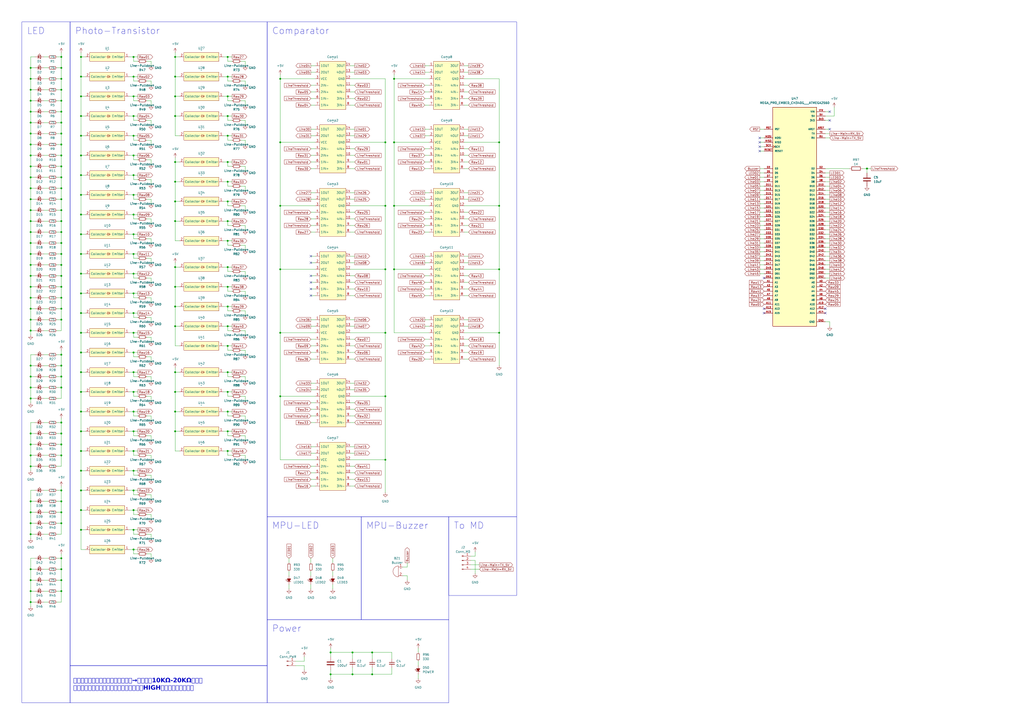
<source format=kicad_sch>
(kicad_sch (version 20231120) (generator "eeschema") (generator_version "8.0")
  (paper "A2")
  (junction (at 46.99 124.46))
  (junction (at 77.47 90.17))
  (junction (at 35.56 52.07))
  (junction (at 17.78 64.77))
  (junction (at 77.47 33.02))
  (junction (at 162.56 229.87))
  (junction (at 101.6 189.23))
  (junction (at 77.47 158.75))
  (junction (at 35.56 77.47))
  (junction (at 46.99 113.03))
  (junction (at 46.99 204.47))
  (junction (at 46.99 284.48))
  (junction (at 132.08 33.02))
  (junction (at 46.99 273.05))
  (junction (at 17.78 71.12))
  (junction (at 77.47 273.05))
  (junction (at 46.99 135.89))
  (junction (at 77.47 238.76))
  (junction (at 17.78 257.81))
  (junction (at 289.56 119.38))
  (junction (at 35.56 96.52))
  (junction (at 162.56 82.55))
  (junction (at 101.6 105.41))
  (junction (at 101.6 238.76))
  (junction (at 502.92 97.79))
  (junction (at 35.56 251.46))
  (junction (at 46.99 170.18))
  (junction (at 17.78 77.47))
  (junction (at 77.47 204.47))
  (junction (at 35.56 160.02))
  (junction (at 77.47 124.46))
  (junction (at 35.56 330.2))
  (junction (at 46.99 295.91))
  (junction (at 77.47 135.89))
  (junction (at 35.56 140.97))
  (junction (at 101.6 177.8))
  (junction (at 101.6 33.02))
  (junction (at 35.56 179.07))
  (junction (at 223.52 82.55))
  (junction (at 35.56 323.85))
  (junction (at 17.78 109.22))
  (junction (at 46.99 261.62))
  (junction (at 228.6 119.38))
  (junction (at 17.78 191.77))
  (junction (at 228.6 156.21))
  (junction (at 17.78 166.37))
  (junction (at 35.56 172.72))
  (junction (at 17.78 297.18))
  (junction (at 101.6 215.9))
  (junction (at 101.6 44.45))
  (junction (at 35.56 90.17))
  (junction (at 35.56 303.53))
  (junction (at 35.56 58.42))
  (junction (at 132.08 215.9))
  (junction (at 35.56 134.62))
  (junction (at 17.78 90.17))
  (junction (at 17.78 309.88))
  (junction (at 132.08 139.7))
  (junction (at 46.99 307.34))
  (junction (at 101.6 128.27))
  (junction (at 46.99 238.76))
  (junction (at 35.56 185.42))
  (junction (at 132.08 154.94))
  (junction (at 35.56 264.16))
  (junction (at 17.78 172.72))
  (junction (at 35.56 121.92))
  (junction (at 17.78 39.37))
  (junction (at 35.56 218.44))
  (junction (at 132.08 78.74))
  (junction (at 17.78 147.32))
  (junction (at 17.78 336.55))
  (junction (at 101.6 55.88))
  (junction (at 35.56 153.67))
  (junction (at 77.47 44.45))
  (junction (at 35.56 147.32))
  (junction (at 35.56 342.9))
  (junction (at 101.6 93.98))
  (junction (at 17.78 185.42))
  (junction (at 17.78 140.97))
  (junction (at 132.08 128.27))
  (junction (at 223.52 229.87))
  (junction (at 132.08 93.98))
  (junction (at 132.08 55.88))
  (junction (at 77.47 55.88))
  (junction (at 191.77 391.16))
  (junction (at 35.56 64.77))
  (junction (at 35.56 257.81))
  (junction (at 17.78 121.92))
  (junction (at 77.47 227.33))
  (junction (at 46.99 90.17))
  (junction (at 77.47 101.6))
  (junction (at 132.08 227.33))
  (junction (at 17.78 102.87))
  (junction (at 46.99 67.31))
  (junction (at 46.99 55.88))
  (junction (at 77.47 261.62))
  (junction (at 289.56 156.21))
  (junction (at 132.08 189.23))
  (junction (at 35.56 83.82))
  (junction (at 17.78 264.16))
  (junction (at 101.6 166.37))
  (junction (at 101.6 250.19))
  (junction (at 17.78 153.67))
  (junction (at 46.99 158.75))
  (junction (at 17.78 179.07))
  (junction (at 77.47 295.91))
  (junction (at 17.78 224.79))
  (junction (at 101.6 154.94))
  (junction (at 132.08 105.41))
  (junction (at 289.56 82.55))
  (junction (at 77.47 284.48))
  (junction (at 132.08 116.84))
  (junction (at 35.56 102.87))
  (junction (at 35.56 245.11))
  (junction (at 35.56 297.18))
  (junction (at 191.77 378.46))
  (junction (at 228.6 45.72))
  (junction (at 77.47 181.61))
  (junction (at 77.47 147.32))
  (junction (at 17.78 134.62))
  (junction (at 46.99 33.02))
  (junction (at 17.78 52.07))
  (junction (at 46.99 227.33))
  (junction (at 77.47 215.9))
  (junction (at 162.56 193.04))
  (junction (at 17.78 303.53))
  (junction (at 132.08 261.62))
  (junction (at 46.99 147.32))
  (junction (at 223.52 193.04))
  (junction (at 35.56 45.72))
  (junction (at 35.56 33.02))
  (junction (at 35.56 212.09))
  (junction (at 162.56 156.21))
  (junction (at 35.56 336.55))
  (junction (at 101.6 116.84))
  (junction (at 35.56 166.37))
  (junction (at 132.08 44.45))
  (junction (at 132.08 250.19))
  (junction (at 46.99 193.04))
  (junction (at 77.47 193.04))
  (junction (at 17.78 270.51))
  (junction (at 77.47 113.03))
  (junction (at 46.99 78.74))
  (junction (at 77.47 250.19))
  (junction (at 17.78 160.02))
  (junction (at 35.56 205.74))
  (junction (at 17.78 128.27))
  (junction (at 35.56 71.12))
  (junction (at 228.6 82.55))
  (junction (at 17.78 342.9))
  (junction (at 132.08 166.37))
  (junction (at 35.56 128.27))
  (junction (at 215.9 391.16))
  (junction (at 46.99 215.9))
  (junction (at 77.47 78.74))
  (junction (at 223.52 266.7))
  (junction (at 17.78 330.2))
  (junction (at 17.78 212.09))
  (junction (at 77.47 170.18))
  (junction (at 204.47 378.46))
  (junction (at 46.99 181.61))
  (junction (at 35.56 109.22))
  (junction (at 17.78 83.82))
  (junction (at 162.56 119.38))
  (junction (at 17.78 231.14))
  (junction (at 35.56 290.83))
  (junction (at 17.78 218.44))
  (junction (at 132.08 200.66))
  (junction (at 17.78 251.46))
  (junction (at 223.52 156.21))
  (junction (at 46.99 250.19))
  (junction (at 223.52 119.38))
  (junction (at 77.47 307.34))
  (junction (at 35.56 39.37))
  (junction (at 77.47 318.77))
  (junction (at 17.78 115.57))
  (junction (at 46.99 101.6))
  (junction (at 101.6 227.33))
  (junction (at 17.78 58.42))
  (junction (at 132.08 238.76))
  (junction (at 17.78 45.72))
  (junction (at 17.78 96.52))
  (junction (at 46.99 44.45))
  (junction (at 215.9 378.46))
  (junction (at 35.56 224.79))
  (junction (at 17.78 349.25))
  (junction (at 17.78 290.83))
  (junction (at 35.56 115.57))
  (junction (at 132.08 67.31))
  (junction (at 101.6 67.31))
  (junction (at 289.56 193.04))
  (junction (at 132.08 177.8))
  (junction (at 77.47 67.31))
  (junction (at 162.56 45.72))
  (junction (at 35.56 284.48))
  (junction (at 204.47 391.16))
  (no_connect (at 478.79 179.07))
  (no_connect (at 180.34 160.02))
  (no_connect (at 180.34 152.4))
  (no_connect (at 443.23 161.29))
  (no_connect (at 481.33 69.85))
  (no_connect (at 440.69 82.55))
  (no_connect (at 180.34 148.59))
  (no_connect (at 478.79 181.61))
  (no_connect (at 180.34 167.64))
  (no_connect (at 440.69 80.01))
  (no_connect (at 180.34 171.45))
  (no_connect (at 443.23 181.61))
  (no_connect (at 481.33 74.93))
  (no_connect (at 443.23 179.07))
  (no_connect (at 440.69 87.63))
  (no_connect (at 440.69 85.09))
  (no_connect (at 180.34 163.83))
  (no_connect (at 481.33 64.77))
  (wire (pts (xy 246.38 115.57) (xy 248.92 115.57)))
  (wire (pts (xy 205.74 152.4) (xy 203.2 152.4)))
  (wire (pts (xy 33.02 179.07) (xy 35.56 179.07)))
  (wire (pts (xy 205.74 41.91) (xy 203.2 41.91)))
  (wire (pts (xy 20.32 121.92) (xy 17.78 121.92)))
  (wire (pts (xy 33.02 191.77) (xy 35.56 191.77)))
  (wire (pts (xy 162.56 119.38) (xy 182.88 119.38)))
  (wire (pts (xy 246.38 167.64) (xy 248.92 167.64)))
  (wire (pts (xy 180.34 97.79) (xy 182.88 97.79)))
  (wire (pts (xy 77.47 261.62) (xy 80.01 261.62)))
  (wire (pts (xy 246.38 160.02) (xy 248.92 160.02)))
  (wire (pts (xy 223.52 193.04) (xy 223.52 229.87)))
  (wire (pts (xy 33.02 115.57) (xy 35.56 115.57)))
  (wire (pts (xy 180.34 200.66) (xy 182.88 200.66)))
  (wire (pts (xy 17.78 128.27) (xy 17.78 134.62)))
  (wire (pts (xy 205.74 237.49) (xy 203.2 237.49)))
  (wire (pts (xy 440.69 135.89) (xy 443.23 135.89)))
  (wire (pts (xy 132.08 128.27) (xy 134.62 128.27)))
  (wire (pts (xy 25.4 270.51) (xy 27.94 270.51)))
  (wire (pts (xy 33.02 58.42) (xy 35.56 58.42)))
  (wire (pts (xy 87.63 35.56) (xy 87.63 38.1)))
  (wire (pts (xy 132.08 238.76) (xy 132.08 241.3)))
  (wire (pts (xy 17.78 330.2) (xy 17.78 336.55)))
  (wire (pts (xy 228.6 45.72) (xy 228.6 82.55)))
  (wire (pts (xy 77.47 195.58) (xy 80.01 195.58)))
  (wire (pts (xy 25.4 96.52) (xy 27.94 96.52)))
  (wire (pts (xy 271.78 115.57) (xy 269.24 115.57)))
  (wire (pts (xy 481.33 138.43) (xy 478.79 138.43)))
  (wire (pts (xy 17.78 284.48) (xy 17.78 290.83)))
  (wire (pts (xy 33.02 83.82) (xy 35.56 83.82)))
  (wire (pts (xy 20.32 134.62) (xy 17.78 134.62)))
  (wire (pts (xy 33.02 64.77) (xy 35.56 64.77)))
  (wire (pts (xy 139.7 130.81) (xy 142.24 130.81)))
  (wire (pts (xy 17.78 64.77) (xy 17.78 71.12)))
  (wire (pts (xy 85.09 138.43) (xy 87.63 138.43)))
  (wire (pts (xy 77.47 44.45) (xy 77.47 46.99)))
  (wire (pts (xy 46.99 215.9) (xy 46.99 227.33)))
  (wire (pts (xy 180.34 90.17) (xy 182.88 90.17)))
  (wire (pts (xy 205.74 222.25) (xy 203.2 222.25)))
  (wire (pts (xy 20.32 39.37) (xy 17.78 39.37)))
  (wire (pts (xy 77.47 46.99) (xy 80.01 46.99)))
  (wire (pts (xy 246.38 86.36) (xy 248.92 86.36)))
  (wire (pts (xy 246.38 148.59) (xy 248.92 148.59)))
  (wire (pts (xy 440.69 113.03) (xy 443.23 113.03)))
  (wire (pts (xy 25.4 179.07) (xy 27.94 179.07)))
  (wire (pts (xy 132.08 215.9) (xy 134.62 215.9)))
  (wire (pts (xy 46.99 238.76) (xy 49.53 238.76)))
  (wire (pts (xy 180.34 189.23) (xy 182.88 189.23)))
  (wire (pts (xy 142.24 203.2) (xy 142.24 205.74)))
  (wire (pts (xy 77.47 115.57) (xy 80.01 115.57)))
  (wire (pts (xy 77.47 92.71) (xy 80.01 92.71)))
  (wire (pts (xy 180.34 163.83) (xy 182.88 163.83)))
  (wire (pts (xy 132.08 154.94) (xy 134.62 154.94)))
  (wire (pts (xy 101.6 93.98) (xy 104.14 93.98)))
  (wire (pts (xy 481.33 125.73) (xy 478.79 125.73)))
  (wire (pts (xy 142.24 168.91) (xy 142.24 171.45)))
  (wire (pts (xy 271.78 185.42) (xy 269.24 185.42)))
  (wire (pts (xy 205.74 208.28) (xy 203.2 208.28)))
  (wire (pts (xy 25.4 128.27) (xy 27.94 128.27)))
  (wire (pts (xy 132.08 177.8) (xy 134.62 177.8)))
  (wire (pts (xy 242.57 386.08) (xy 242.57 383.54)))
  (wire (pts (xy 17.78 109.22) (xy 17.78 115.57)))
  (wire (pts (xy 25.4 185.42) (xy 27.94 185.42)))
  (wire (pts (xy 205.74 270.51) (xy 203.2 270.51)))
  (wire (pts (xy 33.02 185.42) (xy 35.56 185.42)))
  (wire (pts (xy 246.38 41.91) (xy 248.92 41.91)))
  (wire (pts (xy 440.69 130.81) (xy 443.23 130.81)))
  (wire (pts (xy 271.78 208.28) (xy 269.24 208.28)))
  (wire (pts (xy 74.93 181.61) (xy 77.47 181.61)))
  (wire (pts (xy 132.08 78.74) (xy 134.62 78.74)))
  (wire (pts (xy 440.69 156.21) (xy 443.23 156.21)))
  (wire (pts (xy 139.7 168.91) (xy 142.24 168.91)))
  (wire (pts (xy 46.99 295.91) (xy 49.53 295.91)))
  (wire (pts (xy 77.47 69.85) (xy 80.01 69.85)))
  (wire (pts (xy 33.02 231.14) (xy 35.56 231.14)))
  (wire (pts (xy 35.56 128.27) (xy 35.56 134.62)))
  (wire (pts (xy 101.6 152.4) (xy 101.6 154.94)))
  (wire (pts (xy 20.32 102.87) (xy 17.78 102.87)))
  (wire (pts (xy 74.93 135.89) (xy 77.47 135.89)))
  (wire (pts (xy 33.02 349.25) (xy 35.56 349.25)))
  (wire (pts (xy 227.33 378.46) (xy 227.33 382.27)))
  (wire (pts (xy 20.32 64.77) (xy 17.78 64.77)))
  (wire (pts (xy 223.52 266.7) (xy 203.2 266.7)))
  (wire (pts (xy 481.33 158.75) (xy 478.79 158.75)))
  (wire (pts (xy 77.47 78.74) (xy 80.01 78.74)))
  (wire (pts (xy 167.64 339.09) (xy 167.64 341.63)))
  (wire (pts (xy 77.47 124.46) (xy 77.47 127)))
  (wire (pts (xy 33.02 77.47) (xy 35.56 77.47)))
  (wire (pts (xy 20.32 284.48) (xy 17.78 284.48)))
  (wire (pts (xy 46.99 170.18) (xy 49.53 170.18)))
  (wire (pts (xy 171.45 383.54) (xy 176.53 383.54)))
  (wire (pts (xy 440.69 102.87) (xy 443.23 102.87)))
  (wire (pts (xy 25.4 153.67) (xy 27.94 153.67)))
  (wire (pts (xy 20.32 212.09) (xy 17.78 212.09)))
  (wire (pts (xy 273.05 322.58) (xy 275.59 322.58)))
  (wire (pts (xy 17.78 323.85) (xy 17.78 330.2)))
  (wire (pts (xy 139.7 46.99) (xy 142.24 46.99)))
  (wire (pts (xy 77.47 170.18) (xy 80.01 170.18)))
  (wire (pts (xy 129.54 55.88) (xy 132.08 55.88)))
  (wire (pts (xy 242.57 378.46) (xy 242.57 375.92)))
  (wire (pts (xy 180.34 241.3) (xy 182.88 241.3)))
  (wire (pts (xy 223.52 45.72) (xy 223.52 82.55)))
  (wire (pts (xy 205.74 171.45) (xy 203.2 171.45)))
  (wire (pts (xy 87.63 264.16) (xy 87.63 266.7)))
  (wire (pts (xy 101.6 93.98) (xy 101.6 105.41)))
  (wire (pts (xy 162.56 193.04) (xy 162.56 229.87)))
  (wire (pts (xy 35.56 166.37) (xy 35.56 172.72)))
  (wire (pts (xy 85.09 241.3) (xy 87.63 241.3)))
  (wire (pts (xy 35.56 160.02) (xy 35.56 166.37)))
  (wire (pts (xy 77.47 238.76) (xy 77.47 241.3)))
  (wire (pts (xy 33.02 336.55) (xy 35.56 336.55)))
  (wire (pts (xy 440.69 118.11) (xy 443.23 118.11)))
  (wire (pts (xy 46.99 307.34) (xy 49.53 307.34)))
  (wire (pts (xy 46.99 44.45) (xy 49.53 44.45)))
  (wire (pts (xy 204.47 378.46) (xy 215.9 378.46)))
  (wire (pts (xy 478.79 102.87) (xy 481.33 102.87)))
  (wire (pts (xy 142.24 252.73) (xy 142.24 255.27)))
  (wire (pts (xy 481.33 123.19) (xy 478.79 123.19)))
  (wire (pts (xy 246.38 152.4) (xy 248.92 152.4)))
  (wire (pts (xy 132.08 252.73) (xy 134.62 252.73)))
  (wire (pts (xy 132.08 241.3) (xy 134.62 241.3)))
  (wire (pts (xy 246.38 127) (xy 248.92 127)))
  (wire (pts (xy 77.47 318.77) (xy 77.47 321.31)))
  (wire (pts (xy 205.74 204.47) (xy 203.2 204.47)))
  (wire (pts (xy 205.74 278.13) (xy 203.2 278.13)))
  (wire (pts (xy 35.56 77.47) (xy 35.56 83.82)))
  (wire (pts (xy 77.47 204.47) (xy 80.01 204.47)))
  (wire (pts (xy 20.32 231.14) (xy 17.78 231.14)))
  (wire (pts (xy 33.02 297.18) (xy 35.56 297.18)))
  (wire (pts (xy 139.7 119.38) (xy 142.24 119.38)))
  (wire (pts (xy 180.34 274.32) (xy 182.88 274.32)))
  (wire (pts (xy 205.74 86.36) (xy 203.2 86.36)))
  (wire (pts (xy 481.33 113.03) (xy 478.79 113.03)))
  (wire (pts (xy 271.78 53.34) (xy 269.24 53.34)))
  (wire (pts (xy 139.7 180.34) (xy 142.24 180.34)))
  (wire (pts (xy 46.99 227.33) (xy 46.99 238.76)))
  (wire (pts (xy 180.34 278.13) (xy 182.88 278.13)))
  (wire (pts (xy 481.33 186.69) (xy 481.33 189.23)))
  (wire (pts (xy 205.74 160.02) (xy 203.2 160.02)))
  (wire (pts (xy 101.6 250.19) (xy 104.14 250.19)))
  (wire (pts (xy 20.32 264.16) (xy 17.78 264.16)))
  (wire (pts (xy 17.78 115.57) (xy 17.78 121.92)))
  (wire (pts (xy 271.78 97.79) (xy 269.24 97.79)))
  (wire (pts (xy 129.54 67.31) (xy 132.08 67.31)))
  (wire (pts (xy 481.33 135.89) (xy 478.79 135.89)))
  (wire (pts (xy 17.78 71.12) (xy 17.78 77.47)))
  (wire (pts (xy 289.56 119.38) (xy 289.56 156.21)))
  (wire (pts (xy 481.33 107.95) (xy 478.79 107.95)))
  (wire (pts (xy 101.6 166.37) (xy 104.14 166.37)))
  (wire (pts (xy 33.02 303.53) (xy 35.56 303.53)))
  (wire (pts (xy 440.69 85.09) (xy 443.23 85.09)))
  (wire (pts (xy 481.33 80.01) (xy 478.79 80.01)))
  (wire (pts (xy 33.02 270.51) (xy 35.56 270.51)))
  (wire (pts (xy 20.32 147.32) (xy 17.78 147.32)))
  (wire (pts (xy 162.56 156.21) (xy 162.56 193.04)))
  (wire (pts (xy 271.78 86.36) (xy 269.24 86.36)))
  (wire (pts (xy 20.32 309.88) (xy 17.78 309.88)))
  (wire (pts (xy 87.63 252.73) (xy 87.63 255.27)))
  (wire (pts (xy 478.79 100.33) (xy 481.33 100.33)))
  (wire (pts (xy 33.02 147.32) (xy 35.56 147.32)))
  (wire (pts (xy 481.33 64.77) (xy 478.79 64.77)))
  (wire (pts (xy 20.32 153.67) (xy 17.78 153.67)))
  (wire (pts (xy 139.7 58.42) (xy 142.24 58.42)))
  (wire (pts (xy 87.63 207.01) (xy 87.63 209.55)))
  (wire (pts (xy 139.7 218.44) (xy 142.24 218.44)))
  (wire (pts (xy 223.52 82.55) (xy 223.52 119.38)))
  (wire (pts (xy 193.04 323.85) (xy 193.04 326.39)))
  (wire (pts (xy 20.32 303.53) (xy 17.78 303.53)))
  (wire (pts (xy 289.56 156.21) (xy 269.24 156.21)))
  (wire (pts (xy 162.56 119.38) (xy 162.56 156.21)))
  (wire (pts (xy 35.56 218.44) (xy 35.56 224.79)))
  (wire (pts (xy 236.22 328.93) (xy 233.68 328.93)))
  (wire (pts (xy 85.09 127) (xy 87.63 127)))
  (wire (pts (xy 205.74 49.53) (xy 203.2 49.53)))
  (wire (pts (xy 191.77 378.46) (xy 191.77 381)))
  (wire (pts (xy 25.4 303.53) (xy 27.94 303.53)))
  (wire (pts (xy 142.24 69.85) (xy 142.24 72.39)))
  (wire (pts (xy 33.02 153.67) (xy 35.56 153.67)))
  (wire (pts (xy 35.56 102.87) (xy 35.56 109.22)))
  (wire (pts (xy 77.47 33.02) (xy 77.47 35.56)))
  (wire (pts (xy 440.69 158.75) (xy 443.23 158.75)))
  (wire (pts (xy 17.78 264.16) (xy 17.78 270.51)))
  (wire (pts (xy 129.54 189.23) (xy 132.08 189.23)))
  (wire (pts (xy 20.32 179.07) (xy 17.78 179.07)))
  (wire (pts (xy 180.34 93.98) (xy 182.88 93.98)))
  (wire (pts (xy 481.33 77.47) (xy 478.79 77.47)))
  (wire (pts (xy 191.77 388.62) (xy 191.77 391.16)))
  (wire (pts (xy 246.38 53.34) (xy 248.92 53.34)))
  (wire (pts (xy 132.08 189.23) (xy 134.62 189.23)))
  (wire (pts (xy 35.56 257.81) (xy 35.56 264.16)))
  (wire (pts (xy 101.6 238.76) (xy 104.14 238.76)))
  (wire (pts (xy 35.56 284.48) (xy 35.56 290.83)))
  (wire (pts (xy 215.9 387.35) (xy 215.9 391.16)))
  (wire (pts (xy 77.47 184.15) (xy 80.01 184.15)))
  (wire (pts (xy 205.74 259.08) (xy 203.2 259.08)))
  (wire (pts (xy 289.56 45.72) (xy 269.24 45.72)))
  (wire (pts (xy 246.38 57.15) (xy 248.92 57.15)))
  (wire (pts (xy 205.74 123.19) (xy 203.2 123.19)))
  (wire (pts (xy 440.69 133.35) (xy 443.23 133.35)))
  (wire (pts (xy 77.47 252.73) (xy 80.01 252.73)))
  (wire (pts (xy 25.4 83.82) (xy 27.94 83.82)))
  (wire (pts (xy 205.74 130.81) (xy 203.2 130.81)))
  (wire (pts (xy 132.08 215.9) (xy 132.08 218.44)))
  (wire (pts (xy 101.6 78.74) (xy 104.14 78.74)))
  (wire (pts (xy 142.24 81.28) (xy 142.24 83.82)))
  (wire (pts (xy 129.54 128.27) (xy 132.08 128.27)))
  (wire (pts (xy 85.09 298.45) (xy 87.63 298.45)))
  (wire (pts (xy 481.33 153.67) (xy 478.79 153.67)))
  (wire (pts (xy 132.08 33.02) (xy 132.08 35.56)))
  (wire (pts (xy 85.09 218.44) (xy 87.63 218.44)))
  (wire (pts (xy 20.32 172.72) (xy 17.78 172.72)))
  (wire (pts (xy 180.34 148.59) (xy 182.88 148.59)))
  (wire (pts (xy 87.63 309.88) (xy 87.63 312.42)))
  (wire (pts (xy 440.69 125.73) (xy 443.23 125.73)))
  (wire (pts (xy 20.32 115.57) (xy 17.78 115.57)))
  (wire (pts (xy 35.56 245.11) (xy 35.56 251.46)))
  (wire (pts (xy 20.32 77.47) (xy 17.78 77.47)))
  (wire (pts (xy 132.08 35.56) (xy 134.62 35.56)))
  (wire (pts (xy 132.08 67.31) (xy 134.62 67.31)))
  (wire (pts (xy 25.4 52.07) (xy 27.94 52.07)))
  (wire (pts (xy 205.74 148.59) (xy 203.2 148.59)))
  (wire (pts (xy 17.78 39.37) (xy 17.78 45.72)))
  (wire (pts (xy 129.54 116.84) (xy 132.08 116.84)))
  (wire (pts (xy 33.02 172.72) (xy 35.56 172.72)))
  (wire (pts (xy 132.08 261.62) (xy 132.08 264.16)))
  (wire (pts (xy 46.99 193.04) (xy 49.53 193.04)))
  (wire (pts (xy 440.69 97.79) (xy 443.23 97.79)))
  (wire (pts (xy 33.02 224.79) (xy 35.56 224.79)))
  (wire (pts (xy 228.6 43.18) (xy 228.6 45.72)))
  (wire (pts (xy 33.02 342.9) (xy 35.56 342.9)))
  (wire (pts (xy 132.08 189.23) (xy 132.08 191.77)))
  (wire (pts (xy 74.93 250.19) (xy 77.47 250.19)))
  (wire (pts (xy 191.77 391.16) (xy 204.47 391.16)))
  (wire (pts (xy 481.33 110.49) (xy 478.79 110.49)))
  (wire (pts (xy 85.09 264.16) (xy 87.63 264.16)))
  (wire (pts (xy 180.34 323.85) (xy 180.34 326.39)))
  (wire (pts (xy 33.02 109.22) (xy 35.56 109.22)))
  (wire (pts (xy 17.78 121.92) (xy 17.78 128.27)))
  (wire (pts (xy 483.87 62.23) (xy 483.87 67.31)))
  (wire (pts (xy 17.78 312.42) (xy 17.78 309.88)))
  (wire (pts (xy 85.09 81.28) (xy 87.63 81.28)))
  (wire (pts (xy 85.09 229.87) (xy 87.63 229.87)))
  (wire (pts (xy 289.56 156.21) (xy 289.56 193.04)))
  (wire (pts (xy 132.08 107.95) (xy 134.62 107.95)))
  (wire (pts (xy 85.09 92.71) (xy 87.63 92.71)))
  (wire (pts (xy 25.4 251.46) (xy 27.94 251.46)))
  (wire (pts (xy 46.99 90.17) (xy 49.53 90.17)))
  (wire (pts (xy 223.52 156.21) (xy 203.2 156.21)))
  (wire (pts (xy 25.4 115.57) (xy 27.94 115.57)))
  (wire (pts (xy 77.47 170.18) (xy 77.47 172.72)))
  (wire (pts (xy 271.78 148.59) (xy 269.24 148.59)))
  (wire (pts (xy 33.02 121.92) (xy 35.56 121.92)))
  (wire (pts (xy 77.47 207.01) (xy 80.01 207.01)))
  (wire (pts (xy 246.38 97.79) (xy 248.92 97.79)))
  (wire (pts (xy 289.56 82.55) (xy 269.24 82.55)))
  (wire (pts (xy 77.47 67.31) (xy 77.47 69.85)))
  (wire (pts (xy 17.78 52.07) (xy 17.78 58.42)))
  (wire (pts (xy 87.63 138.43) (xy 87.63 140.97)))
  (wire (pts (xy 77.47 215.9) (xy 80.01 215.9)))
  (wire (pts (xy 139.7 69.85) (xy 142.24 69.85)))
  (wire (pts (xy 35.56 71.12) (xy 35.56 77.47)))
  (wire (pts (xy 101.6 166.37) (xy 101.6 177.8)))
  (wire (pts (xy 77.47 55.88) (xy 80.01 55.88)))
  (wire (pts (xy 20.32 71.12) (xy 17.78 71.12)))
  (wire (pts (xy 25.4 205.74) (xy 27.94 205.74)))
  (wire (pts (xy 74.93 295.91) (xy 77.47 295.91)))
  (wire (pts (xy 20.32 191.77) (xy 17.78 191.77)))
  (wire (pts (xy 35.56 264.16) (xy 35.56 270.51)))
  (wire (pts (xy 46.99 158.75) (xy 46.99 170.18)))
  (wire (pts (xy 85.09 104.14) (xy 87.63 104.14)))
  (wire (pts (xy 25.4 257.81) (xy 27.94 257.81)))
  (wire (pts (xy 101.6 250.19) (xy 101.6 261.62)))
  (wire (pts (xy 139.7 96.52) (xy 142.24 96.52)))
  (wire (pts (xy 77.47 238.76) (xy 80.01 238.76)))
  (wire (pts (xy 271.78 167.64) (xy 269.24 167.64)))
  (wire (pts (xy 129.54 215.9) (xy 132.08 215.9)))
  (wire (pts (xy 77.47 149.86) (xy 80.01 149.86)))
  (wire (pts (xy 46.99 284.48) (xy 46.99 295.91)))
  (wire (pts (xy 46.99 101.6) (xy 46.99 113.03)))
  (wire (pts (xy 101.6 215.9) (xy 104.14 215.9)))
  (wire (pts (xy 33.02 309.88) (xy 35.56 309.88)))
  (wire (pts (xy 46.99 250.19) (xy 46.99 261.62)))
  (wire (pts (xy 180.34 38.1) (xy 182.88 38.1)))
  (wire (pts (xy 162.56 156.21) (xy 182.88 156.21)))
  (wire (pts (xy 17.78 160.02) (xy 17.78 153.67)))
  (wire (pts (xy 77.47 298.45) (xy 80.01 298.45)))
  (wire (pts (xy 440.69 143.51) (xy 443.23 143.51)))
  (wire (pts (xy 77.47 307.34) (xy 80.01 307.34)))
  (wire (pts (xy 17.78 90.17) (xy 17.78 96.52)))
  (wire (pts (xy 101.6 67.31) (xy 101.6 78.74)))
  (wire (pts (xy 180.34 270.51) (xy 182.88 270.51)))
  (wire (pts (xy 180.34 78.74) (xy 182.88 78.74)))
  (wire (pts (xy 101.6 116.84) (xy 101.6 128.27)))
  (wire (pts (xy 77.47 101.6) (xy 80.01 101.6)))
  (wire (pts (xy 33.02 251.46) (xy 35.56 251.46)))
  (wire (pts (xy 227.33 387.35) (xy 227.33 391.16)))
  (wire (pts (xy 180.34 245.11) (xy 182.88 245.11)))
  (wire (pts (xy 33.02 257.81) (xy 35.56 257.81)))
  (wire (pts (xy 180.34 204.47) (xy 182.88 204.47)))
  (wire (pts (xy 481.33 128.27) (xy 478.79 128.27)))
  (wire (pts (xy 223.52 266.7) (xy 223.52 285.75)))
  (wire (pts (xy 478.79 97.79) (xy 492.76 97.79)))
  (wire (pts (xy 17.78 297.18) (xy 17.78 303.53)))
  (wire (pts (xy 223.52 156.21) (xy 223.52 193.04)))
  (wire (pts (xy 142.24 241.3) (xy 142.24 243.84)))
  (wire (pts (xy 35.56 45.72) (xy 35.56 52.07)))
  (wire (pts (xy 20.32 33.02) (xy 17.78 33.02)))
  (wire (pts (xy 46.99 147.32) (xy 46.99 158.75)))
  (wire (pts (xy 77.47 241.3) (xy 80.01 241.3)))
  (wire (pts (xy 77.47 227.33) (xy 77.47 229.87)))
  (wire (pts (xy 77.47 58.42) (xy 80.01 58.42)))
  (wire (pts (xy 33.02 128.27) (xy 35.56 128.27)))
  (wire (pts (xy 33.02 33.02) (xy 35.56 33.02)))
  (wire (pts (xy 132.08 55.88) (xy 134.62 55.88)))
  (wire (pts (xy 132.08 180.34) (xy 134.62 180.34)))
  (wire (pts (xy 142.24 35.56) (xy 142.24 38.1)))
  (wire (pts (xy 132.08 78.74) (xy 132.08 81.28)))
  (wire (pts (xy 101.6 30.48) (xy 101.6 33.02)))
  (wire (pts (xy 205.74 241.3) (xy 203.2 241.3)))
  (wire (pts (xy 129.54 227.33) (xy 132.08 227.33)))
  (wire (pts (xy 46.99 113.03) (xy 46.99 124.46)))
  (wire (pts (xy 273.05 325.12) (xy 275.59 325.12)))
  (wire (pts (xy 46.99 44.45) (xy 46.99 55.88)))
  (wire (pts (xy 46.99 273.05) (xy 46.99 284.48)))
  (wire (pts (xy 87.63 127) (xy 87.63 129.54)))
  (wire (pts (xy 132.08 130.81) (xy 134.62 130.81)))
  (wire (pts (xy 101.6 213.36) (xy 101.6 215.9)))
  (wire (pts (xy 228.6 45.72) (xy 248.92 45.72)))
  (wire (pts (xy 205.74 127) (xy 203.2 127)))
  (wire (pts (xy 205.74 233.68) (xy 203.2 233.68)))
  (wire (pts (xy 74.93 90.17) (xy 77.47 90.17)))
  (wire (pts (xy 35.56 172.72) (xy 35.56 179.07)))
  (wire (pts (xy 440.69 146.05) (xy 443.23 146.05)))
  (wire (pts (xy 46.99 181.61) (xy 46.99 193.04)))
  (wire (pts (xy 129.54 93.98) (xy 132.08 93.98)))
  (wire (pts (xy 17.78 224.79) (xy 17.78 231.14)))
  (wire (pts (xy 271.78 57.15) (xy 269.24 57.15)))
  (wire (pts (xy 271.78 93.98) (xy 269.24 93.98)))
  (wire (pts (xy 77.47 215.9) (xy 77.47 218.44)))
  (wire (pts (xy 46.99 55.88) (xy 49.53 55.88)))
  (wire (pts (xy 205.74 111.76) (xy 203.2 111.76)))
  (wire (pts (xy 132.08 200.66) (xy 132.08 203.2)))
  (wire (pts (xy 17.78 191.77) (xy 17.78 185.42)))
  (wire (pts (xy 77.47 287.02) (xy 80.01 287.02)))
  (wire (pts (xy 17.78 290.83) (xy 17.78 297.18)))
  (wire (pts (xy 205.74 274.32) (xy 203.2 274.32)))
  (wire (pts (xy 25.4 309.88) (xy 27.94 309.88)))
  (wire (pts (xy 440.69 107.95) (xy 443.23 107.95)))
  (wire (pts (xy 77.47 193.04) (xy 80.01 193.04)))
  (wire (pts (xy 223.52 229.87) (xy 223.52 266.7)))
  (wire (pts (xy 101.6 55.88) (xy 104.14 55.88)))
  (wire (pts (xy 271.78 49.53) (xy 269.24 49.53)))
  (wire (pts (xy 246.38 163.83) (xy 248.92 163.83)))
  (wire (pts (xy 289.56 212.09) (xy 289.56 193.04)))
  (wire (pts (xy 440.69 74.93) (xy 443.23 74.93)))
  (wire (pts (xy 246.38 111.76) (xy 248.92 111.76)))
  (wire (pts (xy 46.99 113.03) (xy 49.53 113.03)))
  (wire (pts (xy 502.92 97.79) (xy 505.46 97.79)))
  (wire (pts (xy 25.4 290.83) (xy 27.94 290.83)))
  (wire (pts (xy 132.08 44.45) (xy 134.62 44.45)))
  (wire (pts (xy 20.32 58.42) (xy 17.78 58.42)))
  (wire (pts (xy 33.02 218.44) (xy 35.56 218.44)))
  (wire (pts (xy 35.56 290.83) (xy 35.56 297.18)))
  (wire (pts (xy 77.47 275.59) (xy 80.01 275.59)))
  (wire (pts (xy 17.78 102.87) (xy 17.78 109.22)))
  (wire (pts (xy 74.93 273.05) (xy 77.47 273.05)))
  (wire (pts (xy 74.93 307.34) (xy 77.47 307.34)))
  (wire (pts (xy 246.38 134.62) (xy 248.92 134.62)))
  (wire (pts (xy 25.4 109.22) (xy 27.94 109.22)))
  (wire (pts (xy 20.32 52.07) (xy 17.78 52.07)))
  (wire (pts (xy 77.47 161.29) (xy 80.01 161.29)))
  (wire (pts (xy 46.99 147.32) (xy 49.53 147.32)))
  (wire (pts (xy 46.99 101.6) (xy 49.53 101.6)))
  (wire (pts (xy 132.08 67.31) (xy 132.08 69.85)))
  (wire (pts (xy 481.33 140.97) (xy 478.79 140.97)))
  (wire (pts (xy 46.99 135.89) (xy 49.53 135.89)))
  (wire (pts (xy 101.6 189.23) (xy 101.6 200.66)))
  (wire (pts (xy 46.99 215.9) (xy 49.53 215.9)))
  (wire (pts (xy 271.78 41.91) (xy 269.24 41.91)))
  (wire (pts (xy 440.69 80.01) (xy 443.23 80.01)))
  (wire (pts (xy 20.32 330.2) (xy 17.78 330.2)))
  (wire (pts (xy 77.47 172.72) (xy 80.01 172.72)))
  (wire (pts (xy 35.56 342.9) (xy 35.56 349.25)))
  (wire (pts (xy 142.24 264.16) (xy 142.24 266.7)))
  (wire (pts (xy 215.9 391.16) (xy 227.33 391.16)))
  (wire (pts (xy 167.64 323.85) (xy 167.64 326.39)))
  (wire (pts (xy 129.54 154.94) (xy 132.08 154.94)))
  (wire (pts (xy 17.78 140.97) (xy 17.78 147.32)))
  (wire (pts (xy 25.4 147.32) (xy 27.94 147.32)))
  (wire (pts (xy 77.47 193.04) (xy 77.47 195.58)))
  (wire (pts (xy 33.02 140.97) (xy 35.56 140.97)))
  (wire (pts (xy 25.4 323.85) (xy 27.94 323.85)))
  (wire (pts (xy 25.4 297.18) (xy 27.94 297.18)))
  (wire (pts (xy 481.33 105.41) (xy 478.79 105.41)))
  (wire (pts (xy 139.7 203.2) (xy 142.24 203.2)))
  (wire (pts (xy 25.4 90.17) (xy 27.94 90.17)))
  (wire (pts (xy 20.32 349.25) (xy 17.78 349.25)))
  (wire (pts (xy 205.74 167.64) (xy 203.2 167.64)))
  (wire (pts (xy 74.93 55.88) (xy 77.47 55.88)))
  (wire (pts (xy 25.4 45.72) (xy 27.94 45.72)))
  (wire (pts (xy 77.47 273.05) (xy 80.01 273.05)))
  (wire (pts (xy 33.02 290.83) (xy 35.56 290.83)))
  (wire (pts (xy 481.33 133.35) (xy 478.79 133.35)))
  (wire (pts (xy 46.99 193.04) (xy 46.99 204.47)))
  (wire (pts (xy 132.08 166.37) (xy 132.08 168.91)))
  (wire (pts (xy 139.7 157.48) (xy 142.24 157.48)))
  (wire (pts (xy 17.78 342.9) (xy 17.78 349.25)))
  (wire (pts (xy 132.08 96.52) (xy 134.62 96.52)))
  (wire (pts (xy 289.56 193.04) (xy 269.24 193.04)))
  (wire (pts (xy 46.99 295.91) (xy 46.99 307.34)))
  (wire (pts (xy 132.08 264.16) (xy 134.62 264.16)))
  (wire (pts (xy 74.93 193.04) (xy 77.47 193.04)))
  (wire (pts (xy 35.56 147.32) (xy 35.56 153.67)))
  (wire (pts (xy 25.4 336.55) (xy 27.94 336.55)))
  (wire (pts (xy 77.47 227.33) (xy 80.01 227.33)))
  (wire (pts (xy 440.69 120.65) (xy 443.23 120.65)))
  (wire (pts (xy 74.93 78.74) (xy 77.47 78.74)))
  (wire (pts (xy 180.34 281.94) (xy 182.88 281.94)))
  (wire (pts (xy 246.38 189.23) (xy 248.92 189.23)))
  (wire (pts (xy 228.6 119.38) (xy 248.92 119.38)))
  (wire (pts (xy 17.78 251.46) (xy 17.78 257.81)))
  (wire (pts (xy 87.63 172.72) (xy 87.63 175.26)))
  (wire (pts (xy 180.34 130.81) (xy 182.88 130.81)))
  (wire (pts (xy 481.33 148.59) (xy 478.79 148.59)))
  (wire (pts (xy 33.02 39.37) (xy 35.56 39.37)))
  (wire (pts (xy 193.04 331.47) (xy 193.04 334.01)))
  (wire (pts (xy 132.08 191.77) (xy 134.62 191.77)))
  (wire (pts (xy 17.78 33.02) (xy 17.78 39.37)))
  (wire (pts (xy 101.6 189.23) (xy 104.14 189.23)))
  (wire (pts (xy 132.08 168.91) (xy 134.62 168.91)))
  (wire (pts (xy 46.99 250.19) (xy 49.53 250.19)))
  (wire (pts (xy 204.47 391.16) (xy 215.9 391.16)))
  (wire (pts (xy 74.93 170.18) (xy 77.47 170.18)))
  (wire (pts (xy 271.78 200.66) (xy 269.24 200.66)))
  (wire (pts (xy 46.99 238.76) (xy 46.99 250.19)))
  (wire (pts (xy 440.69 100.33) (xy 443.23 100.33)))
  (wire (pts (xy 77.47 147.32) (xy 77.47 149.86)))
  (wire (pts (xy 20.32 342.9) (xy 17.78 342.9)))
  (wire (pts (xy 129.54 33.02) (xy 132.08 33.02)))
  (wire (pts (xy 132.08 227.33) (xy 132.08 229.87)))
  (wire (pts (xy 20.32 109.22) (xy 17.78 109.22)))
  (wire (pts (xy 46.99 33.02) (xy 49.53 33.02)))
  (wire (pts (xy 35.56 33.02) (xy 35.56 39.37)))
  (wire (pts (xy 215.9 378.46) (xy 227.33 378.46)))
  (wire (pts (xy 35.56 212.09) (xy 35.56 218.44)))
  (wire (pts (xy 132.08 218.44) (xy 134.62 218.44)))
  (wire (pts (xy 35.56 115.57) (xy 35.56 121.92)))
  (wire (pts (xy 20.32 297.18) (xy 17.78 297.18)))
  (wire (pts (xy 228.6 119.38) (xy 228.6 156.21)))
  (wire (pts (xy 35.56 39.37) (xy 35.56 45.72)))
  (wire (pts (xy 35.56 242.57) (xy 35.56 245.11)))
  (wire (pts (xy 20.32 96.52) (xy 17.78 96.52)))
  (wire (pts (xy 180.34 111.76) (xy 182.88 111.76)))
  (wire (pts (xy 20.32 251.46) (xy 17.78 251.46)))
  (wire (pts (xy 481.33 118.11) (xy 478.79 118.11)))
  (wire (pts (xy 35.56 179.07) (xy 35.56 185.42)))
  (wire (pts (xy 33.02 330.2) (xy 35.56 330.2)))
  (wire (pts (xy 25.4 284.48) (xy 27.94 284.48)))
  (wire (pts (xy 246.38 171.45) (xy 248.92 171.45)))
  (wire (pts (xy 87.63 161.29) (xy 87.63 163.83)))
  (wire (pts (xy 289.56 119.38) (xy 269.24 119.38)))
  (wire (pts (xy 271.78 123.19) (xy 269.24 123.19)))
  (wire (pts (xy 233.68 334.01) (xy 236.22 334.01)))
  (wire (pts (xy 246.38 90.17) (xy 248.92 90.17)))
  (wire (pts (xy 440.69 148.59) (xy 443.23 148.59)))
  (wire (pts (xy 74.93 318.77) (xy 77.47 318.77)))
  (wire (pts (xy 25.4 33.02) (xy 27.94 33.02)))
  (wire (pts (xy 25.4 134.62) (xy 27.94 134.62)))
  (wire (pts (xy 20.32 205.74) (xy 17.78 205.74)))
  (wire (pts (xy 33.02 71.12) (xy 35.56 71.12)))
  (wire (pts (xy 20.32 218.44) (xy 17.78 218.44)))
  (wire (pts (xy 162.56 45.72) (xy 162.56 82.55)))
  (wire (pts (xy 35.56 323.85) (xy 35.56 330.2)))
  (wire (pts (xy 35.56 251.46) (xy 35.56 257.81)))
  (wire (pts (xy 25.4 212.09) (xy 27.94 212.09)))
  (wire (pts (xy 25.4 224.79) (xy 27.94 224.79)))
  (wire (pts (xy 191.77 378.46) (xy 204.47 378.46)))
  (wire (pts (xy 481.33 69.85) (xy 478.79 69.85)))
  (wire (pts (xy 17.78 83.82) (xy 17.78 90.17)))
  (wire (pts (xy 204.47 387.35) (xy 204.47 391.16)))
  (wire (pts (xy 271.78 60.96) (xy 269.24 60.96)))
  (wire (pts (xy 205.74 189.23) (xy 203.2 189.23)))
  (wire (pts (xy 46.99 318.77) (xy 49.53 318.77)))
  (wire (pts (xy 180.34 127) (xy 182.88 127)))
  (wire (pts (xy 20.32 45.72) (xy 17.78 45.72)))
  (wire (pts (xy 180.34 57.15) (xy 182.88 57.15)))
  (wire (pts (xy 440.69 128.27) (xy 443.23 128.27)))
  (wire (pts (xy 77.47 264.16) (xy 80.01 264.16)))
  (wire (pts (xy 77.47 90.17) (xy 80.01 90.17)))
  (wire (pts (xy 87.63 229.87) (xy 87.63 232.41)))
  (wire (pts (xy 132.08 227.33) (xy 134.62 227.33)))
  (wire (pts (xy 35.56 205.74) (xy 35.56 212.09)))
  (wire (pts (xy 205.74 281.94) (xy 203.2 281.94)))
  (wire (pts (xy 87.63 195.58) (xy 87.63 198.12)))
  (wire (pts (xy 129.54 78.74) (xy 132.08 78.74)))
  (wire (pts (xy 246.38 185.42) (xy 248.92 185.42)))
  (wire (pts (xy 25.4 64.77) (xy 27.94 64.77)))
  (wire (pts (xy 74.93 44.45) (xy 77.47 44.45)))
  (wire (pts (xy 25.4 264.16) (xy 27.94 264.16)))
  (wire (pts (xy 129.54 139.7) (xy 132.08 139.7)))
  (wire (pts (xy 132.08 55.88) (xy 132.08 58.42)))
  (wire (pts (xy 101.6 227.33) (xy 101.6 238.76)))
  (wire (pts (xy 87.63 218.44) (xy 87.63 220.98)))
  (wire (pts (xy 132.08 139.7) (xy 132.08 142.24)))
  (wire (pts (xy 481.33 130.81) (xy 478.79 130.81)))
  (wire (pts (xy 132.08 261.62) (xy 134.62 261.62)))
  (wire (pts (xy 180.34 41.91) (xy 182.88 41.91)))
  (wire (pts (xy 77.47 35.56) (xy 80.01 35.56)))
  (wire (pts (xy 77.47 78.74) (xy 77.47 81.28)))
  (wire (pts (xy 246.38 208.28) (xy 248.92 208.28)))
  (wire (pts (xy 478.79 186.69) (xy 481.33 186.69)))
  (wire (pts (xy 205.74 97.79) (xy 203.2 97.79)))
  (wire (pts (xy 205.74 53.34) (xy 203.2 53.34)))
  (wire (pts (xy 77.47 138.43) (xy 80.01 138.43)))
  (wire (pts (xy 46.99 227.33) (xy 49.53 227.33)))
  (wire (pts (xy 35.56 205.74) (xy 33.02 205.74)))
  (wire (pts (xy 481.33 156.21) (xy 478.79 156.21)))
  (wire (pts (xy 246.38 38.1) (xy 248.92 38.1)))
  (wire (pts (xy 132.08 250.19) (xy 134.62 250.19)))
  (wire (pts (xy 17.78 205.74) (xy 17.78 212.09)))
  (wire (pts (xy 180.34 160.02) (xy 182.88 160.02)))
  (wire (pts (xy 25.4 330.2) (xy 27.94 330.2)))
  (wire (pts (xy 481.33 115.57) (xy 478.79 115.57)))
  (wire (pts (xy 180.34 115.57) (xy 182.88 115.57)))
  (wire (pts (xy 193.04 339.09) (xy 193.04 341.63)))
  (wire (pts (xy 77.47 124.46) (xy 80.01 124.46)))
  (wire (pts (xy 87.63 184.15) (xy 87.63 186.69)))
  (wire (pts (xy 205.74 57.15) (xy 203.2 57.15)))
  (wire (pts (xy 25.4 77.47) (xy 27.94 77.47)))
  (wire (pts (xy 35.56 303.53) (xy 35.56 309.88)))
  (wire (pts (xy 205.74 78.74) (xy 203.2 78.74)))
  (wire (pts (xy 205.74 115.57) (xy 203.2 115.57)))
  (wire (pts (xy 25.4 172.72) (xy 27.94 172.72)))
  (wire (pts (xy 176.53 386.08) (xy 176.53 388.62)))
  (wire (pts (xy 77.47 135.89) (xy 77.47 138.43)))
  (wire (pts (xy 246.38 93.98) (xy 248.92 93.98)))
  (wire (pts (xy 87.63 46.99) (xy 87.63 49.53)))
  (wire (pts (xy 132.08 33.02) (xy 134.62 33.02)))
  (wire (pts (xy 205.74 196.85) (xy 203.2 196.85)))
  (wire (pts (xy 35.56 83.82) (xy 35.56 90.17)))
  (wire (pts (xy 180.34 259.08) (xy 182.88 259.08)))
  (wire (pts (xy 101.6 55.88) (xy 101.6 67.31)))
  (wire (pts (xy 246.38 60.96) (xy 248.92 60.96)))
  (wire (pts (xy 101.6 44.45) (xy 104.14 44.45)))
  (wire (pts (xy 132.08 154.94) (xy 132.08 157.48)))
  (wire (pts (xy 139.7 191.77) (xy 142.24 191.77)))
  (wire (pts (xy 33.02 212.09) (xy 35.56 212.09)))
  (wire (pts (xy 180.34 226.06) (xy 182.88 226.06)))
  (wire (pts (xy 101.6 128.27) (xy 101.6 139.7)))
  (wire (pts (xy 77.47 273.05) (xy 77.47 275.59)))
  (wire (pts (xy 500.38 97.79) (xy 502.92 97.79)))
  (wire (pts (xy 101.6 215.9) (xy 101.6 227.33)))
  (wire (pts (xy 35.56 153.67) (xy 35.56 160.02)))
  (wire (pts (xy 271.78 111.76) (xy 269.24 111.76)))
  (wire (pts (xy 223.52 119.38) (xy 203.2 119.38)))
  (wire (pts (xy 85.09 184.15) (xy 87.63 184.15)))
  (wire (pts (xy 440.69 87.63) (xy 443.23 87.63)))
  (wire (pts (xy 205.74 262.89) (xy 203.2 262.89)))
  (wire (pts (xy 77.47 181.61) (xy 80.01 181.61)))
  (wire (pts (xy 33.02 45.72) (xy 35.56 45.72)))
  (wire (pts (xy 223.52 229.87) (xy 203.2 229.87)))
  (wire (pts (xy 25.4 245.11) (xy 27.94 245.11)))
  (wire (pts (xy 87.63 58.42) (xy 87.63 60.96)))
  (wire (pts (xy 25.4 39.37) (xy 27.94 39.37)))
  (wire (pts (xy 139.7 252.73) (xy 142.24 252.73)))
  (wire (pts (xy 180.34 233.68) (xy 182.88 233.68)))
  (wire (pts (xy 85.09 46.99) (xy 87.63 46.99)))
  (wire (pts (xy 25.4 191.77) (xy 27.94 191.77)))
  (wire (pts (xy 142.24 180.34) (xy 142.24 182.88)))
  (wire (pts (xy 85.09 161.29) (xy 87.63 161.29)))
  (wire (pts (xy 77.47 127) (xy 80.01 127)))
  (wire (pts (xy 25.4 121.92) (xy 27.94 121.92)))
  (wire (pts (xy 101.6 139.7) (xy 104.14 139.7)))
  (wire (pts (xy 17.78 212.09) (xy 17.78 218.44)))
  (wire (pts (xy 101.6 177.8) (xy 101.6 189.23)))
  (wire (pts (xy 132.08 44.45) (xy 132.08 46.99)))
  (wire (pts (xy 17.78 153.67) (xy 17.78 147.32)))
  (wire (pts (xy 74.93 284.48) (xy 77.47 284.48)))
  (wire (pts (xy 142.24 107.95) (xy 142.24 110.49)))
  (wire (pts (xy 440.69 110.49) (xy 443.23 110.49)))
  (wire (pts (xy 205.74 134.62) (xy 203.2 134.62)))
  (wire (pts (xy 33.02 134.62) (xy 35.56 134.62)))
  (wire (pts (xy 25.4 166.37) (xy 27.94 166.37)))
  (wire (pts (xy 101.6 261.62) (xy 104.14 261.62)))
  (wire (pts (xy 46.99 124.46) (xy 46.99 135.89)))
  (wire (pts (xy 246.38 130.81) (xy 248.92 130.81)))
  (wire (pts (xy 440.69 140.97) (xy 443.23 140.97)))
  (wire (pts (xy 77.47 135.89) (xy 80.01 135.89)))
  (wire (pts (xy 33.02 90.17) (xy 35.56 90.17)))
  (wire (pts (xy 33.02 52.07) (xy 35.56 52.07)))
  (wire (pts (xy 87.63 92.71) (xy 87.63 95.25)))
  (wire (pts (xy 180.34 171.45) (xy 182.88 171.45)))
  (wire (pts (xy 162.56 82.55) (xy 182.88 82.55)))
  (wire (pts (xy 87.63 321.31) (xy 87.63 323.85)))
  (wire (pts (xy 46.99 78.74) (xy 49.53 78.74)))
  (wire (pts (xy 25.4 160.02) (xy 27.94 160.02)))
  (wire (pts (xy 101.6 154.94) (xy 101.6 166.37)))
  (wire (pts (xy 162.56 229.87) (xy 162.56 266.7)))
  (wire (pts (xy 77.47 67.31) (xy 80.01 67.31)))
  (wire (pts (xy 20.32 245.11) (xy 17.78 245.11)))
  (wire (pts (xy 142.24 58.42) (xy 142.24 60.96)))
  (wire (pts (xy 132.08 238.76) (xy 134.62 238.76)))
  (wire (pts (xy 20.32 160.02) (xy 17.78 160.02)))
  (wire (pts (xy 85.09 309.88) (xy 87.63 309.88)))
  (wire (pts (xy 132.08 139.7) (xy 134.62 139.7)))
  (wire (pts (xy 481.33 161.29) (xy 478.79 161.29)))
  (wire (pts (xy 205.74 38.1) (xy 203.2 38.1)))
  (wire (pts (xy 25.4 342.9) (xy 27.94 342.9)))
  (wire (pts (xy 85.09 321.31) (xy 87.63 321.31)))
  (wire (pts (xy 87.63 104.14) (xy 87.63 106.68)))
  (wire (pts (xy 132.08 142.24) (xy 134.62 142.24)))
  (wire (pts (xy 180.34 237.49) (xy 182.88 237.49)))
  (wire (pts (xy 17.78 166.37) (xy 17.78 160.02)))
  (wire (pts (xy 271.78 127) (xy 269.24 127)))
  (wire (pts (xy 228.6 82.55) (xy 228.6 119.38)))
  (wire (pts (xy 35.56 203.2) (xy 35.56 205.74)))
  (wire (pts (xy 77.47 44.45) (xy 80.01 44.45)))
  (wire (pts (xy 228.6 193.04) (xy 248.92 193.04)))
  (wire (pts (xy 180.34 74.93) (xy 182.88 74.93)))
  (wire (pts (xy 132.08 93.98) (xy 134.62 93.98)))
  (wire (pts (xy 273.05 330.2) (xy 278.13 330.2)))
  (wire (pts (xy 77.47 295.91) (xy 77.47 298.45)))
  (wire (pts (xy 162.56 193.04) (xy 182.88 193.04)))
  (wire (pts (xy 139.7 35.56) (xy 142.24 35.56)))
  (wire (pts (xy 87.63 241.3) (xy 87.63 243.84)))
  (wire (pts (xy 35.56 64.77) (xy 35.56 71.12)))
  (wire (pts (xy 129.54 105.41) (xy 132.08 105.41)))
  (wire (pts (xy 101.6 33.02) (xy 104.14 33.02)))
  (wire (pts (xy 223.52 45.72) (xy 203.2 45.72)))
  (wire (pts (xy 142.24 46.99) (xy 142.24 49.53)))
  (wire (pts (xy 440.69 138.43) (xy 443.23 138.43)))
  (wire (pts (xy 132.08 128.27) (xy 132.08 130.81)))
  (wire (pts (xy 132.08 177.8) (xy 132.08 180.34)))
  (wire (pts (xy 180.34 60.96) (xy 182.88 60.96)))
  (wire (pts (xy 46.99 55.88) (xy 46.99 67.31)))
  (wire (pts (xy 440.69 115.57) (xy 443.23 115.57)))
  (wire (pts (xy 180.34 86.36) (xy 182.88 86.36)))
  (wire (pts (xy 35.56 323.85) (xy 33.02 323.85)))
  (wire (pts (xy 205.74 90.17) (xy 203.2 90.17)))
  (wire (pts (xy 223.52 82.55) (xy 203.2 82.55)))
  (wire (pts (xy 139.7 142.24) (xy 142.24 142.24)))
  (wire (pts (xy 275.59 320.04) (xy 275.59 322.58)))
  (wire (pts (xy 77.47 147.32) (xy 80.01 147.32)))
  (wire (pts (xy 481.33 151.13) (xy 478.79 151.13)))
  (wire (pts (xy 205.74 60.96) (xy 203.2 60.96)))
  (wire (pts (xy 132.08 46.99) (xy 134.62 46.99)))
  (wire (pts (xy 180.34 185.42) (xy 182.88 185.42)))
  (wire (pts (xy 139.7 229.87) (xy 142.24 229.87)))
  (wire (pts (xy 35.56 58.42) (xy 35.56 64.77)))
  (wire (pts (xy 271.78 196.85) (xy 269.24 196.85)))
  (wire (pts (xy 74.93 33.02) (xy 77.47 33.02)))
  (wire (pts (xy 74.93 158.75) (xy 77.47 158.75)))
  (wire (pts (xy 46.99 181.61) (xy 49.53 181.61)))
  (wire (pts (xy 139.7 107.95) (xy 142.24 107.95)))
  (wire (pts (xy 191.77 378.46) (xy 191.77 375.92)))
  (wire (pts (xy 46.99 204.47) (xy 49.53 204.47)))
  (wire (pts (xy 74.93 124.46) (xy 77.47 124.46)))
  (wire (pts (xy 132.08 58.42) (xy 134.62 58.42)))
  (wire (pts (xy 101.6 105.41) (xy 104.14 105.41)))
  (wire (pts (xy 77.47 81.28) (xy 80.01 81.28)))
  (wire (pts (xy 205.74 226.06) (xy 203.2 226.06)))
  (wire (pts (xy 129.54 166.37) (xy 132.08 166.37)))
  (wire (pts (xy 223.52 119.38) (xy 223.52 156.21)))
  (wire (pts (xy 17.78 191.77) (xy 17.78 194.31)))
  (wire (pts (xy 180.34 196.85) (xy 182.88 196.85)))
  (wire (pts (xy 215.9 378.46) (xy 215.9 382.27)))
  (wire (pts (xy 440.69 105.41) (xy 443.23 105.41)))
  (wire (pts (xy 25.4 218.44) (xy 27.94 218.44)))
  (wire (pts (xy 74.93 67.31) (xy 77.47 67.31)))
  (wire (pts (xy 77.47 229.87) (xy 80.01 229.87)))
  (wire (pts (xy 77.47 284.48) (xy 77.47 287.02)))
  (wire (pts (xy 142.24 130.81) (xy 142.24 133.35)))
  (wire (pts (xy 180.34 123.19) (xy 182.88 123.19)))
  (wire (pts (xy 17.78 172.72) (xy 17.78 166.37)))
  (wire (pts (xy 74.93 261.62) (xy 77.47 261.62)))
  (wire (pts (xy 20.32 140.97) (xy 17.78 140.97)))
  (wire (pts (xy 440.69 123.19) (xy 443.23 123.19)))
  (wire (pts (xy 180.34 134.62) (xy 182.88 134.62)))
  (wire (pts (xy 132.08 93.98) (xy 132.08 96.52)))
  (wire (pts (xy 77.47 250.19) (xy 80.01 250.19)))
  (wire (pts (xy 129.54 261.62) (xy 132.08 261.62)))
  (wire (pts (xy 17.78 45.72) (xy 17.78 52.07)))
  (wire (pts (xy 142.24 96.52) (xy 142.24 99.06)))
  (wire (pts (xy 271.78 152.4) (xy 269.24 152.4)))
  (wire (pts (xy 481.33 120.65) (xy 478.79 120.65)))
  (wire (pts (xy 101.6 238.76) (xy 101.6 250.19)))
  (wire (pts (xy 129.54 200.66) (xy 132.08 200.66)))
  (wire (pts (xy 77.47 318.77) (xy 80.01 318.77)))
  (wire (pts (xy 35.56 321.31) (xy 35.56 323.85)))
  (wire (pts (xy 478.79 67.31) (xy 483.87 67.31)))
  (wire (pts (xy 101.6 67.31) (xy 104.14 67.31)))
  (wire (pts (xy 271.78 38.1) (xy 269.24 38.1)))
  (wire (pts (xy 33.02 264.16) (xy 35.56 264.16)))
  (wire (pts (xy 236.22 326.39) (xy 236.22 328.93)))
  (wire (pts (xy 35.56 90.17) (xy 35.56 96.52)))
  (wire (pts (xy 74.93 101.6) (xy 77.47 101.6)))
  (wire (pts (xy 20.32 290.83) (xy 17.78 290.83)))
  (wire (pts (xy 162.56 43.18) (xy 162.56 45.72)))
  (wire (pts (xy 205.74 163.83) (xy 203.2 163.83)))
  (wire (pts (xy 77.47 307.34) (xy 77.47 309.88)))
  (wire (pts (xy 101.6 154.94) (xy 104.14 154.94)))
  (wire (pts (xy 139.7 81.28) (xy 142.24 81.28)))
  (wire (pts (xy 20.32 90.17) (xy 17.78 90.17)))
  (wire (pts (xy 85.09 35.56) (xy 87.63 35.56)))
  (wire (pts (xy 481.33 143.51) (xy 478.79 143.51)))
  (wire (pts (xy 228.6 82.55) (xy 248.92 82.55)))
  (wire (pts (xy 176.53 381) (xy 176.53 383.54)))
  (wire (pts (xy 17.78 58.42) (xy 17.78 64.77)))
  (wire (pts (xy 46.99 170.18) (xy 46.99 181.61)))
  (wire (pts (xy 142.24 191.77) (xy 142.24 194.31)))
  (wire (pts (xy 87.63 69.85) (xy 87.63 72.39)))
  (wire (pts (xy 101.6 128.27) (xy 104.14 128.27)))
  (wire (pts (xy 101.6 227.33) (xy 104.14 227.33)))
  (wire (pts (xy 246.38 200.66) (xy 248.92 200.66)))
  (wire (pts (xy 46.99 67.31) (xy 49.53 67.31)))
  (wire (pts (xy 289.56 45.72) (xy 289.56 82.55)))
  (wire (pts (xy 77.47 321.31) (xy 80.01 321.31)))
  (wire (pts (xy 273.05 327.66) (xy 278.13 327.66)))
  (wire (pts (xy 46.99 124.46) (xy 49.53 124.46)))
  (wire (pts (xy 162.56 45.72) (xy 182.88 45.72)))
  (wire (pts (xy 246.38 204.47) (xy 248.92 204.47)))
  (wire (pts (xy 35.56 297.18) (xy 35.56 303.53)))
  (wire (pts (xy 271.78 160.02) (xy 269.24 160.02)))
  (wire (pts (xy 132.08 203.2) (xy 134.62 203.2)))
  (wire (pts (xy 17.78 303.53) (xy 17.78 309.88)))
  (wire (pts (xy 85.09 115.57) (xy 87.63 115.57)))
  (wire (pts (xy 74.93 227.33) (xy 77.47 227.33)))
  (wire (pts (xy 20.32 224.79) (xy 17.78 224.79)))
  (wire (pts (xy 129.54 44.45) (xy 132.08 44.45)))
  (wire (pts (xy 101.6 200.66) (xy 104.14 200.66)))
  (wire (pts (xy 77.47 295.91) (xy 80.01 295.91)))
  (wire (pts (xy 85.09 195.58) (xy 87.63 195.58)))
  (wire (pts (xy 46.99 135.89) (xy 46.99 147.32)))
  (wire (pts (xy 87.63 149.86) (xy 87.63 152.4)))
  (wire (pts (xy 74.93 215.9) (xy 77.47 215.9)))
  (wire (pts (xy 77.47 204.47) (xy 77.47 207.01)))
  (wire (pts (xy 289.56 82.55) (xy 289.56 119.38)))
  (wire (pts (xy 46.99 67.31) (xy 46.99 78.74)))
  (wire (pts (xy 35.56 281.94) (xy 35.56 284.48)))
  (wire (pts (xy 77.47 90.17) (xy 77.47 92.71)))
  (wire (pts (xy 132.08 119.38) (xy 134.62 119.38)))
  (wire (pts (xy 85.09 58.42) (xy 87.63 58.42)))
  (wire (pts (xy 139.7 241.3) (xy 142.24 241.3)))
  (wire (pts (xy 180.34 208.28) (xy 182.88 208.28)))
  (wire (pts (xy 271.78 74.93) (xy 269.24 74.93)))
  (wire (pts (xy 162.56 266.7) (xy 182.88 266.7)))
  (wire (pts (xy 87.63 287.02) (xy 87.63 289.56)))
  (wire (pts (xy 17.78 233.68) (xy 17.78 231.14)))
  (wire (pts (xy 180.34 331.47) (xy 180.34 334.01)))
  (wire (pts (xy 101.6 177.8) (xy 104.14 177.8)))
  (wire (pts (xy 20.32 185.42) (xy 17.78 185.42)))
  (wire (pts (xy 246.38 123.19) (xy 248.92 123.19)))
  (wire (pts (xy 440.69 151.13) (xy 443.23 151.13)))
  (wire (pts (xy 204.47 378.46) (xy 204.47 382.27)))
  (wire (pts (xy 180.34 339.09) (xy 180.34 341.63)))
  (wire (pts (xy 35.56 30.48) (xy 35.56 33.02)))
  (wire (pts (xy 236.22 334.01) (xy 236.22 336.55)))
  (wire (pts (xy 35.56 140.97) (xy 35.56 147.32)))
  (wire (pts (xy 271.78 171.45) (xy 269.24 171.45)))
  (wire (pts (xy 35.56 52.07) (xy 35.56 58.42)))
  (wire (pts (xy 77.47 113.03) (xy 80.01 113.03)))
  (wire (pts (xy 77.47 104.14) (xy 80.01 104.14)))
  (wire (pts (xy 205.74 200.66) (xy 203.2 200.66)))
  (wire (pts (xy 77.47 113.03) (xy 77.47 115.57)))
  (wire (pts (xy 205.74 74.93) (xy 203.2 74.93)))
  (wire (pts (xy 20.32 336.55) (xy 17.78 336.55)))
  (wire (pts (xy 20.32 128.27) (xy 17.78 128.27)))
  (wire (pts (xy 191.77 391.16) (xy 191.77 393.7)))
  (wire (pts (xy 25.4 231.14) (xy 27.94 231.14)))
  (wire (pts (xy 46.99 33.02) (xy 46.99 44.45)))
  (wire (pts (xy 85.09 287.02) (xy 87.63 287.02)))
  (wire (pts (xy 77.47 158.75) (xy 77.47 161.29)))
  (wire (pts (xy 25.4 349.25) (xy 27.94 349.25)))
  (wire (pts (xy 205.74 185.42) (xy 203.2 185.42)))
  (wire (pts (xy 85.09 252.73) (xy 87.63 252.73)))
  (wire (pts (xy 17.78 96.52) (xy 17.78 102.87)))
  (wire (pts (xy 77.47 309.88) (xy 80.01 309.88)))
  (wire (pts (xy 142.24 218.44) (xy 142.24 220.98)))
  (wire (pts (xy 35.56 134.62) (xy 35.56 140.97)))
  (wire (pts (xy 223.52 193.04) (xy 203.2 193.04)))
  (wire (pts (xy 17.78 179.07) (xy 17.78 172.72)))
  (wire (pts (xy 25.4 102.87) (xy 27.94 102.87)))
  (wire (pts (xy 77.47 181.61) (xy 77.47 184.15)))
  (wire (pts (xy 101.6 44.45) (xy 101.6 55.88)))
  (wire (pts (xy 180.34 222.25) (xy 182.88 222.25)))
  (wire (pts (xy 481.33 146.05) (xy 478.79 146.05)))
  (wire (pts (xy 440.69 153.67) (xy 443.23 153.67)))
  (wire (pts (xy 180.34 262.89) (xy 182.88 262.89)))
  (wire (pts (xy 132.08 69.85) (xy 134.62 69.85)))
  (wire (pts (xy 35.56 284.48) (xy 33.02 284.48)))
  (wire (pts (xy 180.34 152.4) (xy 182.88 152.4)))
  (wire (pts (xy 440.69 82.55) (xy 443.23 82.55)))
  (wire (pts (xy 20.32 83.82) (xy 17.78 83.82)))
  (wire (pts (xy 167.64 331.47) (xy 167.64 334.01)))
  (wire (pts (xy 242.57 391.16) (xy 242.57 393.7)))
  (wire (pts (xy 132.08 229.87) (xy 134.62 229.87)))
  (wire (pts (xy 271.78 204.47) (xy 269.24 204.47)))
  (wire (pts (xy 17.78 351.79) (xy 17.78 349.25)))
  (wire (pts (xy 17.78 185.42) (xy 17.78 179.07)))
  (wire (pts (xy 228.6 156.21) (xy 248.92 156.21)))
  (wire (pts (xy 85.09 69.85) (xy 87.63 69.85)))
  (wire (pts (xy 142.24 157.48) (xy 142.24 160.02)))
  (wire (pts (xy 77.47 55.88) (xy 77.47 58.42)))
  (wire (pts (xy 74.93 204.47) (xy 77.47 204.47)))
  (wire (pts (xy 77.47 218.44) (xy 80.01 218.44)))
  (wire (pts (xy 101.6 91.44) (xy 101.6 93.98)))
  (wire (pts (xy 25.4 58.42) (xy 27.94 58.42)))
  (wire (pts (xy 142.24 229.87) (xy 142.24 232.41)))
  (wire (pts (xy 271.78 90.17) (xy 269.24 90.17)))
  (wire (pts (xy 17.78 245.11) (xy 17.78 251.46)))
  (wire (pts (xy 132.08 200.66) (xy 134.62 200.66)))
  (wire (pts (xy 77.47 284.48) (xy 80.01 284.48)))
  (wire (pts (xy 101.6 33.02) (xy 101.6 44.45)))
  (wire (pts (xy 85.09 149.86) (xy 87.63 149.86)))
  (wire (pts (xy 142.24 119.38) (xy 142.24 121.92)))
  (wire (pts (xy 20.32 257.81) (xy 17.78 257.81)))
  (wire (pts (xy 35.56 224.79) (xy 35.56 231.14)))
  (wire (pts (xy 77.47 101.6) (xy 77.47 104.14)))
  (wire (pts (xy 46.99 30.48) (xy 46.99 33.02)))
  (wire (pts (xy 101.6 105.41) (xy 101.6 116.84)))
  (wire (pts (xy 35.56 96.52) (xy 35.56 102.87)))
  (wire (pts (xy 46.99 307.34) (xy 46.99 318.77)))
  (wire (pts (xy 46.99 204.47) (xy 46.99 215.9)))
  (wire (pts (xy 132.08 250.19) (xy 132.08 252.73)))
  (wire (pts (xy 85.09 172.72) (xy 87.63 172.72)))
  (wire (pts (xy 33.02 96.52) (xy 35.56 96.52)))
  (wire (pts (xy 85.09 275.59) (xy 87.63 275.59)))
  (wire (pts (xy 87.63 81.28) (xy 87.63 83.82)))
  (wire (pts (xy 33.02 160.02) (xy 35.56 160.02)))
  (wire (pts (xy 87.63 275.59) (xy 87.63 278.13)))
  (wire (pts (xy 77.47 261.62) (xy 77.47 264.16)))
  (wire (pts (xy 17.78 273.05) (xy 17.78 270.51)))
  (wire (pts (xy 246.38 78.74) (xy 248.92 78.74)))
  (wire (pts (xy 171.45 386.08) (xy 176.53 386.08)))
  (wire (pts (xy 20.32 323.85) (xy 17.78 323.85)))
  (wire (pts (xy 228.6 156.21) (xy 228.6 193.04)))
  (wire (pts (xy 162.56 82.55) (xy 162.56 119.38)))
  (wire (pts (xy 129.54 177.8) (xy 132.08 177.8)))
  (wire (pts (xy 502.92 97.79) (xy 502.92 100.33)))
  (wire (pts (xy 77.47 158.75) (xy 80.01 158.75)))
  (wire (pts (xy 46.99 90.17) (xy 46.99 101.6)))
  (wire (pts (xy 481.33 74.93) (xy 478.79 74.93)))
  (wire (pts (xy 17.78 77.47) (xy 17.78 83.82)))
  (wire (pts (xy 46.99 273.05) (xy 49.53 273.05)))
  (wire (pts (xy 87.63 115.57) (xy 87.63 118.11)))
  (wire (pts (xy 20.32 166.37) (xy 17.78 166.37)))
  (wire (pts (xy 180.34 53.34) (xy 182.88 53.34)))
  (wire (pts (xy 85.09 207.01) (xy 87.63 207.01)))
  (wire (pts (xy 101.6 116.84) (xy 104.14 116.84)))
  (wire (pts (xy 17.78 336.55) (xy 17.78 342.9)))
  (wire (pts (xy 74.93 113.03) (xy 77.47 113.03)))
  (wire (pts (xy 205.74 245.11) (xy 203.2 245.11)))
  (wire (pts (xy 271.78 78.74) (xy 269.24 78.74)))
  (wire (pts (xy 132.08 116.84) (xy 134.62 116.84)))
  (wire (pts (xy 25.4 140.97) (xy 27.94 140.97)))
  (wire (pts (xy 246.38 74.93) (xy 248.92 74.93)))
  (wire (pts (xy 35.56 109.22) (xy 35.56 115.57)))
  (wire (pts (xy 35.56 330.2) (xy 35.56 336.55)))
  (wire (pts (xy 271.78 134.62) (xy 269.24 134.62)))
  (wire (pts (xy 132.08 157.48) (xy 134.62 157.48)))
  (wire (pts (xy 46.99 261.62) (xy 49.53 261.62)))
  (wire (pts (xy 17.78 257.81) (xy 17.78 264.16)))
  (wire (pts (xy 132.08 116.84) (xy 132.08 119.38)))
  (wire (pts (xy 246.38 49.53) (xy 248.92 49.53)))
  (wire (pts (xy 129.54 238.76) (xy 132.08 238.76)))
  (wire (pts (xy 77.47 33.02) (xy 80.01 33.02)))
  (wire (pts (xy 205.74 93.98) (xy 203.2 93.98)))
  (wire (pts (xy 271.78 130.81) (xy 269.24 130.81)))
  (wire (pts (xy 180.34 49.53) (xy 182.88 49.53)))
  (wire (pts (xy 129.54 250.19) (xy 132.08 250.19)))
  (wire (pts (xy 132.08 81.28) (xy 134.62 81.28)))
  (wire (pts (xy 46.99 261.62) (xy 46.99 273.05)))
  (wire (pts (xy 271.78 189.23) (xy 269.24 189.23)))
  (wire (pts (xy 35.56 245.11) (xy 33.02 245.11)))
  (wire (pts (xy 46.99 78.74) (xy 46.99 90.17)))
  (wire (pts (xy 17.78 134.62) (xy 17.78 140.97)))
  (wire (pts (xy 35.56 121.92) (xy 35.56 128.27)))
  (wire (pts (xy 46.99 158.75) (xy 49.53 158.75)))
  (wire (pts (xy 132.08 166.37) (xy 134.62 166.37)))
  (wire (pts (xy 132.08 105.41) (xy 134.62 105.41)))
  (wire (pts (xy 87.63 298.45) (xy 87.63 300.99)))
  (wire (pts (xy 275.59 325.12) (xy 275.59 332.74)))
  (wire (pts (xy 162.56 229.87) (xy 182.88 229.87)))
  (wire (pts (xy 35.56 185.42) (xy 35.56 191.77)))
  (wire (pts (xy 20.32 270.51) (xy 17.78 270.51)))
  (wire (pts (xy 33.02 166.37) (xy 35.56 166.37)))
  (wire (pts (xy 77.47 250.19) (xy 77.47 252.73)))
  (wire (pts (xy 33.02 102.87) (xy 35.56 102.87)))
  (wire (pts (xy 132.08 105.41) (xy 132.08 107.95)))
  (wire (pts (xy 25.4 71.12) (xy 27.94 71.12)))
  (wire (pts (xy 142.24 142.24) (xy 142.24 144.78)))
  (wire (pts (xy 35.56 336.55) (xy 35.56 342.9)))
  (wire (pts (xy 271.78 163.83) (xy 269.24 163.83)))
  (wire (pts (xy 17.78 218.44) (xy 17.78 224.79)))
  (wire (pts (xy 139.7 264.16) (xy 142.24 264.16)))
  (wire (pts (xy 74.93 147.32) (xy 77.47 147.32)))
  (wire (pts (xy 46.99 284.48) (xy 49.53 284.48)))
  (wire (pts (xy 180.34 167.64) (xy 182.88 167.64)))
  (wire (pts (xy 246.38 196.85) (xy 248.92 196.85)))
  (wire (pts (xy 74.93 238.76) (xy 77.47 238.76)))
  (text_box "MPU-Buzzer" (at 209.55 299.72 0) (size 50.8 59.69) (effects (font (size 3.81 3.81)) (justify left top)))
  (text_box "Photo-Transistor" (at 40.64 12.7 0) (size 114.3 373.38) (effects (font (size 3.81 3.81)) (justify left top)))
  (text_box "照度センサのプルダウン用の抵抗値→だいたい10KΩ-20KΩが適正\nプルダウンが無いとセンサの出力がずっとHIGHに張り付いてしまう" (at 40.64 386.08 0) (size 114.3 21.59) (effects (font (size 2.54 2.54) (thickness 0.508) (bold yes)) (justify left)))
  (text_box "Comparator" (at 154.94 12.7 0) (size 144.78 287.02) (effects (font (size 3.81 3.81)) (justify left top)))
  (text_box "MPU-LED" (at 154.94 299.72 0) (size 54.61 59.69) (effects (font (size 3.81 3.81)) (justify left top)))
  (text_box "Power" (at 154.94 359.41 0) (size 105.41 48.26) (effects (font (size 3.81 3.81)) (justify left top)))
  (text_box "LED" (at 12.7 12.7 0) (size 27.94 394.97) (effects (font (size 3.81 3.81)) (justify left top)))
  (text_box "To MD" (at 260.35 299.72 0) (size 39.37 45.72) (effects (font (size 3.81 3.81)) (justify left top)))
  (global_label "Raw42" (shape output) (at 134.62 215.9 0) (property "Intersheetrefs" "${INTERSHEET_REFS}" (effects (hide yes))))
  (global_label "Line29" (shape output) (at 205.74 78.74 0) (property "Intersheetrefs" "${INTERSHEET_REFS}" (effects (hide yes))))
  (global_label "Raw32" (shape output) (at 134.62 93.98 0) (property "Intersheetrefs" "${INTERSHEET_REFS}" (effects (hide yes))))
  (global_label "Line26" (shape output) (at 205.74 111.76 0) (property "Intersheetrefs" "${INTERSHEET_REFS}" (effects (hide yes))))
  (global_label "Raw23" (shape output) (at 80.01 284.48 0) (property "Intersheetrefs" "${INTERSHEET_REFS}" (effects (hide yes))))
  (global_label "LineThreshold" (shape input) (at 205.74 237.49 0) (property "Intersheetrefs" "${INTERSHEET_REFS}" (effects (hide yes))))
  (global_label "Raw02" (shape input) (at 205.74 57.15 0) (property "Intersheetrefs" "${INTERSHEET_REFS}" (effects (hide yes))))
  (global_label "Raw28" (shape output) (at 134.62 44.45 0) (property "Intersheetrefs" "${INTERSHEET_REFS}" (effects (hide yes))))
  (global_label "Raw04" (shape input) (at 180.34 60.96 180) (property "Intersheetrefs" "${INTERSHEET_REFS}" (effects (hide yes))))
  (global_label "Raw26" (shape input) (at 205.74 130.81 0) (property "Intersheetrefs" "${INTERSHEET_REFS}" (effects (hide yes))))
  (global_label "LineThreshold" (shape input) (at 180.34 57.15 180) (property "Intersheetrefs" "${INTERSHEET_REFS}" (effects (hide yes))))
  (global_label "Raw31" (shape output) (at 134.62 78.74 0) (property "Intersheetrefs" "${INTERSHEET_REFS}" (effects (hide yes))))
  (global_label "LineThreshold" (shape input) (at 271.78 163.83 0) (property "Intersheetrefs" "${INTERSHEET_REFS}" (effects (hide yes))))
  (global_label "Raw15" (shape input) (at 205.74 278.13 0) (property "Intersheetrefs" "${INTERSHEET_REFS}" (effects (hide yes))))
  (global_label "Line21" (shape output) (at 271.78 111.76 0) (property "Intersheetrefs" "${INTERSHEET_REFS}" (effects (hide yes))))
  (global_label "LineThreshold" (shape input) (at 246.38 123.19 180) (property "Intersheetrefs" "${INTERSHEET_REFS}" (effects (hide yes))))
  (global_label "Raw38" (shape output) (at 134.62 166.37 0) (property "Intersheetrefs" "${INTERSHEET_REFS}" (effects (hide yes))))
  (global_label "Line34" (shape output) (at 180.34 226.06 180) (property "Intersheetrefs" "${INTERSHEET_REFS}" (effects (hide yes))))
  (global_label "Raw01" (shape input) (at 205.74 93.98 0) (property "Intersheetrefs" "${INTERSHEET_REFS}" (effects (hide yes))))
  (global_label "Line13" (shape output) (at 440.69 118.11 180) (property "Intersheetrefs" "${INTERSHEET_REFS}" (effects (hide yes))))
  (global_label "Raw41" (shape input) (at 443.23 168.91 180) (property "Intersheetrefs" "${INTERSHEET_REFS}" (effects (hide yes))))
  (global_label "Line25" (shape output) (at 205.74 115.57 0) (property "Intersheetrefs" "${INTERSHEET_REFS}" (effects (hide yes))))
  (global_label "Raw22" (shape input) (at 271.78 123.19 0) (property "Intersheetrefs" "${INTERSHEET_REFS}" (effects (hide yes))))
  (global_label "Line16" (shape output) (at 180.34 259.08 180) (property "Intersheetrefs" "${INTERSHEET_REFS}" (effects (hide yes))))
  (global_label "Line06" (shape output) (at 481.33 110.49 0) (property "Intersheetrefs" "${INTERSHEET_REFS}" (effects (hide yes))))
  (global_label "Line23" (shape output) (at 440.69 130.81 180) (property "Intersheetrefs" "${INTERSHEET_REFS}" (effects (hide yes))))
  (global_label "Line30" (shape output) (at 481.33 140.97 0) (property "Intersheetrefs" "${INTERSHEET_REFS}" (effects (hide yes))))
  (global_label "Raw13" (shape input) (at 246.38 97.79 180) (property "Intersheetrefs" "${INTERSHEET_REFS}" (effects (hide yes))))
  (global_label "Raw43" (shape input) (at 271.78 160.02 0) (property "Intersheetrefs" "${INTERSHEET_REFS}" (effects (hide yes))))
  (global_label "Raw45" (shape input) (at 246.38 171.45 180) (property "Intersheetrefs" "${INTERSHEET_REFS}" (effects (hide yes))))
  (global_label "LineThreshold" (shape input) (at 246.38 49.53 180) (property "Intersheetrefs" "${INTERSHEET_REFS}" (effects (hide yes))))
  (global_label "LineThreshold" (shape input) (at 271.78 134.62 0) (property "Intersheetrefs" "${INTERSHEET_REFS}" (effects (hide yes))))
  (global_label "LineThreshold" (shape input) (at 246.38 167.64 180) (property "Intersheetrefs" "${INTERSHEET_REFS}" (effects (hide yes))))
  (global_label "Line10" (shape output) (at 481.33 115.57 0) (property "Intersheetrefs" "${INTERSHEET_REFS}" (effects (hide yes))))
  (global_label "Line01" (shape output) (at 205.74 74.93 0) (property "Intersheetrefs" "${INTERSHEET_REFS}" (effects (hide yes))))
  (global_label "Raw27" (shape input) (at 180.34 134.62 180) (property "Intersheetrefs" "${INTERSHEET_REFS}" (effects (hide yes))))
  (global_label "Raw10" (shape output) (at 80.01 135.89 0) (property "Intersheetrefs" "${INTERSHEET_REFS}" (effects (hide yes))))
  (global_label "Raw09" (shape input) (at 180.34 200.66 180) (property "Intersheetrefs" "${INTERSHEET_REFS}" (effects (hide yes))))
  (global_label "Raw09" (shape output) (at 80.01 124.46 0) (property "Intersheetrefs" "${INTERSHEET_REFS}" (effects (hide yes))))
  (global_label "LineThreshold" (shape input) (at 205.74 53.34 0) (property "Intersheetrefs" "${INTERSHEET_REFS}" (effects (hide yes))))
  (global_label "Raw04" (shape output) (at 80.01 67.31 0) (property "Intersheetrefs" "${INTERSHEET_REFS}" (effects (hide yes))))
  (global_label "Line12" (shape output) (at 271.78 74.93 0) (property "Intersheetrefs" "${INTERSHEET_REFS}" (effects (hide yes))))
  (global_label "LineThreshold" (shape input) (at 205.74 274.32 0) (property "Intersheetrefs" "${INTERSHEET_REFS}" (effects (hide yes))))
  (global_label "LineThreshold" (shape input) (at 246.38 130.81 180) (property "Intersheetrefs" "${INTERSHEET_REFS}" (effects (hide yes))))
  (global_label "Raw16" (shape input) (at 180.34 281.94 180) (property "Intersheetrefs" "${INTERSHEET_REFS}" (effects (hide yes))))
  (global_label "Line40" (shape output) (at 246.38 38.1 180) (property "Intersheetrefs" "${INTERSHEET_REFS}" (effects (hide yes))))
  (global_label "LineThreshold" (shape input) (at 205.74 97.79 0) (property "Intersheetrefs" "${INTERSHEET_REFS}" (effects (hide yes))))
  (global_label "Line39" (shape output) (at 271.78 38.1 0) (property "Intersheetrefs" "${INTERSHEET_REFS}" (effects (hide yes))))
  (global_label "LineThreshold" (shape input) (at 205.74 163.83 0) (property "Intersheetrefs" "${INTERSHEET_REFS}" (effects (hide yes))))
  (global_label "Line19" (shape output) (at 271.78 185.42 0) (property "Intersheetrefs" "${INTERSHEET_REFS}" (effects (hide yes))))
  (global_label "Raw33" (shape input) (at 478.79 163.83 0) (property "Intersheetrefs" "${INTERSHEET_REFS}" (effects (hide yes))))
  (global_label "Line26" (shape output) (at 481.33 135.89 0) (property "Intersheetrefs" "${INTERSHEET_REFS}" (effects (hide yes))))
  (global_label "Raw21" (shape input) (at 271.78 130.81 0) (property "Intersheetrefs" "${INTERSHEET_REFS}" (effects (hide yes))))
  (global_label "LED03" (shape output) (at 481.33 102.87 0) (property "Intersheetrefs" "${INTERSHEET_REFS}" (effects (hide yes))))
  (global_label "Line40" (shape output) (at 481.33 153.67 0) (property "Intersheetrefs" "${INTERSHEET_REFS}" (effects (hide yes))))
  (global_label "Raw09" (shape input) (at 478.79 166.37 0) (property "Intersheetrefs" "${INTERSHEET_REFS}" (effects (hide yes))))
  (global_label "LineThreshold" (shape input) (at 271.78 171.45 0) (property "Intersheetrefs" "${INTERSHEET_REFS}" (effects (hide yes))))
  (global_label "Raw21" (shape output) (at 80.01 261.62 0) (property "Intersheetrefs" "${INTERSHEET_REFS}" (effects (hide yes))))
  (global_label "Raw07" (shape input) (at 205.74 196.85 0) (property "Intersheetrefs" "${INTERSHEET_REFS}" (effects (hide yes))))
  (global_label "Line08" (shape output) (at 481.33 113.03 0) (property "Intersheetrefs" "${INTERSHEET_REFS}" (effects (hide yes))))
  (global_label "LED02" (shape output) (at 440.69 100.33 180) (property "Intersheetrefs" "${INTERSHEET_REFS}" (effects (hide yes))))
  (global_label "Raw24" (shape output) (at 80.01 295.91 0) (property "Intersheetrefs" "${INTERSHEET_REFS}" (effects (hide yes))))
  (global_label "Raw41" (shape input) (at 205.74 270.51 0) (property "Intersheetrefs" "${INTERSHEET_REFS}" (effects (hide yes))))
  (global_label "Line44" (shape output) (at 481.33 158.75 0) (property "Intersheetrefs" "${INTERSHEET_REFS}" (effects (hide yes))))
  (global_label "Raw35" (shape output) (at 134.62 128.27 0) (property "Intersheetrefs" "${INTERSHEET_REFS}" (effects (hide yes))))
  (global_label "Line33" (shape output) (at 180.34 222.25 180) (property "Intersheetrefs" "${INTERSHEET_REFS}" (effects (hide yes))))
  (global_label "Line36" (shape output) (at 481.33 148.59 0) (property "Intersheetrefs" "${INTERSHEET_REFS}" (effects (hide yes))))
  (global_label "Line27" (shape output) (at 180.34 111.76 180) (property "Intersheetrefs" "${INTERSHEET_REFS}" (effects (hide yes))))
  (global_label "Line39" (shape output) (at 440.69 151.13 180) (property "Intersheetrefs" "${INTERSHEET_REFS}" (effects (hide yes))))
  (global_label "Line05" (shape output) (at 180.34 41.91 180) (property "Intersheetrefs" "${INTERSHEET_REFS}" (effects (hide yes))))
  (global_label "Line23" (shape output) (at 246.38 111.76 180) (property "Intersheetrefs" "${INTERSHEET_REFS}" (effects (hide yes))))
  (global_label "Raw24" (shape input) (at 246.38 127 180) (property "Intersheetrefs" "${INTERSHEET_REFS}" (effects (hide yes))))
  (global_label "LineThreshold" (shape input) (at 271.78 60.96 0) (property "Intersheetrefs" "${INTERSHEET_REFS}" (effects (hide yes))))
  (global_label "Line33" (shape output) (at 440.69 143.51 180) (property "Intersheetrefs" "${INTERSHEET_REFS}" (effects (hide yes))))
  (global_label "Raw41" (shape output) (at 134.62 200.66 0) (property "Intersheetrefs" "${INTERSHEET_REFS}" (effects (hide yes))))
  (global_label "Line34" (shape output) (at 481.33 146.05 0) (property "Intersheetrefs" "${INTERSHEET_REFS}" (effects (hide yes))))
  (global_label "LineThreshold" (shape input) (at 180.34 278.13 180) (property "Intersheetrefs" "${INTERSHEET_REFS}" (effects (hide yes))))
  (global_label "Line15" (shape output) (at 205.74 259.08 0) (property "Intersheetrefs" "${INTERSHEET_REFS}" (effects (hide yes))))
  (global_label "LineThreshold" (shape input) (at 246.38 93.98 180) (property "Intersheetrefs" "${INTERSHEET_REFS}" (effects (hide yes))))
  (global_label "LineThreshold" (shape output) (at 505.46 97.79 0) (property "Intersheetrefs" "${INTERSHEET_REFS}" (effects (hide yes))))
  (global_label "Raw39" (shape output) (at 134.62 177.8 0) (property "Intersheetrefs" "${INTERSHEET_REFS}" (effects (hide yes))))
  (global_label "Line18" (shape output) (at 481.33 125.73 0) (property "Intersheetrefs" "${INTERSHEET_REFS}" (effects (hide yes))))
  (global_label "Line03" (shape output) (at 205.74 41.91 0) (property "Intersheetrefs" "${INTERSHEET_REFS}" (effects (hide yes))))
  (global_label "Raw40" (shape input) (at 246.38 60.96 180) (property "Intersheetrefs" "${INTERSHEET_REFS}" (effects (hide yes))))
  (global_label "Raw38" (shape input) (at 271.78 49.53 0) (property "Intersheetrefs" "${INTERSHEET_REFS}" (effects (hide yes))))
  (global_label "Raw05" (shape input) (at 478.79 176.53 0) (property "Intersheetrefs" "${INTERSHEET_REFS}" (effects (hide yes))))
  (global_label "Raw15" (shape output) (at 80.01 193.04 0) (property "Intersheetrefs" "${INTERSHEET_REFS}" (effects (hide yes))))
  (global_label "Buzzer" (shape output) (at 236.22 326.39 90) (property "Intersheetrefs" "${INTERSHEET_REFS}" (effects (hide yes))))
  (global_label "Raw18" (shape input) (at 271.78 196.85 0) (property "Intersheetrefs" "${INTERSHEET_REFS}" (effects (hide yes))))
  (global_label "LineThreshold" (shape input) (at 205.74 90.17 0) (property "Intersheetrefs" "${INTERSHEET_REFS}" (effects (hide yes))))
  (global_label "Raw12" (shape output) (at 80.01 158.75 0) (property "Intersheetrefs" "${INTERSHEET_REFS}" (effects (hide yes))))
  (global_label "Line14" (shape output) (at 246.38 41.91 180) (property "Intersheetrefs" "${INTERSHEET_REFS}" (effects (hide yes))))
  (global_label "Line18" (shape output) (at 271.78 189.23 0) (property "Intersheetrefs" "${INTERSHEET_REFS}" (effects (hide yes))))
  (global_label "Raw37" (shape output) (at 134.62 154.94 0) (property "Intersheetrefs" "${INTERSHEET_REFS}" (effects (hide yes))))
  (global_label "Raw33" (shape output) (at 134.62 105.41 0) (property "Intersheetrefs" "${INTERSHEET_REFS}" (effects (hide yes))))
  (global_label "Line35" (shape output) (at 205.74 226.06 0) (property "Intersheetrefs" "${INTERSHEET_REFS}" (effects (hide yes))))
  (global_label "Line45" (shape output) (at 440.69 158.75 180) (property "Intersheetrefs" "${INTERSHEET_REFS}" (effects (hide yes))))
  (global_label "Line46" (shape output) (at 246.38 152.4 180) (property "Intersheetrefs" "${INTERSHEET_REFS}" (effects (hide yes))))
  (global_label "Line41" (shape output) (at 205.74 262.89 0) (property "Intersheetrefs" "${INTERSHEET_REFS}" (effects (hide yes))))
  (global_label "Line09" (shape output) (at 440.69 113.03 180) (property "Intersheetrefs" "${INTERSHEET_REFS}" (effects (hide yes))))
  (global_label "Line11" (shape output) (at 271.78 78.74 0) (property "Intersheetrefs" "${INTERSHEET_REFS}" (effects (hide yes))))
  (global_label "Buzzer" (shape output) (at 440.69 97.79 180) (property "Intersheetrefs" "${INTERSHEET_REFS}" (effects (hide yes))))
  (global_label "Raw25" (shape input) (at 478.79 173.99 0) (property "Intersheetrefs" "${INTERSHEET_REFS}" (effects (hide yes))))
  (global_label "Raw44" (shape output) (at 134.62 238.76 0) (property "Intersheetrefs" "${INTERSHEET_REFS}" (effects (hide yes))))
  (global_label "Line43" (shape output) (at 271.78 152.4 0) (property "Intersheetrefs" "${INTERSHEET_REFS}" (effects (hide yes))))
  (global_label "Raw33" (shape input) (at 180.34 245.11 180) (property "Intersheetrefs" "${INTERSHEET_REFS}" (effects (hide yes))))
  (global_label "Line10" (shape output) (at 205.74 148.59 0) (property "Intersheetrefs" "${INTERSHEET_REFS}" (effects (hide yes))))
  (global_label "Line20" (shape output) (at 246.38 185.42 180) (property "Intersheetrefs" "${INTERSHEET_REFS}" (effects (hide yes))))
  (global_label "Raw05" (shape input) (at 180.34 53.34 180) (property "Intersheetrefs" "${INTERSHEET_REFS}" (effects (hide yes))))
  (global_label "Line24" (shape output) (at 481.33 133.35 0) (property "Intersheetrefs" "${INTERSHEET_REFS}" (effects (hide yes))))
  (global_label "Raw06" (shape input) (at 205.74 204.47 0) (property "Intersheetrefs" "${INTERSHEET_REFS}" (effects (hide yes))))
  (global_label "Raw30" (shape input) (at 180.34 97.79 180) (property "Intersheetrefs" "${INTERSHEET_REFS}" (effects (hide yes))))
  (global_label "LED01" (shape output) (at 481.33 100.33 0) (property "Intersheetrefs" "${INTERSHEET_REFS}" (effects (hide yes))))
  (global_label "Raw25" (shape output) (at 80.01 307.34 0) (property "Intersheetrefs" "${INTERSHEET_REFS}" (effects (hide yes))))
  (global_label "LineThreshold" (shape input) (at 180.34 86.36 180) (property "Intersheetrefs" "${INTERSHEET_REFS}" (effects (hide yes))))
  (global_label "Line15" (shape output) (at 440.69 120.65 180) (property "Intersheetrefs" "${INTERSHEET_REFS}" (effects (hide yes))))
  (global_label "Line31" (shape output) (at 440.69 140.97 180) (property "Intersheetrefs" "${INTERSHEET_REFS}" (effects (hide yes))))
  (global_label "Raw26" (shape output) (at 80.01 318.77 0) (property "Intersheetrefs" "${INTERSHEET_REFS}" (effects (hide yes))))
  (global_label "LineThreshold" (shape input) (at 180.34 241.3 180) (property "Intersheetrefs" "${INTERSHEET_REFS}" (effects (hide yes))))
  (global_label "Line16" (shape output) (at 481.33 123.19 0) (property "Intersheetrefs" "${INTERSHEET_REFS}" (effects (hide yes))))
  (global_label "Line36" (shape output) (at 180.34 185.42 180) (property "Intersheetrefs" "${INTERSHEET_REFS}" (effects (hide yes))))
  (global_label "Line04" (shape output) (at 481.33 107.95 0) (property "Intersheetrefs" "${INTERSHEET_REFS}" (effects (hide yes))))
  (global_label "LineThreshold" (shape input) (at 246.38 196.85 180) (property "Intersheetrefs" "${INTERSHEET_REFS}" (effects (hide yes))))
  (global_label "Line45" (shape output) (at 246.38 148.59 180) (property "Intersheetrefs" "${INTERSHEET_REFS}" (effects (hide yes))))
  (global_label "Raw21" (shape input) (at 443.23 173.99 180) (property "Intersheetrefs" "${INTERSHEET_REFS}" (effects (hide yes))))
  (global_label "Line06" (shape output) (at 205.74 185.42 0) (property "Intersheetrefs" "${INTERSHEET_REFS}" (effects (hide yes))))
  (global_label "Raw23" (shape input) (at 246.38 134.62 180) (property "Intersheetrefs" "${INTERSHEET_REFS}" (effects (hide yes))))
  (global_label "Raw37" (shape input) (at 443.23 171.45 180) (property "Intersheetrefs" "${INTERSHEET_REFS}" (effects (hide yes))))
  (global_label "Raw28" (shape input) (at 180.34 127 180) (property "Intersheetrefs" "${INTERSHEET_REFS}" (effects (hide yes))))
  (global_label "LineThreshold" (shape input) (at 180.34 49.53 180) (property "Intersheetrefs" "${INTERSHEET_REFS}" (effects (hide yes))))
  (global_label "LineThreshold" (shape input) (at 271.78 208.28 0) (property "Intersheetrefs" "${INTERSHEET_REFS}" (effects (hide yes))))
  (global_label "Raw35" (shape input) (at 205.74 233.68 0) (property "Intersheetrefs" "${INTERSHEET_REFS}" (effects (hide yes))))
  (global_label "Raw11" (shape output) (at 80.01 147.32 0) (property "Intersheetrefs" "${INTERSHEET_REFS}" (effects (hide yes))))
  (global_label "Raw14" (shape output) (at 80.01 181.61 0) (property "Intersheetrefs" "${INTERSHEET_REFS}" (effects (hide yes))))
  (global_label "Line35" (shape output) (at 440.69 146.05 180) (property "Intersheetrefs" "${INTERSHEET_REFS}" (effects (hide yes))))
  (global_label "Raw36" (shape input) (at 180.34 208.28 180) (property "Intersheetrefs" "${INTERSHEET_REFS}" (effects (hide yes))))
  (global_label "LineThreshold" (shape input) (at 205.74 200.66 0) (property "Intersheetrefs" "${INTERSHEET_REFS}" (effects (hide yes))))
  (global_label "Raw36" (shape output) (at 134.62 139.7 0) (property "Intersheetrefs" "${INTERSHEET_REFS}" (effects (hide yes))))
  (global_label "Line27" (shape output) (at 440.69 135.89 180) (property "Intersheetrefs" "${INTERSHEET_REFS}" (effects (hide yes))))
  (global_label "Raw43" (shape output) (at 134.62 227.33 0) (property "Intersheetrefs" "${INTERSHEET_REFS}" (effects (hide yes))))
  (global_label "Line32" (shape output) (at 205.74 222.25 0) (property "Intersheetrefs" "${INTERSHEET_REFS}" (effects (hide yes))))
  (global_label "Line32" (shape output) (at 481.33 143.51 0) (property "Intersheetrefs" "${INTERSHEET_REFS}" (effects (hide yes))))
  (global_label "Raw17" (shape output) (at 80.01 215.9 0) (property "Intersheetrefs" "${INTERSHEET_REFS}" (effects (hide yes))))
  (global_label "Line19" (shape output) (at 440.69 125.73 180) (property "Intersheetrefs" "${INTERSHEET_REFS}" (effects (hide yes))))
  (global_label "Line01" (shape output) (at 440.69 102.87 180) (property "Intersheetrefs" "${INTERSHEET_REFS}" (effects (hide yes))))
  (global_label "Raw45" (shape output) (at 134.62 250.19 0) (property "Intersheetrefs" "${INTERSHEET_REFS}" (effects (hide yes))))
  (global_label "Raw08" (shape input) (at 205.74 160.02 0) (property "Intersheetrefs" "${INTERSHEET_REFS}" (effects (hide yes))))
  (global_label "LED02" (shape input) (at 180.34 323.85 90) (property "Intersheetrefs" "${INTERSHEET_REFS}" (effects (hide yes))))
  (global_label "Line09" (shape output) (at 180.34 189.23 180) (property "Intersheetrefs" "${INTERSHEET_REFS}" (effects (hide yes))))
  (global_label "Line42" (shape output) (at 481.33 156.21 0) (property "Intersheetrefs" "${INTERSHEET_REFS}" (effects (hide yes))))
  (global_label "RST" (shape output) (at 440.69 74.93 180) (property "Intersheetrefs" "${INTERSHEET_REFS}" (effects (hide yes))))
  (global_label "Line14" (shape output) (at 481.33 120.65 0) (property "Intersheetrefs" "${INTERSHEET_REFS}" (effects (hide yes))))
  (global_label "Line07" (shape output) (at 205.74 189.23 0) (property "Intersheetrefs" "${INTERSHEET_REFS}" (effects (hide yes))))
  (global_label "Line17" (shape output) (at 440.69 123.19 180) (property "Intersheetrefs" "${INTERSHEET_REFS}" (effects (hide yes))))
  (global_label "LineThreshold" (shape input) (at 271.78 127 0) (property "Intersheetrefs" "${INTERSHEET_REFS}" (effects (hide yes))))
  (global_label "LED01" (shape input) (at 167.64 323.85 90) (property "Intersheetrefs" "${INTERSHEET_REFS}" (effects (hide yes))))
  (global_label "Raw44" (shape input) (at 271.78 167.64 0) (property "Intersheetrefs" "${INTERSHEET_REFS}" (effects (hide yes))))
  (global_label "Line29" (shape output) (at 440.69 138.43 180) (property "Intersheetrefs" "${INTERSHEET_REFS}" (effects (hide yes))))
  (global_label "Raw22" (shape output) (at 80.01 273.05 0) (property "Intersheetrefs" "${INTERSHEET_REFS}" (effects (hide yes))))
  (global_label "Line02" (shape output) (at 481.33 105.41 0) (property "Intersheetrefs" "${INTERSHEET_REFS}" (effects (hide yes))))
  (global_label "Line30" (shape output) (at 180.34 74.93 180) (property "Intersheetrefs" "${INTERSHEET_REFS}" (effects (hide yes))))
  (global_label "Line20" (shape output) (at 481.33 128.27 0) (property "Intersheetrefs" "${INTERSHEET_REFS}" (effects (hide yes))))
  (global_label "Line22" (shape output) (at 481.33 130.81 0) (property "Intersheetrefs" "${INTERSHEET_REFS}" (effects (hide yes))))
  (global_label "Line38" (shape output) (at 481.33 151.13 0) (property "Intersheetrefs" "${INTERSHEET_REFS}" (effects (hide yes))))
  (global_label "Raw34" (shape output) (at 134.62 116.84 0) (property "Intersheetrefs" "${INTERSHEET_REFS}" (effects (hide yes))))
  (global_label "Raw12" (shape input) (at 271.78 93.98 0) (property "Intersheetrefs" "${INTERSHEET_REFS}" (effects (hide yes))))
  (global_label "LineThreshold" (shape input) (at 180.34 233.68 180) (property "Intersheetrefs" "${INTERSHEET_REFS}" (effects (hide yes))))
  (global_label "LineThreshold" (shape input) (at 271.78 53.34 0) (property "Intersheetrefs" "${INTERSHEET_REFS}" (effects (hide yes))))
  (global_label "Line07" (shape output) (at 440.69 110.49 180) (property "Intersheetrefs" "${INTERSHEET_REFS}" (effects (hide yes))))
  (global_label "LineThreshold" (shape input) (at 180.34 130.81 180) (property "Intersheetrefs" "${INTERSHEET_REFS}" (effects (hide yes))))
  (global_label "Raw07" (shape output) (at 80.01 101.6 0) (property "Intersheetrefs" "${INTERSHEET_REFS}" (effects (hide yes))))
  (global_label "Raw46" (shape input) (at 246.38 163.83 180) (property "Intersheetrefs" "${INTERSHEET_REFS}" (effects (hide yes))))
  (global_label "Line-Main=RX_5V" (shape output) (at 481.33 77.47 0) (property "Intersheetrefs" "${INTERSHEET_REFS}" (effects (hide yes))))
  (global_label "LineThreshold" (shape input) (at 180.34 196.85 180) (property "Intersheetrefs" "${INTERSHEET_REFS}" (effects (hide yes))))
  (global_label "Raw03" (shape output) (at 80.01 55.88 0) (property "Intersheetrefs" "${INTERSHEET_REFS}" (effects (hide yes))))
  (global_label "Raw37" (shape input) (at 246.38 90.17 180) (property "Intersheetrefs" "${INTERSHEET_REFS}" (effects (hide yes))))
  (global_label "Line04" (shape output) (at 180.34 38.1 180) (property "Intersheetrefs" "${INTERSHEET_REFS}" (effects (hide yes))))
  (global_label "Raw01" (shape output) (at 80.01 33.02 0) (property "Intersheetrefs" "${INTERSHEET_REFS}" (effects (hide yes))))
  (global_label "Raw29" (shape input) (at 205.74 86.36 0) (property "Intersheetrefs" "${INTERSHEET_REFS}" (effects (hide yes))))
  (global_label "Raw01" (shape input) (at 443.23 176.53 180) (property "Intersheetrefs" "${INTERSHEET_REFS}" (effects (hide yes))))
  (global_label "Raw06" (shape output) (at 80.01 90.17 0) (property "Intersheetrefs" "${INTERSHEET_REFS}" (effects (hide yes))))
  (global_label "Raw34" (shape input) (at 180.34 237.49 180) (property "Intersheetrefs" "${INTERSHEET_REFS}" (effects (hide yes))))
  (global_label "Raw08" (shape output) (at 80.01 113.03 0) (property "Intersheetrefs" "${INTERSHEET_REFS}" (effects (hide yes))))
  (global_label "Line42" (shape output) (at 246.38 189.23 180) (property "Intersheetrefs" "${INTERSHEET_REFS}" (effects (hide yes))))
  (global_label "Line13" (shape output) (at 246.38 74.93 180) (property "Intersheetrefs" "${INTERSHEET_REFS}" (effects (hide yes))))
  (global_label "LineThreshold" (shape input) (at 246.38 86.36 180) (property "Intersheetrefs" "${INTERSHEET_REFS}" (effects (hide yes))))
  (global_label "Line02" (shape output) (at 205.74 38.1 0) (property "Intersheetrefs" "${INTERSHEET_REFS}" (effects (hide yes))))
  (global_label "Raw20" (shape output) (at 80.01 250.19 0) (property "Intersheetrefs" "${INTERSHEET_REFS}" (effects (hide yes))))
  (global_label "LineThreshold" (shape input) (at 180.34 93.98 180) (property "Intersheetrefs" "${INTERSHEET_REFS}" (effects (hide yes))))
  (global_label "LineThreshold" (shape input) (at 205.74 171.45 0) (property "Intersheetrefs" "${INTERSHEET_REFS}" (effects (hide yes))))
  (global_label "LineThreshold" (shape input) (at 180.34 123.19 180) (property "Intersheetrefs" "${INTERSHEET_REFS}" (effects (hide yes))))
  (global_label "Line46" (shape output) (at 481.33 161.29 0) (property "Intersheetrefs" "${INTERSHEET_REFS}" (effects (hide yes))))
  (global_label "LED03" (shape input) (at 193.04 323.85 90) (property "Intersheetrefs" "${INTERSHEET_REFS}" (effects (hide yes))))
  (global_label "Raw14" (shape input) (at 246.38 53.34 180) (property "Intersheetrefs" "${INTERSHEET_REFS}" (effects (hide yes))))
  (global_label "LineThreshold" (shape input) (at 246.38 204.47 180) (property "Intersheetrefs" "${INTERSHEET_REFS}" (effects (hide yes))))
  (global_label "Raw03" (shape input) (at 205.74 49.53 0) (property "Intersheetrefs" "${INTERSHEET_REFS}" (effects (hide yes))))
  (global_label "Raw29" (shape output) (at 134.62 55.88 0) (property "Intersheetrefs" "${INTERSHEET_REFS}" (effects (hide yes))))
  (global_label "LineThreshold" (shape input) (at 271.78 90.17 0) (property "Intersheetrefs" "${INTERSHEET_REFS}" (effects (hide yes))))
  (global_label "Raw45" (shape input) (at 478.79 168.91 0) (property "Intersheetrefs" "${INTERSHEET_REFS}" (effects (hide yes))))
  (global_label "Raw19" (shape output) (at 80.01 238.76 0) (property "Intersheetrefs" "${INTERSHEET_REFS}" (effects (hide yes))))
  (global_label "Line12" (shape output) (at 481.33 118.11 0) (property "Intersheetrefs" "${INTERSHEET_REFS}" (effects (hide yes))))
  (global_label "Line-Main=TX_5V" (shape output) (at 278.13 327.66 0) (property "Intersheetrefs" "${INTERSHEET_REFS}" (effects (hide yes))))
  (global_label "LineThreshold" (shape input) (at 205.74 60.96 0) (property "Intersheetrefs" "${INTERSHEET_REFS}" (effects (hide yes))))
  (global_label "LineThreshold" (shape input) (at 246.38 160.02 180) (property "Intersheetrefs" "${INTERSHEET_REFS}" (effects (hide yes))))
  (global_label "Line-Main=TX_5V" (shape input) (at 481.33 80.01 0) (property "Intersheetrefs" "${INTERSHEET_REFS}" (effects (hide yes))))
  (global_label "Line21" (shape output) (at 440.69 128.27 180) (property "Intersheetrefs" "${INTERSHEET_REFS}" (effects (hide yes))))
  (global_label "Raw18" (shape output) (at 80.01 227.33 0) (property "Intersheetrefs" "${INTERSHEET_REFS}" (effects (hide yes))))
  (global_label "Raw25" (shape input) (at 205.74 123.19 0) (property "Intersheetrefs" "${INTERSHEET_REFS}" (effects (hide yes))))
  (global_label "Raw13" (shape output) (at 80.01 170.18 0) (property "Intersheetrefs" "${INTERSHEET_REFS}" (effects (hide yes))))
  (global_label "Raw20" (shape input) (at 246.38 208.28 180) (property "Intersheetrefs" "${INTERSHEET_REFS}" (effects (hide yes))))
  (global_label "Line41" (shape output) (at 440.69 153.67 180) (property "Intersheetrefs" "${INTERSHEET_REFS}" (effects (hide yes))))
  (global_label "Line44" (shape output) (at 271.78 148.59 0) (property "Intersheetrefs" "${INTERSHEET_REFS}" (effects (hide yes))))
  (global_label "Raw42" (shape input) (at 246.38 200.66 180) (property "Intersheetrefs" "${INTERSHEET_REFS}" (effects (hide yes))))
  (global_label "LineThreshold" (shape input) (at 271.78 200.66 0) (property "Intersheetrefs" "${INTERSHEET_REFS}" (effects (hide yes))))
  (global_label "Raw29" (shape input) (at 478.79 171.45 0) (property "Intersheetrefs" "${INTERSHEET_REFS}" (effects (hide yes))))
  (global_label "Raw17" (shape input) (at 180.34 274.32 180) (property "Intersheetrefs" "${INTERSHEET_REFS}" (effects (hide yes))))
  (global_label "LineThreshold" (shape input) (at 205.74 208.28 0) (property "Intersheetrefs" "${INTERSHEET_REFS}" (effects (hide yes))))
  (global_label "LineThreshold" (shape input) (at 180.34 204.47 180) (property "Intersheetrefs" "${INTERSHEET_REFS}" (effects (hide yes))))
  (global_label "Raw46" (shape output) (at 134.62 261.62 0) (property "Intersheetrefs" "${INTERSHEET_REFS}" (effects (hide yes))))
  (global_label "Line03" (shape output) (at 440.69 105.41 180) (property "Intersheetrefs" "${INTERSHEET_REFS}" (effects (hide yes))))
  (global_label "Raw27" (shape output) (at 134.62 33.02 0) (property "Intersheetrefs" "${INTERSHEET_REFS}" (effects (hide yes))))
  (global_label "Raw32" (shape input) (at 205.74 241.3 0) (property "Intersheetrefs" "${INTERSHEET_REFS}" (effects (hide yes))))
  (global_label "Line43" (shape output) (at 440.69 156.21 180) (property "Intersheetrefs" "${INTERSHEET_REFS}" (effects (hide yes))))
  (global_label "Raw16" (shape output) (at 80.01 204.47 0) (property "Intersheetrefs" "${INTERSHEET_REFS}" (effects (hide yes))))
  (global_label "Raw11" (shape input) (at 271.78 86.36 0) (property "Intersheetrefs" "${INTERSHEET_REFS}" (effects (hide yes))))
  (global_label "Line37" (shape output) (at 440.69 148.59 180) (property "Intersheetrefs" "${INTERSHEET_REFS}" (effects (hide yes))))
  (global_label "Raw39" (shape input) (at 271.78 57.15 0) (property "Intersheetrefs" "${INTERSHEET_REFS}" (effects (hide yes))))
  (global_label "Raw02" (shape output) (at 80.01 44.45 0) (property "Intersheetrefs" "${INTERSHEET_REFS}" (effects (hide yes))))
  (global_label "LineThreshold" (shape input) (at 205.74 281.94 0) (property "Intersheetrefs" "${INTERSHEET_REFS}" (effects (hide yes))))
  (global_label "Line38" (shape output) (at 271.78 41.91 0) (property "Intersheetrefs" "${INTERSHEET_REFS}" (effects (hide yes))))
  (global_label "Line11" (shape output) (at 440.69 115.57 180) (property "Intersheetrefs" "${INTERSHEET_REFS}" (effects (hide yes))))
  (global_label "Line17" (shape output) (at 180.34 262.89 180) (property "Intersheetrefs" "${INTERSHEET_REFS}" (effects (hide yes))))
  (global_label "Raw13" (shape input) (at 443.23 166.37 180) (property "Intersheetrefs" "${INTERSHEET_REFS}" (effects (hide yes))))
  (global_label "Line-Main=RX_5V" (shape input) (at 278.13 330.2 0) (property "Intersheetrefs" "${INTERSHEET_REFS}" (effects (hide yes))))
  (global_label "Line24" (shape output) (at 246.38 115.57 180) (property "Intersheetrefs" "${INTERSHEET_REFS}" (effects (hide yes))))
  (global_label "Line37" (shape output) (at 246.38 78.74 180) (property "Intersheetrefs" "${INTERSHEET_REFS}" (effects (hide yes))))
  (global_label "Line05" (shape output) (at 440.69 107.95 180) (property "Intersheetrefs" "${INTERSHEET_REFS}" (effects (hide yes))))
  (global_label "Raw40" (shape output) (at 134.62 189.23 0) (property "Intersheetrefs" "${INTERSHEET_REFS}" (effects (hide yes))))
  (global_label "LineThreshold" (shape input) (at 205.74 127 0) (property "Intersheetrefs" "${INTERSHEET_REFS}" (effects (hide yes))))
  (global_label "Raw31" (shape input) (at 180.34 90.17 180) (property "Intersheetrefs" "${INTERSHEET_REFS}" (effects (hide yes))))
  (global_label "Line08" (shape output) (at 205.74 152.4 0) (property "Intersheetrefs" "${INTERSHEET_REFS}" (effects (hide yes))))
  (global_label "LineThreshold" (shape input) (at 205.74 134.62 0) (property "Intersheetrefs" "${INTERSHEET_REFS}" (effects (hide yes))))
  (global_label "LineThreshold" (shape input) (at 246.38 57.15 180) (property "Intersheetrefs" "${INTERSHEET_REFS}" (effects (hide yes))))
  (global_label "LineThreshold" (shape input) (at 271.78 97.79 0) (property "Intersheetrefs" "${INTERSHEET_REFS}" (effects (hide yes))))
  (global_label "Line25" (shape output) (at 440.69 133.35 180) (property "Intersheetrefs" "${INTERSHEET_REFS}" (effects (hide yes))))
  (global_label "Line28" (shape output) (at 481.33 138.43 0) (property "Intersheetrefs" "${INTERSHEET_REFS}" (effects (hide yes))))
  (global_label "Raw30" (shape output) (at 134.62 67.31 0) (property "Intersheetrefs" "${INTERSHEET_REFS}" (effects (hide yes))))
  (global_label "Raw05" (shape output) (at 80.01 78.74 0) (property "Intersheetrefs" "${INTERSHEET_REFS}" (effects (hide yes))))
  (global_label "LineThreshold" (shape input) (at 205.74 245.11 0) (property "Intersheetrefs" "${INTERSHEET_REFS}" (effects (hide yes))))
  (global_label "Raw19" (shape input) (at 271.78 204.47 0) (property "Intersheetrefs" "${INTERSHEET_REFS}" (effects (hide yes))))
  (global_label "LineThreshold" (shape input) (at 180.34 270.51 180) (property "Intersheetrefs" "${INTERSHEET_REFS}" (effects (hide yes))))
  (global_label "Raw17" (shape input) (at 443.23 163.83 180) (property "Intersheetrefs" "${INTERSHEET_REFS}" (effects (hide yes))))
  (global_label "Line22" (shape output) (at 271.78 115.57 0) (property "Intersheetrefs" "${INTERSHEET_REFS}" (effects (hide yes))))
  (global_label "Line28" (shape output) (at 180.34 115.57 180) (property "Intersheetrefs" "${INTERSHEET_REFS}" (effects (hide yes))))
  (global_label "Raw10" (shape input) (at 205.74 167.64 0) (property "Intersheetrefs" "${INTERSHEET_REFS}" (effects (hide yes))))
  (global_label "Line31" (shape output) (at 180.34 78.74 180) (property "Intersheetrefs" "${INTERSHEET_REFS}" (effects (hide yes))))
  (symbol (lib_id "Device:LED_Small") (at 22.86 179.07 0) (unit 1)
    (property "Reference" "D24" (at 22.86 181.61 0))
    (property "Value" "LED_Small" (effects (hide yes)))
    (property "Footprint" "@2024TOINIOT2-Line:LED-3mm" (effects (hide yes)))
    (property "Description" "Light emitting diode, small symbol" (effects (hide yes)))
  )
  (symbol (lib_id "Device:R_Small") (at 82.55 264.16 90) (mirror x) (unit 1)
    (property "Reference" "R67" (at 82.55 269.24 90))
    (property "Value" "Line-Pulldown" (at 82.55 266.7 90))
    (property "Footprint" "Resistor_SMD:R_0603_1608Metric" (effects (hide yes)))
    (property "Description" "Resistor, small symbol" (effects (hide yes)))
  )
  (symbol (lib_id "Device:R_Small") (at 30.48 257.81 90) (mirror x) (unit 1)
    (property "Reference" "R34" (at 30.48 260.35 90))
    (property "Value" "75" (at 30.48 257.81 90))
    (property "Footprint" "Resistor_SMD:R_0603_1608Metric" (effects (hide yes)))
    (property "Description" "Resistor, small symbol" (effects (hide yes)))
  )
  (symbol (lib_id "Device:R_Small") (at 30.48 290.83 90) (mirror x) (unit 1)
    (property "Reference" "R38" (at 30.48 293.37 90))
    (property "Value" "75" (at 30.48 290.83 90))
    (property "Footprint" "Resistor_SMD:R_0603_1608Metric" (effects (hide yes)))
    (property "Description" "Resistor, small symbol" (effects (hide yes)))
  )
  (symbol (lib_id "Device:LED_Small") (at 22.86 336.55 0) (unit 1)
    (property "Reference" "D44" (at 22.86 339.09 0))
    (property "Value" "LED_Small" (effects (hide yes)))
    (property "Footprint" "@2024TOINIOT2-Line:LED-3mm" (effects (hide yes)))
    (property "Description" "Light emitting diode, small symbol" (effects (hide yes)))
  )
  (symbol (lib_id "Device:R_Small") (at 30.48 160.02 90) (mirror x) (unit 1)
    (property "Reference" "R21" (at 30.48 162.56 90))
    (property "Value" "75" (at 30.48 160.02 90))
    (property "Footprint" "Resistor_SMD:R_0603_1608Metric" (effects (hide yes)))
    (property "Description" "Resistor, small symbol" (effects (hide yes)))
  )
  (symbol (lib_id "Device:LED_Small") (at 22.86 33.02 0) (unit 1)
    (property "Reference" "D1" (at 22.86 35.56 0))
    (property "Value" "LED_Small" (effects (hide yes)))
    (property "Footprint" "@2024TOINIOT2-Line:LED-3mm" (effects (hide yes)))
    (property "Description" "Light emitting diode, small symbol" (effects (hide yes)))
  )
  (symbol (lib_id "@2024TOINIOT2-Line:NJL7502L") (at 62.23 321.31 180) (unit 1)
    (property "Reference" "U26" (at 62.23 313.69 0))
    (property "Value" "~" (at 62.23 314.96 0))
    (property "Footprint" "@2024TOINIOT2-Line:NJL7502L" (effects (hide yes)))
  )
  (symbol (lib_id "@2024TOINIOT2-Line:NJL7502L") (at 116.84 180.34 180) (unit 1)
    (property "Reference" "U39" (at 116.84 172.72 0))
    (property "Value" "~" (at 116.84 173.99 0))
    (property "Footprint" "@2024TOINIOT2-Line:NJL7502L" (effects (hide yes)))
  )
  (symbol (lib_id "Device:R_Small") (at 82.55 309.88 90) (mirror x) (unit 1)
    (property "Reference" "R71" (at 82.55 314.96 90))
    (property "Value" "Line-Pulldown" (at 82.55 312.42 90))
    (property "Footprint" "Resistor_SMD:R_0603_1608Metric" (effects (hide yes)))
    (property "Description" "Resistor, small symbol" (effects (hide yes)))
  )
  (symbol (lib_id "power:GND") (at 87.63 140.97 0) (unit 1)
    (property "Reference" "#PWR016" (effects (hide yes)))
    (property "Value" "GND" (at 91.694 142.24 0))
    (property "Description" "Power symbol creates a global label with name \"GND\" , ground" (effects (hide yes)))
  )
  (symbol (lib_id "Device:R_Small") (at 30.48 71.12 90) (mirror x) (unit 1)
    (property "Reference" "R7" (at 30.48 73.66 90))
    (property "Value" "75" (at 30.48 71.12 90))
    (property "Footprint" "Resistor_SMD:R_0603_1608Metric" (effects (hide yes)))
    (property "Description" "Resistor, small symbol" (effects (hide yes)))
  )
  (symbol (lib_id "power:GND") (at 142.24 243.84 0) (unit 1)
    (property "Reference" "#PWR054" (effects (hide yes)))
    (property "Value" "GND" (at 146.304 245.11 0))
    (property "Description" "Power symbol creates a global label with name \"GND\" , ground" (effects (hide yes)))
  )
  (symbol (lib_id "power:GND") (at 142.24 205.74 0) (unit 1)
    (property "Reference" "#PWR051" (effects (hide yes)))
    (property "Value" "GND" (at 146.304 207.01 0))
    (property "Description" "Power symbol creates a global label with name \"GND\" , ground" (effects (hide yes)))
  )
  (symbol (lib_id "Device:R_Small") (at 137.16 252.73 90) (mirror x) (unit 1)
    (property "Reference" "R91" (at 137.16 257.81 90))
    (property "Value" "Line-Pulldown" (at 137.16 255.27 90))
    (property "Footprint" "Resistor_SMD:R_0603_1608Metric" (effects (hide yes)))
    (property "Description" "Resistor, small symbol" (effects (hide yes)))
  )
  (symbol (lib_id "power:+5V") (at 35.56 281.94 0) (unit 1)
    (property "Reference" "#PWR078" (effects (hide yes)))
    (property "Value" "+5V" (at 35.56 276.86 0))
    (property "Description" "Power symbol creates a global label with name \"+5V\"" (effects (hide yes)))
  )
  (symbol (lib_id "@2024TOINIOT2-Line:LM339") (at 193.04 182.88 0) (unit 1)
    (property "Reference" "Comp5" (at 193.04 180.34 0))
    (property "Value" "~" (at 193.04 181.61 0))
    (property "Footprint" "@2024TOINIOT2-Line:LM339" (effects (hide yes)))
  )
  (symbol (lib_id "power:+5V") (at 35.56 242.57 0) (unit 1)
    (property "Reference" "#PWR077" (effects (hide yes)))
    (property "Value" "+5V" (at 35.56 237.49 0))
    (property "Description" "Power symbol creates a global label with name \"+5V\"" (effects (hide yes)))
  )
  (symbol (lib_id "Device:R_Small") (at 30.48 39.37 90) (mirror x) (unit 1)
    (property "Reference" "R2" (at 30.48 41.91 90))
    (property "Value" "75" (at 30.48 39.37 90))
    (property "Footprint" "Resistor_SMD:R_0603_1608Metric" (effects (hide yes)))
    (property "Description" "Resistor, small symbol" (effects (hide yes)))
  )
  (symbol (lib_id "power:GND") (at 87.63 83.82 0) (unit 1)
    (property "Reference" "#PWR011" (effects (hide yes)))
    (property "Value" "GND" (at 91.694 85.09 0))
    (property "Description" "Power symbol creates a global label with name \"GND\" , ground" (effects (hide yes)))
  )
  (symbol (lib_id "@2024TOINIOT2-Line:NJL7502L") (at 116.84 46.99 180) (unit 1)
    (property "Reference" "U28" (at 116.84 39.37 0))
    (property "Value" "~" (at 116.84 40.64 0))
    (property "Footprint" "@2024TOINIOT2-Line:NJL7502L" (effects (hide yes)))
  )
  (symbol (lib_id "Device:R_Small") (at 30.48 297.18 90) (mirror x) (unit 1)
    (property "Reference" "R39" (at 30.48 299.72 90))
    (property "Value" "75" (at 30.48 297.18 90))
    (property "Footprint" "Resistor_SMD:R_0603_1608Metric" (effects (hide yes)))
    (property "Description" "Resistor, small symbol" (effects (hide yes)))
  )
  (symbol (lib_id "Device:LED_Small") (at 22.86 342.9 0) (unit 1)
    (property "Reference" "D45" (at 22.86 345.44 0))
    (property "Value" "LED_Small" (effects (hide yes)))
    (property "Footprint" "@2024TOINIOT2-Line:LED-3mm" (effects (hide yes)))
    (property "Description" "Light emitting diode, small symbol" (effects (hide yes)))
  )
  (symbol (lib_id "Device:LED_Small") (at 22.86 172.72 0) (unit 1)
    (property "Reference" "D23" (at 22.86 175.26 0))
    (property "Value" "LED_Small" (effects (hide yes)))
    (property "Footprint" "@2024TOINIOT2-Line:LED-3mm" (effects (hide yes)))
    (property "Description" "Light emitting diode, small symbol" (effects (hide yes)))
  )
  (symbol (lib_id "power:GND") (at 87.63 300.99 0) (unit 1)
    (property "Reference" "#PWR030" (effects (hide yes)))
    (property "Value" "GND" (at 91.694 302.26 0))
    (property "Description" "Power symbol creates a global label with name \"GND\" , ground" (effects (hide yes)))
  )
  (symbol (lib_id "Device:R_Small") (at 30.48 172.72 90) (mirror x) (unit 1)
    (property "Reference" "R23" (at 30.48 175.26 90))
    (property "Value" "75" (at 30.48 172.72 90))
    (property "Footprint" "Resistor_SMD:R_0603_1608Metric" (effects (hide yes)))
    (property "Description" "Resistor, small symbol" (effects (hide yes)))
  )
  (symbol (lib_id "Device:LED_Small") (at 22.86 153.67 0) (unit 1)
    (property "Reference" "D20" (at 22.86 156.21 0))
    (property "Value" "LED_Small" (effects (hide yes)))
    (property "Footprint" "@2024TOINIOT2-Line:LED-3mm" (effects (hide yes)))
    (property "Description" "Light emitting diode, small symbol" (effects (hide yes)))
  )
  (symbol (lib_id "@2024TOINIOT2-Line:NJL7502L") (at 116.84 142.24 180) (unit 1)
    (property "Reference" "U36" (at 116.84 134.62 0))
    (property "Value" "~" (at 116.84 135.89 0))
    (property "Footprint" "@2024TOINIOT2-Line:NJL7502L" (effects (hide yes)))
  )
  (symbol (lib_id "@2024TOINIOT2-Line:NJL7502L") (at 62.23 149.86 180) (unit 1)
    (property "Reference" "U11" (at 62.23 142.24 0))
    (property "Value" "~" (at 62.23 143.51 0))
    (property "Footprint" "@2024TOINIOT2-Line:NJL7502L" (effects (hide yes)))
  )
  (symbol (lib_id "@2024TOINIOT2-Line:NJL7502L") (at 116.84 203.2 180) (unit 1)
    (property "Reference" "U41" (at 116.84 195.58 0))
    (property "Value" "~" (at 116.84 196.85 0))
    (property "Footprint" "@2024TOINIOT2-Line:NJL7502L" (effects (hide yes)))
  )
  (symbol (lib_id "power:GND") (at 87.63 49.53 0) (unit 1)
    (property "Reference" "#PWR08" (effects (hide yes)))
    (property "Value" "GND" (at 91.694 50.8 0))
    (property "Description" "Power symbol creates a global label with name \"GND\" , ground" (effects (hide yes)))
  )
  (symbol (lib_id "power:GND") (at 223.52 285.75 0) (unit 1)
    (property "Reference" "#PWR065" (effects (hide yes)))
    (property "Value" "GND" (at 223.52 290.83 0))
    (property "Description" "Power symbol creates a global label with name \"GND\" , ground" (effects (hide yes)))
  )
  (symbol (lib_id "power:GND") (at 481.33 189.23 0) (unit 1)
    (property "Reference" "#PWR071" (effects (hide yes)))
    (property "Value" "GND" (at 481.33 194.31 0))
    (property "Description" "Power symbol creates a global label with name \"GND\" , ground" (effects (hide yes)))
  )
  (symbol (lib_id "Device:R_Small") (at 137.16 46.99 90) (mirror x) (unit 1)
    (property "Reference" "R74" (at 137.16 52.07 90))
    (property "Value" "Line-Pulldown" (at 137.16 49.53 90))
    (property "Footprint" "Resistor_SMD:R_0603_1608Metric" (effects (hide yes)))
    (property "Description" "Resistor, small symbol" (effects (hide yes)))
  )
  (symbol (lib_id "@2024TOINIOT2-Line:LM339") (at 259.08 35.56 0) (unit 1)
    (property "Reference" "Comp8" (at 259.08 33.02 0))
    (property "Value" "~" (at 259.08 34.29 0))
    (property "Footprint" "@2024TOINIOT2-Line:LM339" (effects (hide yes)))
  )
  (symbol (lib_id "Device:LED_Small") (at 22.86 128.27 0) (unit 1)
    (property "Reference" "D16" (at 22.86 130.81 0))
    (property "Value" "LED_Small" (effects (hide yes)))
    (property "Footprint" "@2024TOINIOT2-Line:LED-3mm" (effects (hide yes)))
    (property "Description" "Light emitting diode, small symbol" (effects (hide yes)))
  )
  (symbol (lib_id "Device:R_Small") (at 137.16 58.42 90) (mirror x) (unit 1)
    (property "Reference" "R75" (at 137.16 63.5 90))
    (property "Value" "Line-Pulldown" (at 137.16 60.96 90))
    (property "Footprint" "Resistor_SMD:R_0603_1608Metric" (effects (hide yes)))
    (property "Description" "Resistor, small symbol" (effects (hide yes)))
  )
  (symbol (lib_id "@2024TOINIOT2-Line:NJL7502L") (at 62.23 115.57 180) (unit 1)
    (property "Reference" "U8" (at 62.23 107.95 0))
    (property "Value" "~" (at 62.23 109.22 0))
    (property "Footprint" "@2024TOINIOT2-Line:NJL7502L" (effects (hide yes)))
  )
  (symbol (lib_id "@2024TOINIOT2-Line:NJL7502L") (at 62.23 172.72 180) (unit 1)
    (property "Reference" "U13" (at 62.23 165.1 0))
    (property "Value" "~" (at 62.23 166.37 0))
    (property "Footprint" "@2024TOINIOT2-Line:NJL7502L" (effects (hide yes)))
  )
  (symbol (lib_id "Device:R_Small") (at 30.48 191.77 90) (mirror x) (unit 1)
    (property "Reference" "R26" (at 30.48 194.31 90))
    (property "Value" "75" (at 30.48 191.77 90))
    (property "Footprint" "Resistor_SMD:R_0603_1608Metric" (effects (hide yes)))
    (property "Description" "Resistor, small symbol" (effects (hide yes)))
  )
  (symbol (lib_id "power:+5V") (at 228.6 43.18 0) (unit 1)
    (property "Reference" "#PWR066" (effects (hide yes)))
    (property "Value" "+5V" (at 228.6 38.1 0))
    (property "Description" "Power symbol creates a global label with name \"+5V\"" (effects (hide yes)))
  )
  (symbol (lib_id "@2024TOINIOT2-Line:NJL7502L") (at 116.84 107.95 180) (unit 1)
    (property "Reference" "U33" (at 116.84 100.33 0))
    (property "Value" "~" (at 116.84 101.6 0))
    (property "Footprint" "@2024TOINIOT2-Line:NJL7502L" (effects (hide yes)))
  )
  (symbol (lib_id "@2024TOINIOT2-Line:NJL7502L") (at 62.23 264.16 180) (unit 1)
    (property "Reference" "U21" (at 62.23 256.54 0))
    (property "Value" "~" (at 62.23 257.81 0))
    (property "Footprint" "@2024TOINIOT2-Line:NJL7502L" (effects (hide yes)))
  )
  (symbol (lib_id "power:GND") (at 87.63 38.1 0) (unit 1)
    (property "Reference" "#PWR07" (effects (hide yes)))
    (property "Value" "GND" (at 91.694 39.37 0))
    (property "Description" "Power symbol creates a global label with name \"GND\" , ground" (effects (hide yes)))
  )
  (symbol (lib_id "power:GND") (at 87.63 129.54 0) (unit 1)
    (property "Reference" "#PWR015" (effects (hide yes)))
    (property "Value" "GND" (at 91.694 130.81 0))
    (property "Description" "Power symbol creates a global label with name \"GND\" , ground" (effects (hide yes)))
  )
  (symbol (lib_id "Device:R_Small") (at 137.16 119.38 90) (mirror x) (unit 1)
    (property "Reference" "R80" (at 137.16 124.46 90))
    (property "Value" "Line-Pulldown" (at 137.16 121.92 90))
    (property "Footprint" "Resistor_SMD:R_0603_1608Metric" (effects (hide yes)))
    (property "Description" "Resistor, small symbol" (effects (hide yes)))
  )
  (symbol (lib_id "power:GND") (at 142.24 38.1 0) (unit 1)
    (property "Reference" "#PWR037" (effects (hide yes)))
    (property "Value" "GND" (at 146.304 39.37 0))
    (property "Description" "Power symbol creates a global label with name \"GND\" , ground" (effects (hide yes)))
  )
  (symbol (lib_id "Device:LED_Small_Filled") (at 167.64 336.55 90) (unit 1)
    (property "Reference" "D47" (at 170.18 335.2165 90) (effects (justify right)))
    (property "Value" "LED01" (at 170.18 337.7565 90) (effects (justify right)))
    (property "Footprint" "LED_SMD:LED_0603_1608Metric" (effects (hide yes)))
    (property "Description" "Light emitting diode, small symbol, filled shape" (effects (hide yes)))
  )
  (symbol (lib_id "Device:R_Small") (at 82.55 321.31 90) (mirror x) (unit 1)
    (property "Reference" "R72" (at 82.55 326.39 90))
    (property "Value" "Line-Pulldown" (at 82.55 323.85 90))
    (property "Footprint" "Resistor_SMD:R_0603_1608Metric" (effects (hide yes)))
    (property "Description" "Resistor, small symbol" (effects (hide yes)))
  )
  (symbol (lib_id "Device:LED_Small") (at 22.86 96.52 0) (unit 1)
    (property "Reference" "D11" (at 22.86 99.06 0))
    (property "Value" "LED_Small" (effects (hide yes)))
    (property "Footprint" "@2024TOINIOT2-Line:LED-3mm" (effects (hide yes)))
    (property "Description" "Light emitting diode, small symbol" (effects (hide yes)))
  )
  (symbol (lib_id "Device:LED_Small") (at 22.86 115.57 0) (unit 1)
    (property "Reference" "D14" (at 22.86 118.11 0))
    (property "Value" "LED_Small" (effects (hide yes)))
    (property "Footprint" "@2024TOINIOT2-Line:LED-3mm" (effects (hide yes)))
    (property "Description" "Light emitting diode, small symbol" (effects (hide yes)))
  )
  (symbol (lib_id "Device:R_Small") (at 137.16 35.56 90) (mirror x) (unit 1)
    (property "Reference" "R73" (at 137.16 40.64 90))
    (property "Value" "Line-Pulldown" (at 137.16 38.1 90))
    (property "Footprint" "Resistor_SMD:R_0603_1608Metric" (effects (hide yes)))
    (property "Description" "Resistor, small symbol" (effects (hide yes)))
  )
  (symbol (lib_id "Device:LED_Small") (at 22.86 102.87 0) (unit 1)
    (property "Reference" "D12" (at 22.86 105.41 0))
    (property "Value" "LED_Small" (effects (hide yes)))
    (property "Footprint" "@2024TOINIOT2-Line:LED-3mm" (effects (hide yes)))
    (property "Description" "Light emitting diode, small symbol" (effects (hide yes)))
  )
  (symbol (lib_id "Device:R_Small") (at 30.48 102.87 90) (mirror x) (unit 1)
    (property "Reference" "R12" (at 30.48 105.41 90))
    (property "Value" "75" (at 30.48 102.87 90))
    (property "Footprint" "Resistor_SMD:R_0603_1608Metric" (effects (hide yes)))
    (property "Description" "Resistor, small symbol" (effects (hide yes)))
  )
  (symbol (lib_id "Device:LED_Small") (at 22.86 160.02 0) (unit 1)
    (property "Reference" "D21" (at 22.86 162.56 0))
    (property "Value" "LED_Small" (effects (hide yes)))
    (property "Footprint" "@2024TOINIOT2-Line:LED-3mm" (effects (hide yes)))
    (property "Description" "Light emitting diode, small symbol" (effects (hide yes)))
  )
  (symbol (lib_id "Device:LED_Small") (at 22.86 39.37 0) (unit 1)
    (property "Reference" "D2" (at 22.86 41.91 0))
    (property "Value" "LED_Small" (effects (hide yes)))
    (property "Footprint" "@2024TOINIOT2-Line:LED-3mm" (effects (hide yes)))
    (property "Description" "Light emitting diode, small symbol" (effects (hide yes)))
  )
  (symbol (lib_id "@2024TOINIOT2-Line:LM339") (at 193.04 219.71 0) (unit 1)
    (property "Reference" "Comp6" (at 193.04 217.17 0))
    (property "Value" "~" (at 193.04 218.44 0))
    (property "Footprint" "@2024TOINIOT2-Line:LM339" (effects (hide yes)))
  )
  (symbol (lib_id "power:GND") (at 236.22 336.55 0) (unit 1)
    (property "Reference" "#PWR067" (effects (hide yes)))
    (property "Value" "GND" (at 236.22 341.63 0))
    (property "Description" "Power symbol creates a global label with name \"GND\" , ground" (effects (hide yes)))
  )
  (symbol (lib_id "Device:LED_Small") (at 22.86 349.25 0) (unit 1)
    (property "Reference" "D46" (at 22.86 351.79 0))
    (property "Value" "LED_Small" (effects (hide yes)))
    (property "Footprint" "@2024TOINIOT2-Line:LED-3mm" (effects (hide yes)))
    (property "Description" "Light emitting diode, small symbol" (effects (hide yes)))
  )
  (symbol (lib_id "@2024TOINIOT2-Line:NJL7502L") (at 62.23 309.88 180) (unit 1)
    (property "Reference" "U25" (at 62.23 302.26 0))
    (property "Value" "~" (at 62.23 303.53 0))
    (property "Footprint" "@2024TOINIOT2-Line:NJL7502L" (effects (hide yes)))
  )
  (symbol (lib_id "@2024TOINIOT2-Line:NJL7502L") (at 62.23 46.99 180) (unit 1)
    (property "Reference" "U2" (at 62.23 39.37 0))
    (property "Value" "~" (at 62.23 40.64 0))
    (property "Footprint" "@2024TOINIOT2-Line:NJL7502L" (effects (hide yes)))
  )
  (symbol (lib_id "@2024TOINIOT2-Line:NJL7502L") (at 62.23 184.15 180) (unit 1)
    (property "Reference" "U14" (at 62.23 176.53 0))
    (property "Value" "~" (at 62.23 177.8 0))
    (property "Footprint" "@2024TOINIOT2-Line:NJL7502L" (effects (hide yes)))
  )
  (symbol (lib_id "power:+5V") (at 35.56 203.2 0) (unit 1)
    (property "Reference" "#PWR076" (effects (hide yes)))
    (property "Value" "+5V" (at 35.56 198.12 0))
    (property "Description" "Power symbol creates a global label with name \"+5V\"" (effects (hide yes)))
  )
  (symbol (lib_id "Device:R_Small") (at 82.55 149.86 90) (mirror x) (unit 1)
    (property "Reference" "R57" (at 82.55 154.94 90))
    (property "Value" "Line-Pulldown" (at 82.55 152.4 90))
    (property "Footprint" "Resistor_SMD:R_0603_1608Metric" (effects (hide yes)))
    (property "Description" "Resistor, small symbol" (effects (hide yes)))
  )
  (symbol (lib_id "Device:R_Small") (at 30.48 140.97 90) (mirror x) (unit 1)
    (property "Reference" "R18" (at 30.48 143.51 90))
    (property "Value" "75" (at 30.48 140.97 90))
    (property "Footprint" "Resistor_SMD:R_0603_1608Metric" (effects (hide yes)))
    (property "Description" "Resistor, small symbol" (effects (hide yes)))
  )
  (symbol (lib_id "Device:LED_Small") (at 22.86 309.88 0) (unit 1)
    (property "Reference" "D41" (at 22.86 312.42 0))
    (property "Value" "LED_Small" (effects (hide yes)))
    (property "Footprint" "@2024TOINIOT2-Line:LED-3mm" (effects (hide yes)))
    (property "Description" "Light emitting diode, small symbol" (effects (hide yes)))
  )
  (symbol (lib_id "power:+5V") (at 275.59 320.04 0) (unit 1)
    (property "Reference" "#PWR073" (effects (hide yes)))
    (property "Value" "+5V" (at 275.59 314.96 0))
    (property "Description" "Power symbol creates a global label with name \"+5V\"" (effects (hide yes)))
  )
  (symbol (lib_id "power:GND") (at 87.63 289.56 0) (unit 1)
    (property "Reference" "#PWR029" (effects (hide yes)))
    (property "Value" "GND" (at 91.694 290.83 0))
    (property "Description" "Power symbol creates a global label with name \"GND\" , ground" (effects (hide yes)))
  )
  (symbol (lib_id "Device:R_Small") (at 30.48 153.67 90) (mirror x) (unit 1)
    (property "Reference" "R20" (at 30.48 156.21 90))
    (property "Value" "75" (at 30.48 153.67 90))
    (property "Footprint" "Resistor_SMD:R_0603_1608Metric" (effects (hide yes)))
    (property "Description" "Resistor, small symbol" (effects (hide yes)))
  )
  (symbol (lib_id "Device:R_Small") (at 82.55 298.45 90) (mirror x) (unit 1)
    (property "Reference" "R70" (at 82.55 303.53 90))
    (property "Value" "Line-Pulldown" (at 82.55 300.99 90))
    (property "Footprint" "Resistor_SMD:R_0603_1608Metric" (effects (hide yes)))
    (property "Description" "Resistor, small symbol" (effects (hide yes)))
  )
  (symbol (lib_id "power:GND") (at 87.63 266.7 0) (unit 1)
    (property "Reference" "#PWR027" (effects (hide yes)))
    (property "Value" "GND" (at 91.694 267.97 0))
    (property "Description" "Power symbol creates a global label with name \"GND\" , ground" (effects (hide yes)))
  )
  (symbol (lib_id "power:GND") (at 87.63 255.27 0) (unit 1)
    (property "Reference" "#PWR026" (effects (hide yes)))
    (property "Value" "GND" (at 91.694 256.54 0))
    (property "Description" "Power symbol creates a global label with name \"GND\" , ground" (effects (hide yes)))
  )
  (symbol (lib_id "Device:LED_Small") (at 22.86 212.09 0) (unit 1)
    (property "Reference" "D28" (at 22.86 214.63 0))
    (property "Value" "LED_Small" (effects (hide yes)))
    (property "Footprint" "@2024TOINIOT2-Line:LED-3mm" (effects (hide yes)))
    (property "Description" "Light emitting diode, small symbol" (effects (hide yes)))
  )
  (symbol (lib_id "Device:R_Small") (at 30.48 96.52 90) (mirror x) (unit 1)
    (property "Reference" "R11" (at 30.48 99.06 90))
    (property "Value" "75" (at 30.48 96.52 90))
    (property "Footprint" "Resistor_SMD:R_0603_1608Metric" (effects (hide yes)))
    (property "Description" "Resistor, small symbol" (effects (hide yes)))
  )
  (symbol (lib_id "@2024TOINIOT2-Line:NJL7502L") (at 116.84 168.91 180) (unit 1)
    (property "Reference" "U38" (at 116.84 161.29 0))
    (property "Value" "~" (at 116.84 162.56 0))
    (property "Footprint" "@2024TOINIOT2-Line:NJL7502L" (effects (hide yes)))
  )
  (symbol (lib_id "Device:R_Small") (at 30.48 349.25 90) (mirror x) (unit 1)
    (property "Reference" "R46" (at 30.48 351.79 90))
    (property "Value" "75" (at 30.48 349.25 90))
    (property "Footprint" "Resistor_SMD:R_0603_1608Metric" (effects (hide yes)))
    (property "Description" "Resistor, small symbol" (effects (hide yes)))
  )
  (symbol (lib_id "power:+5V") (at 101.6 213.36 0) (unit 1)
    (property "Reference" "#PWR036" (effects (hide yes)))
    (property "Value" "+5V" (at 101.6 208.28 0))
    (property "Description" "Power symbol creates a global label with name \"+5V\"" (effects (hide yes)))
  )
  (symbol (lib_id "power:GND") (at 87.63 220.98 0) (unit 1)
    (property "Reference" "#PWR023" (effects (hide yes)))
    (property "Value" "GND" (at 91.694 222.25 0))
    (property "Description" "Power symbol creates a global label with name \"GND\" , ground" (effects (hide yes)))
  )
  (symbol (lib_id "Device:R_Small") (at 180.34 328.93 0) (unit 1)
    (property "Reference" "R94" (at 182.88 327.66 0) (effects (justify left)))
    (property "Value" "330" (at 182.88 330.2 0) (effects (justify left)))
    (property "Footprint" "Resistor_SMD:R_0603_1608Metric" (effects (hide yes)))
    (property "Description" "Resistor, small symbol" (effects (hide yes)))
  )
  (symbol (lib_id "power:GND") (at 87.63 232.41 0) (unit 1)
    (property "Reference" "#PWR024" (effects (hide yes)))
    (property "Value" "GND" (at 91.694 233.68 0))
    (property "Description" "Power symbol creates a global label with name \"GND\" , ground" (effects (hide yes)))
  )
  (symbol (lib_id "@2024TOINIOT2-Line:NJL7502L") (at 62.23 241.3 180) (unit 1)
    (property "Reference" "U19" (at 62.23 233.68 0))
    (property "Value" "~" (at 62.23 234.95 0))
    (property "Footprint" "@2024TOINIOT2-Line:NJL7502L" (effects (hide yes)))
  )
  (symbol (lib_id "Device:LED_Small") (at 22.86 83.82 0) (unit 1)
    (property "Reference" "D9" (at 22.86 86.36 0))
    (property "Value" "LED_Small" (effects (hide yes)))
    (property "Footprint" "@2024TOINIOT2-Line:LED-3mm" (effects (hide yes)))
    (property "Description" "Light emitting diode, small symbol" (effects (hide yes)))
  )
  (symbol (lib_id "power:GND") (at 142.24 144.78 0) (unit 1)
    (property "Reference" "#PWR046" (effects (hide yes)))
    (property "Value" "GND" (at 146.304 146.05 0))
    (property "Description" "Power symbol creates a global label with name \"GND\" , ground" (effects (hide yes)))
  )
  (symbol (lib_id "power:GND") (at 142.24 160.02 0) (unit 1)
    (property "Reference" "#PWR047" (effects (hide yes)))
    (property "Value" "GND" (at 146.304 161.29 0))
    (property "Description" "Power symbol creates a global label with name \"GND\" , ground" (effects (hide yes)))
  )
  (symbol (lib_id "Device:R_Small") (at 30.48 336.55 90) (mirror x) (unit 1)
    (property "Reference" "R44" (at 30.48 339.09 90))
    (property "Value" "75" (at 30.48 336.55 90))
    (property "Footprint" "Resistor_SMD:R_0603_1608Metric" (effects (hide yes)))
    (property "Description" "Resistor, small symbol" (effects (hide yes)))
  )
  (symbol (lib_id "Device:R_Small") (at 30.48 52.07 90) (mirror x) (unit 1)
    (property "Reference" "R4" (at 30.48 54.61 90))
    (property "Value" "75" (at 30.48 52.07 90))
    (property "Footprint" "Resistor_SMD:R_0603_1608Metric" (effects (hide yes)))
    (property "Description" "Resistor, small symbol" (effects (hide yes)))
  )
  (symbol (lib_id "Device:R_Small") (at 30.48 212.09 90) (mirror x) (unit 1)
    (property "Reference" "R28" (at 30.48 214.63 90))
    (property "Value" "75" (at 30.48 212.09 90))
    (property "Footprint" "Resistor_SMD:R_0603_1608Metric" (effects (hide yes)))
    (property "Description" "Resistor, small symbol" (effects (hide yes)))
  )
  (symbol (lib_id "Device:LED_Small") (at 22.86 64.77 0) (unit 1)
    (property "Reference" "D6" (at 22.86 67.31 0))
    (property "Value" "LED_Small" (effects (hide yes)))
    (property "Footprint" "@2024TOINIOT2-Line:LED-3mm" (effects (hide yes)))
    (property "Description" "Light emitting diode, small symbol" (effects (hide yes)))
  )
  (symbol (lib_id "Device:LED_Small_Filled") (at 180.34 336.55 90) (unit 1)
    (property "Reference" "D48" (at 182.88 335.2165 90) (effects (justify right)))
    (property "Value" "LED02" (at 182.88 337.7565 90) (effects (justify right)))
    (property "Footprint" "LED_SMD:LED_0603_1608Metric" (effects (hide yes)))
    (property "Description" "Light emitting diode, small symbol, filled shape" (effects (hide yes)))
  )
  (symbol (lib_id "Device:LED_Small") (at 22.86 251.46 0) (unit 1)
    (property "Reference" "D33" (at 22.86 254 0))
    (property "Value" "LED_Small" (effects (hide yes)))
    (property "Footprint" "@2024TOINIOT2-Line:LED-3mm" (effects (hide yes)))
    (property "Description" "Light emitting diode, small symbol" (effects (hide yes)))
  )
  (symbol (lib_id "Device:R_Small") (at 30.48 309.88 90) (mirror x) (unit 1)
    (property "Reference" "R41" (at 30.48 312.42 90))
    (property "Value" "75" (at 30.48 309.88 90))
    (property "Footprint" "Resistor_SMD:R_0603_1608Metric" (effects (hide yes)))
    (property "Description" "Resistor, small symbol" (effects (hide yes)))
  )
  (symbol (lib_id "Device:LED_Small") (at 22.86 77.47 0) (unit 1)
    (property "Reference" "D8" (at 22.86 80.01 0))
    (property "Value" "LED_Small" (effects (hide yes)))
    (property "Footprint" "@2024TOINIOT2-Line:LED-3mm" (effects (hide yes)))
    (property "Description" "Light emitting diode, small symbol" (effects (hide yes)))
  )
  (symbol (lib_id "Device:R_Small") (at 137.16 180.34 90) (mirror x) (unit 1)
    (property "Reference" "R85" (at 137.16 185.42 90))
    (property "Value" "Line-Pulldown" (at 137.16 182.88 90))
    (property "Footprint" "Resistor_SMD:R_0603_1608Metric" (effects (hide yes)))
    (property "Description" "Resistor, small symbol" (effects (hide yes)))
  )
  (symbol (lib_id "Device:C_Small") (at 204.47 384.81 0) (unit 1)
    (property "Reference" "C2" (at 207.01 383.5463 0) (effects (justify left)))
    (property "Value" "0.1uF" (at 207.01 386.0863 0) (effects (justify left)))
    (property "Footprint" "Capacitor_SMD:C_0603_1608Metric" (effects (hide yes)))
    (property "Description" "Unpolarized capacitor, small symbol" (effects (hide yes)))
  )
  (symbol (lib_id "power:GND") (at 87.63 95.25 0) (unit 1)
    (property "Reference" "#PWR012" (effects (hide yes)))
    (property "Value" "GND" (at 91.694 96.52 0))
    (property "Description" "Power symbol creates a global label with name \"GND\" , ground" (effects (hide yes)))
  )
  (symbol (lib_id "@2024TOINIOT2-Line:NJL7502L") (at 116.84 58.42 180) (unit 1)
    (property "Reference" "U29" (at 116.84 50.8 0))
    (property "Value" "~" (at 116.84 52.07 0))
    (property "Footprint" "@2024TOINIOT2-Line:NJL7502L" (effects (hide yes)))
  )
  (symbol (lib_id "power:GND") (at 176.53 388.62 0) (unit 1)
    (property "Reference" "#PWR060" (effects (hide yes)))
    (property "Value" "GND" (at 176.53 393.7 0))
    (property "Description" "Power symbol creates a global label with name \"GND\" , ground" (effects (hide yes)))
  )
  (symbol (lib_id "@2024TOINIOT2-Line:NJL7502L") (at 62.23 127 180) (unit 1)
    (property "Reference" "U9" (at 62.23 119.38 0))
    (property "Value" "~" (at 62.23 120.65 0))
    (property "Footprint" "@2024TOINIOT2-Line:NJL7502L" (effects (hide yes)))
  )
  (symbol (lib_id "@2024TOINIOT2-Line:NJL7502L") (at 116.84 191.77 180) (unit 1)
    (property "Reference" "U40" (at 116.84 184.15 0))
    (property "Value" "~" (at 116.84 185.42 0))
    (property "Footprint" "@2024TOINIOT2-Line:NJL7502L" (effects (hide yes)))
  )
  (symbol (lib_id "Device:LED_Small") (at 22.86 58.42 0) (unit 1)
    (property "Reference" "D5" (at 22.86 60.96 0))
    (property "Value" "LED_Small" (effects (hide yes)))
    (property "Footprint" "@2024TOINIOT2-Line:LED-3mm" (effects (hide yes)))
    (property "Description" "Light emitting diode, small symbol" (effects (hide yes)))
  )
  (symbol (lib_id "Device:LED_Small") (at 22.86 245.11 0) (unit 1)
    (property "Reference" "D32" (at 22.86 247.65 0))
    (property "Value" "LED_Small" (effects (hide yes)))
    (property "Footprint" "@2024TOINIOT2-Line:LED-3mm" (effects (hide yes)))
    (property "Description" "Light emitting diode, small symbol" (effects (hide yes)))
  )
  (symbol (lib_id "power:GND") (at 87.63 60.96 0) (unit 1)
    (property "Reference" "#PWR09" (effects (hide yes)))
    (property "Value" "GND" (at 91.694 62.23 0))
    (property "Description" "Power symbol creates a global label with name \"GND\" , ground" (effects (hide yes)))
  )
  (symbol (lib_id "Device:R_Small") (at 30.48 90.17 90) (mirror x) (unit 1)
    (property "Reference" "R10" (at 30.48 92.71 90))
    (property "Value" "75" (at 30.48 90.17 90))
    (property "Footprint" "Resistor_SMD:R_0603_1608Metric" (effects (hide yes)))
    (property "Description" "Resistor, small symbol" (effects (hide yes)))
  )
  (symbol (lib_id "power:GND") (at 87.63 278.13 0) (unit 1)
    (property "Reference" "#PWR028" (effects (hide yes)))
    (property "Value" "GND" (at 91.694 279.4 0))
    (property "Description" "Power symbol creates a global label with name \"GND\" , ground" (effects (hide yes)))
  )
  (symbol (lib_id "@2024TOINIOT2-Line:NJL7502L") (at 62.23 275.59 180) (unit 1)
    (property "Reference" "U22" (at 62.23 267.97 0))
    (property "Value" "~" (at 62.23 269.24 0))
    (property "Footprint" "@2024TOINIOT2-Line:NJL7502L" (effects (hide yes)))
  )
  (symbol (lib_id "@2024TOINIOT2-Line:LM339") (at 193.04 35.56 0) (unit 1)
    (property "Reference" "Comp1" (at 193.04 33.02 0))
    (property "Value" "~" (at 193.04 34.29 0))
    (property "Footprint" "@2024TOINIOT2-Line:LM339" (effects (hide yes)))
  )
  (symbol (lib_id "Device:LED_Small") (at 22.86 284.48 0) (unit 1)
    (property "Reference" "D37" (at 22.86 287.02 0))
    (property "Value" "LED_Small" (effects (hide yes)))
    (property "Footprint" "@2024TOINIOT2-Line:LED-3mm" (effects (hide yes)))
    (property "Description" "Light emitting diode, small symbol" (effects (hide yes)))
  )
  (symbol (lib_id "power:GND") (at 87.63 209.55 0) (unit 1)
    (property "Reference" "#PWR022" (effects (hide yes)))
    (property "Value" "GND" (at 91.694 210.82 0))
    (property "Description" "Power symbol creates a global label with name \"GND\" , ground" (effects (hide yes)))
  )
  (symbol (lib_id "Device:LED_Small") (at 22.86 185.42 0) (unit 1)
    (property "Reference" "D25" (at 22.86 187.96 0))
    (property "Value" "LED_Small" (effects (hide yes)))
    (property "Footprint" "@2024TOINIOT2-Line:LED-3mm" (effects (hide yes)))
    (property "Description" "Light emitting diode, small symbol" (effects (hide yes)))
  )
  (symbol (lib_id "@2024TOINIOT2-Line:NJL7502L") (at 62.23 195.58 180) (unit 1)
    (property "Reference" "U15" (at 62.23 187.96 0))
    (property "Value" "~" (at 62.23 189.23 0))
    (property "Footprint" "@2024TOINIOT2-Line:NJL7502L" (effects (hide yes)))
  )
  (symbol (lib_id "power:GND") (at 142.24 72.39 0) (unit 1)
    (property "Reference" "#PWR040" (effects (hide yes)))
    (property "Value" "GND" (at 146.304 73.66 0))
    (property "Description" "Power symbol creates a global label with name \"GND\" , ground" (effects (hide yes)))
  )
  (symbol (lib_id "Device:R_Small") (at 30.48 284.48 90) (mirror x) (unit 1)
    (property "Reference" "R37" (at 30.48 287.02 90))
    (property "Value" "75" (at 30.48 284.48 90))
    (property "Footprint" "Resistor_SMD:R_0603_1608Metric" (effects (hide yes)))
    (property "Description" "Resistor, small symbol" (effects (hide yes)))
  )
  (symbol (lib_id "power:GND") (at 142.24 171.45 0) (unit 1)
    (property "Reference" "#PWR048" (effects (hide yes)))
    (property "Value" "GND" (at 146.304 172.72 0))
    (property "Description" "Power symbol creates a global label with name \"GND\" , ground" (effects (hide yes)))
  )
  (symbol (lib_id "Device:R_Small") (at 30.48 185.42 90) (mirror x) (unit 1)
    (property "Reference" "R25" (at 30.48 187.96 90))
    (property "Value" "75" (at 30.48 185.42 90))
    (property "Footprint" "Resistor_SMD:R_0603_1608Metric" (effects (hide yes)))
    (property "Description" "Resistor, small symbol" (effects (hide yes)))
  )
  (symbol (lib_id "Device:R_Small") (at 137.16 218.44 90) (mirror x) (unit 1)
    (property "Reference" "R88" (at 137.16 223.52 90))
    (property "Value" "Line-Pulldown" (at 137.16 220.98 90))
    (property "Footprint" "Resistor_SMD:R_0603_1608Metric" (effects (hide yes)))
    (property "Description" "Resistor, small symbol" (effects (hide yes)))
  )
  (symbol (lib_id "Device:LED_Small") (at 22.86 257.81 0) (unit 1)
    (property "Reference" "D34" (at 22.86 260.35 0))
    (property "Value" "LED_Small" (effects (hide yes)))
    (property "Footprint" "@2024TOINIOT2-Line:LED-3mm" (effects (hide yes)))
    (property "Description" "Light emitting diode, small symbol" (effects (hide yes)))
  )
  (symbol (lib_id "Device:R_Small") (at 137.16 81.28 90) (mirror x) (unit 1)
    (property "Reference" "R77" (at 137.16 86.36 90))
    (property "Value" "Line-Pulldown" (at 137.16 83.82 90))
    (property "Footprint" "Resistor_SMD:R_0603_1608Metric" (effects (hide yes)))
    (property "Description" "Resistor, small symbol" (effects (hide yes)))
  )
  (symbol (lib_id "Device:C_Small") (at 227.33 384.81 0) (unit 1)
    (property "Reference" "C4" (at 229.87 383.5463 0) (effects (justify left)))
    (property "Value" "0.1uF" (at 229.87 386.0863 0) (effects (justify left)))
    (property "Footprint" "Capacitor_SMD:C_0603_1608Metric" (effects (hide yes)))
    (property "Description" "Unpolarized capacitor, small symbol" (effects (hide yes)))
  )
  (symbol (lib_id "@2024TOINIOT2-Line:NJL7502L") (at 62.23 207.01 180) (unit 1)
    (property "Reference" "U16" (at 62.23 199.39 0))
    (property "Value" "~" (at 62.23 200.66 0))
    (property "Footprint" "@2024TOINIOT2-Line:NJL7502L" (effects (hide yes)))
  )
  (symbol (lib_id "Device:R_Small") (at 30.48 323.85 90) (mirror x) (unit 1)
    (property "Reference" "R42" (at 30.48 326.39 90))
    (property "Value" "75" (at 30.48 323.85 90))
    (property "Footprint" "Resistor_SMD:R_0603_1608Metric" (effects (hide yes)))
    (property "Description" "Resistor, small symbol" (effects (hide yes)))
  )
  (symbol (lib_id "Device:R_Small") (at 30.48 109.22 90) (mirror x) (unit 1)
    (property "Reference" "R13" (at 30.48 111.76 90))
    (property "Value" "75" (at 30.48 109.22 90))
    (property "Footprint" "Resistor_SMD:R_0603_1608Metric" (effects (hide yes)))
    (property "Description" "Resistor, small symbol" (effects (hide yes)))
  )
  (symbol (lib_id "@2024TOINIOT2-Line:NJL7502L") (at 62.23 161.29 180) (unit 1)
    (property "Reference" "U12" (at 62.23 153.67 0))
    (property "Value" "~" (at 62.23 154.94 0))
    (property "Footprint" "@2024TOINIOT2-Line:NJL7502L" (effects (hide yes)))
  )
  (symbol (lib_id "power:GND") (at 142.24 182.88 0) (unit 1)
    (property "Reference" "#PWR049" (effects (hide yes)))
    (property "Value" "GND" (at 146.304 184.15 0))
    (property "Description" "Power symbol creates a global label with name \"GND\" , ground" (effects (hide yes)))
  )
  (symbol (lib_id "power:GND") (at 167.64 341.63 0) (unit 1)
    (property "Reference" "#PWR058" (effects (hide yes)))
    (property "Value" "GND" (at 167.64 346.71 0))
    (property "Description" "Power symbol creates a global label with name \"GND\" , ground" (effects (hide yes)))
  )
  (symbol (lib_id "Device:R_Small") (at 82.55 138.43 90) (mirror x) (unit 1)
    (property "Reference" "R56" (at 82.55 143.51 90))
    (property "Value" "Line-Pulldown" (at 82.55 140.97 90))
    (property "Footprint" "Resistor_SMD:R_0603_1608Metric" (effects (hide yes)))
    (property "Description" "Resistor, small symbol" (effects (hide yes)))
  )
  (symbol (lib_id "power:GND") (at 142.24 60.96 0) (unit 1)
    (property "Reference" "#PWR039" (effects (hide yes)))
    (property "Value" "GND" (at 146.304 62.23 0))
    (property "Description" "Power symbol creates a global label with name \"GND\" , ground" (effects (hide yes)))
  )
  (symbol (lib_id "power:GND") (at 17.78 351.79 0) (unit 1)
    (property "Reference" "#PWR05" (effects (hide yes)))
    (property "Value" "GND" (at 17.78 356.87 0))
    (property "Description" "Power symbol creates a global label with name \"GND\" , ground" (effects (hide yes)))
  )
  (symbol (lib_id "Device:R_Small") (at 30.48 121.92 90) (mirror x) (unit 1)
    (property "Reference" "R15" (at 30.48 124.46 90))
    (property "Value" "75" (at 30.48 121.92 90))
    (property "Footprint" "Resistor_SMD:R_0603_1608Metric" (effects (hide yes)))
    (property "Description" "Resistor, small symbol" (effects (hide yes)))
  )
  (symbol (lib_id "Device:R_Small") (at 137.16 191.77 90) (mirror x) (unit 1)
    (property "Reference" "R86" (at 137.16 196.85 90))
    (property "Value" "Line-Pulldown" (at 137.16 194.31 90))
    (property "Footprint" "Resistor_SMD:R_0603_1608Metric" (effects (hide yes)))
    (property "Description" "Resistor, small symbol" (effects (hide yes)))
  )
  (symbol (lib_id "power:GND") (at 502.92 107.95 0) (unit 1)
    (property "Reference" "#PWR080" (effects (hide yes)))
    (property "Value" "GND" (at 502.92 113.03 0))
    (property "Description" "Power symbol creates a global label with name \"GND\" , ground" (effects (hide yes)))
  )
  (symbol (lib_id "Device:R_Small") (at 30.48 45.72 90) (mirror x) (unit 1)
    (property "Reference" "R3" (at 30.48 48.26 90))
    (property "Value" "75" (at 30.48 45.72 90))
    (property "Footprint" "Resistor_SMD:R_0603_1608Metric" (effects (hide yes)))
    (property "Description" "Resistor, small symbol" (effects (hide yes)))
  )
  (symbol (lib_id "power:+5V") (at 101.6 152.4 0) (unit 1)
    (property "Reference" "#PWR035" (effects (hide yes)))
    (property "Value" "+5V" (at 101.6 147.32 0))
    (property "Description" "Power symbol creates a global label with name \"+5V\"" (effects (hide yes)))
  )
  (symbol (lib_id "Device:LED_Small") (at 22.86 45.72 0) (unit 1)
    (property "Reference" "D3" (at 22.86 48.26 0))
    (property "Value" "LED_Small" (effects (hide yes)))
    (property "Footprint" "@2024TOINIOT2-Line:LED-3mm" (effects (hide yes)))
    (property "Description" "Light emitting diode, small symbol" (effects (hide yes)))
  )
  (symbol (lib_id "power:GND") (at 17.78 233.68 0) (unit 1)
    (property "Reference" "#PWR02" (effects (hide yes)))
    (property "Value" "GND" (at 17.78 238.76 0))
    (property "Description" "Power symbol creates a global label with name \"GND\" , ground" (effects (hide yes)))
  )
  (symbol (lib_id "Device:R") (at 496.57 97.79 90) (unit 1)
    (property "Reference" "R97" (at 496.57 92.71 90))
    (property "Value" "1K" (at 496.57 95.25 90))
    (property "Footprint" "Resistor_SMD:R_0603_1608Metric" (effects (hide yes)))
    (property "Description" "Resistor" (effects (hide yes)))
  )
  (symbol (lib_id "power:GND") (at 142.24 49.53 0) (unit 1)
    (property "Reference" "#PWR038" (effects (hide yes)))
    (property "Value" "GND" (at 146.304 50.8 0))
    (property "Description" "Power symbol creates a global label with name \"GND\" , ground" (effects (hide yes)))
  )
  (symbol (lib_id "power:GND") (at 142.24 99.06 0) (unit 1)
    (property "Reference" "#PWR042" (effects (hide yes)))
    (property "Value" "GND" (at 146.304 100.33 0))
    (property "Description" "Power symbol creates a global label with name \"GND\" , ground" (effects (hide yes)))
  )
  (symbol (lib_id "Device:R_Small") (at 82.55 241.3 90) (mirror x) (unit 1)
    (property "Reference" "R65" (at 82.55 246.38 90))
    (property "Value" "Line-Pulldown" (at 82.55 243.84 90))
    (property "Footprint" "Resistor_SMD:R_0603_1608Metric" (effects (hide yes)))
    (property "Description" "Resistor, small symbol" (effects (hide yes)))
  )
  (symbol (lib_id "@2024TOINIOT2-Line:NJL7502L") (at 116.84 35.56 180) (unit 1)
    (property "Reference" "U27" (at 116.84 27.94 0))
    (property "Value" "~" (at 116.84 29.21 0))
    (property "Footprint" "@2024TOINIOT2-Line:NJL7502L" (effects (hide yes)))
  )
  (symbol (lib_id "Device:R_Small") (at 137.16 69.85 90) (mirror x) (unit 1)
    (property "Reference" "R76" (at 137.16 74.93 90))
    (property "Value" "Line-Pulldown" (at 137.16 72.39 90))
    (property "Footprint" "Resistor_SMD:R_0603_1608Metric" (effects (hide yes)))
    (property "Description" "Resistor, small symbol" (effects (hide yes)))
  )
  (symbol (lib_id "Connector:Conn_01x04_Pin") (at 267.97 325.12 0) (unit 1)
    (property "Reference" "J2" (at 268.605 317.5 0))
    (property "Value" "Conn_MD" (at 268.605 320.04 0))
    (property "Footprint" "Connector_JST:JST_XH_S4B-XH-A-1_1x04_P2.50mm_Horizontal" (effects (hide yes)))
    (property "Description" "Generic connector, single row, 01x04, script generated" (effects (hide yes)))
  )
  (symbol (lib_id "Device:R_Small") (at 137.16 264.16 90) (mirror x) (unit 1)
    (property "Reference" "R92" (at 137.16 269.24 90))
    (property "Value" "Line-Pulldown" (at 137.16 266.7 90))
    (property "Footprint" "Resistor_SMD:R_0603_1608Metric" (effects (hide yes)))
    (property "Description" "Resistor, small symbol" (effects (hide yes)))
  )
  (symbol (lib_id "Device:R_Small") (at 30.48 58.42 90) (mirror x) (unit 1)
    (property "Reference" "R5" (at 30.48 60.96 90))
    (property "Value" "75" (at 30.48 58.42 90))
    (property "Footprint" "Resistor_SMD:R_0603_1608Metric" (effects (hide yes)))
    (property "Description" "Resistor, small symbol" (effects (hide yes)))
  )
  (symbol (lib_id "@2024TOINIOT2-Line:LM339") (at 193.04 109.22 0) (unit 1)
    (property "Reference" "Comp3" (at 193.04 106.68 0))
    (property "Value" "~" (at 193.04 107.95 0))
    (property "Footprint" "@2024TOINIOT2-Line:LM339" (effects (hide yes)))
  )
  (symbol (lib_id "Device:R_Small") (at 82.55 252.73 90) (mirror x) (unit 1)
    (property "Reference" "R66" (at 82.55 257.81 90))
    (property "Value" "Line-Pulldown" (at 82.55 255.27 90))
    (property "Footprint" "Resistor_SMD:R_0603_1608Metric" (effects (hide yes)))
    (property "Description" "Resistor, small symbol" (effects (hide yes)))
  )
  (symbol (lib_id "power:GND") (at 142.24 255.27 0) (unit 1)
    (property "Reference" "#PWR055" (effects (hide yes)))
    (property "Value" "GND" (at 146.304 256.54 0))
    (property "Description" "Power symbol creates a global label with name \"GND\" , ground" (effects (hide yes)))
  )
  (symbol (lib_id "Device:R_Small") (at 82.55 218.44 90) (mirror x) (unit 1)
    (property "Reference" "R63" (at 82.55 223.52 90))
    (property "Value" "Line-Pulldown" (at 82.55 220.98 90))
    (property "Footprint" "Resistor_SMD:R_0603_1608Metric" (effects (hide yes)))
    (property "Description" "Resistor, small symbol" (effects (hide yes)))
  )
  (symbol (lib_id "Device:LED_Small") (at 22.86 134.62 0) (unit 1)
    (property "Reference" "D17" (at 22.86 137.16 0))
    (property "Value" "LED_Small" (effects (hide yes)))
    (property "Footprint" "@2024TOINIOT2-Line:LED-3mm" (effects (hide yes)))
    (property "Description" "Light emitting diode, small symbol" (effects (hide yes)))
  )
  (symbol (lib_id "power:+5V") (at 101.6 91.44 0) (unit 1)
    (property "Reference" "#PWR034" (effects (hide yes)))
    (property "Value" "+5V" (at 101.6 86.36 0))
    (property "Description" "Power symbol creates a global label with name \"+5V\"" (effects (hide yes)))
  )
  (symbol (lib_id "@2024TOINIOT2-Line:LM339") (at 193.04 72.39 0) (unit 1)
    (property "Reference" "Comp2" (at 193.04 69.85 0))
    (property "Value" "~" (at 193.04 71.12 0))
    (property "Footprint" "@2024TOINIOT2-Line:LM339" (effects (hide yes)))
  )
  (symbol (lib_id "@2024TOINIOT2-Line:LM339") (at 259.08 182.88 0) (unit 1)
    (property "Reference" "Comp12" (at 259.08 180.34 0))
    (property "Value" "~" (at 259.08 181.61 0))
    (property "Footprint" "@2024TOINIOT2-Line:LM339" (effects (hide yes)))
  )
  (symbol (lib_id "@2024TOINIOT2-Line:NJL7502L") (at 62.23 58.42 180) (unit 1)
    (property "Reference" "U3" (at 62.23 50.8 0))
    (property "Value" "~" (at 62.23 52.07 0))
    (property "Footprint" "@2024TOINIOT2-Line:NJL7502L" (effects (hide yes)))
  )
  (symbol (lib_id "Device:R_Small") (at 82.55 287.02 90) (mirror x) (unit 1)
    (property "Reference" "R69" (at 82.55 292.1 90))
    (property "Value" "Line-Pulldown" (at 82.55 289.56 90))
    (property "Footprint" "Resistor_SMD:R_0603_1608Metric" (effects (hide yes)))
    (property "Description" "Resistor, small symbol" (effects (hide yes)))
  )
  (symbol (lib_id "Device:R_Small") (at 137.16 241.3 90) (mirror x) (unit 1)
    (property "Reference" "R90" (at 137.16 246.38 90))
    (property "Value" "Line-Pulldown" (at 137.16 243.84 90))
    (property "Footprint" "Resistor_SMD:R_0603_1608Metric" (effects (hide yes)))
    (property "Description" "Resistor, small symbol" (effects (hide yes)))
  )
  (symbol (lib_id "Device:R_Small") (at 30.48 224.79 90) (mirror x) (unit 1)
    (property "Reference" "R30" (at 30.48 227.33 90))
    (property "Value" "75" (at 30.48 224.79 90))
    (property "Footprint" "Resistor_SMD:R_0603_1608Metric" (effects (hide yes)))
    (property "Description" "Resistor, small symbol" (effects (hide yes)))
  )
  (symbol (lib_id "Device:R_Small") (at 82.55 115.57 90) (mirror x) (unit 1)
    (property "Reference" "R54" (at 82.55 120.65 90))
    (property "Value" "Line-Pulldown" (at 82.55 118.11 90))
    (property "Footprint" "Resistor_SMD:R_0603_1608Metric" (effects (hide yes)))
    (property "Description" "Resistor, small symbol" (effects (hide yes)))
  )
  (symbol (lib_id "power:GND") (at 87.63 72.39 0) (unit 1)
    (property "Reference" "#PWR010" (effects (hide yes)))
    (property "Value" "GND" (at 91.694 73.66 0))
    (property "Description" "Power symbol creates a global label with name \"GND\" , ground" (effects (hide yes)))
  )
  (symbol (lib_id "power:GND") (at 87.63 323.85 0) (unit 1)
    (property "Reference" "#PWR032" (effects (hide yes)))
    (property "Value" "GND" (at 91.694 325.12 0))
    (property "Description" "Power symbol creates a global label with name \"GND\" , ground" (effects (hide yes)))
  )
  (symbol (lib_id "Device:R_Small") (at 137.16 142.24 90) (mirror x) (unit 1)
    (property "Reference" "R82" (at 137.16 147.32 90))
    (property "Value" "Line-Pulldown" (at 137.16 144.78 90))
    (property "Footprint" "Resistor_SMD:R_0603_1608Metric" (effects (hide yes)))
    (property "Description" "Resistor, small symbol" (effects (hide yes)))
  )
  (symbol (lib_id "@2024TOINIOT2-Line:NJL7502L") (at 116.84 96.52 180) (unit 1)
    (property "Reference" "U32" (at 116.84 88.9 0))
    (property "Value" "~" (at 116.84 90.17 0))
    (property "Footprint" "@2024TOINIOT2-Line:NJL7502L" (effects (hide yes)))
  )
  (symbol (lib_id "Device:LED_Small") (at 22.86 205.74 0) (unit 1)
    (property "Reference" "D27" (at 22.86 208.28 0))
    (property "Value" "LED_Small" (effects (hide yes)))
    (property "Footprint" "@2024TOINIOT2-Line:LED-3mm" (effects (hide yes)))
    (property "Description" "Light emitting diode, small symbol" (effects (hide yes)))
  )
  (symbol (lib_id "power:GND") (at 17.78 312.42 0) (unit 1)
    (property "Reference" "#PWR04" (effects (hide yes)))
    (property "Value" "GND" (at 17.78 317.5 0))
    (property "Description" "Power symbol creates a global label with name \"GND\" , ground" (effects (hide yes)))
  )
  (symbol (lib_id "Device:R_Small") (at 30.48 342.9 90) (mirror x) (unit 1)
    (property "Reference" "R45" (at 30.48 345.44 90))
    (property "Value" "75" (at 30.48 342.9 90))
    (property "Footprint" "Resistor_SMD:R_0603_1608Metric" (effects (hide yes)))
    (property "Description" "Resistor, small symbol" (effects (hide yes)))
  )
  (symbol (lib_id "Device:R_Small") (at 82.55 184.15 90) (mirror x) (unit 1)
    (property "Reference" "R60" (at 82.55 189.23 90))
    (property "Value" "Line-Pulldown" (at 82.55 186.69 90))
    (property "Footprint" "Resistor_SMD:R_0603_1608Metric" (effects (hide yes)))
    (property "Description" "Resistor, small symbol" (effects (hide yes)))
  )
  (symbol (lib_id "power:+5V") (at 191.77 375.92 0) (unit 1)
    (property "Reference" "#PWR063" (effects (hide yes)))
    (property "Value" "+5V" (at 191.77 370.84 0))
    (property "Description" "Power symbol creates a global label with name \"+5V\"" (effects (hide yes)))
  )
  (symbol (lib_id "Device:R_Small") (at 82.55 161.29 90) (mirror x) (unit 1)
    (property "Reference" "R58" (at 82.55 166.37 90))
    (property "Value" "Line-Pulldown" (at 82.55 163.83 90))
    (property "Footprint" "Resistor_SMD:R_0603_1608Metric" (effects (hide yes)))
    (property "Description" "Resistor, small symbol" (effects (hide yes)))
  )
  (symbol (lib_id "Device:LED_Small") (at 22.86 166.37 0) (unit 1)
    (property "Reference" "D22" (at 22.86 168.91 0))
    (property "Value" "LED_Small" (effects (hide yes)))
    (property "Footprint" "@2024TOINIOT2-Line:LED-3mm" (effects (hide yes)))
    (property "Description" "Light emitting diode, small symbol" (effects (hide yes)))
  )
  (symbol (lib_id "Device:R_Small") (at 82.55 172.72 90) (mirror x) (unit 1)
    (property "Reference" "R59" (at 82.55 177.8 90))
    (property "Value" "Line-Pulldown" (at 82.55 175.26 90))
    (property "Footprint" "Resistor_SMD:R_0603_1608Metric" (effects (hide yes)))
    (property "Description" "Resistor, small symbol" (effects (hide yes)))
  )
  (symbol (lib_id "Device:LED_Small") (at 22.86 231.14 0) (unit 1)
    (property "Reference" "D31" (at 22.86 233.68 0))
    (property "Value" "LED_Small" (effects (hide yes)))
    (property "Footprint" "@2024TOINIOT2-Line:LED-3mm" (effects (hide yes)))
    (property "Description" "Light emitting diode, small symbol" (effects (hide yes)))
  )
  (symbol (lib_id "@2024TOINIOT2-Line:NJL7502L") (at 116.84 81.28 180) (unit 1)
    (property "Reference" "U31" (at 116.84 73.66 0))
    (property "Value" "~" (at 116.84 74.93 0))
    (property "Footprint" "@2024TOINIOT2-Line:NJL7502L" (effects (hide yes)))
  )
  (symbol (lib_id "@2024TOINIOT2-Line:NJL7502L") (at 62.23 252.73 180) (unit 1)
    (property "Reference" "U20" (at 62.23 245.11 0))
    (property "Value" "~" (at 62.23 246.38 0))
    (property "Footprint" "@2024TOINIOT2-Line:NJL7502L" (effects (hide yes)))
  )
  (symbol (lib_id "Device:LED_Small") (at 22.86 224.79 0) (unit 1)
    (property "Reference" "D30" (at 22.86 227.33 0))
    (property "Value" "LED_Small" (effects (hide yes)))
    (property "Footprint" "@2024TOINIOT2-Line:LED-3mm" (effects (hide yes)))
    (property "Description" "Light emitting diode, small symbol" (effects (hide yes)))
  )
  (symbol (lib_id "Device:R_Small") (at 30.48 83.82 90) (mirror x) (unit 1)
    (property "Reference" "R9" (at 30.48 86.36 90))
    (property "Value" "75" (at 30.48 83.82 90))
    (property "Footprint" "Resistor_SMD:R_0603_1608Metric" (effects (hide yes)))
    (property "Description" "Resistor, small symbol" (effects (hide yes)))
  )
  (symbol (lib_id "Device:R_Small") (at 82.55 195.58 90) (mirror x) (unit 1)
    (property "Reference" "R61" (at 82.55 200.66 90))
    (property "Value" "Line-Pulldown" (at 82.55 198.12 90))
    (property "Footprint" "Resistor_SMD:R_0603_1608Metric" (effects (hide yes)))
    (property "Description" "Resistor, small symbol" (effects (hide yes)))
  )
  (symbol (lib_id "Device:R_Small") (at 82.55 46.99 90) (mirror x) (unit 1)
    (property "Reference" "R48" (at 82.55 52.07 90))
    (property "Value" "Line-Pulldown" (at 82.55 49.53 90))
    (property "Footprint" "Resistor_SMD:R_0603_1608Metric" (effects (hide yes)))
    (property "Description" "Resistor, small symbol" (effects (hide yes)))
  )
  (symbol (lib_id "Device:LED_Small") (at 22.86 90.17 0) (unit 1)
    (property "Reference" "D10" (at 22.86 92.71 0))
    (property "Value" "LED_Small" (effects (hide yes)))
    (property "Footprint" "@2024TOINIOT2-Line:LED-3mm" (effects (hide yes)))
    (property "Description" "Light emitting diode, small symbol" (effects (hide yes)))
  )
  (symbol (lib_id "@2024TOINIOT2-Line:LM339") (at 259.08 109.22 0) (unit 1)
    (property "Reference" "Comp10" (at 259.08 106.68 0))
    (property "Value" "~" (at 259.08 107.95 0))
    (property "Footprint" "@2024TOINIOT2-Line:LM339" (effects (hide yes)))
  )
  (symbol (lib_id "power:+5V") (at 35.56 321.31 0) (unit 1)
    (property "Reference" "#PWR079" (effects (hide yes)))
    (property "Value" "+5V" (at 35.56 316.23 0))
    (property "Description" "Power symbol creates a global label with name \"+5V\"" (effects (hide yes)))
  )
  (symbol (lib_id "Device:R_Small") (at 30.48 166.37 90) (mirror x) (unit 1)
    (property "Reference" "R22" (at 30.48 168.91 90))
    (property "Value" "75" (at 30.48 166.37 90))
    (property "Footprint" "Resistor_SMD:R_0603_1608Metric" (effects (hide yes)))
    (property "Description" "Resistor, small symbol" (effects (hide yes)))
  )
  (symbol (lib_id "power:GND") (at 180.34 341.63 0) (unit 1)
    (property "Reference" "#PWR061" (effects (hide yes)))
    (property "Value" "GND" (at 180.34 346.71 0))
    (property "Description" "Power symbol creates a global label with name \"GND\" , ground" (effects (hide yes)))
  )
  (symbol (lib_id "Device:LED_Small") (at 22.86 290.83 0) (unit 1)
    (property "Reference" "D38" (at 22.86 293.37 0))
    (property "Value" "LED_Small" (effects (hide yes)))
    (property "Footprint" "@2024TOINIOT2-Line:LED-3mm" (effects (hide yes)))
    (property "Description" "Light emitting diode, small symbol" (effects (hide yes)))
  )
  (symbol (lib_id "@2024TOINIOT2-Line:NJL7502L") (at 62.23 92.71 180) (unit 1)
    (property "Reference" "U6" (at 62.23 85.09 0))
    (property "Value" "~" (at 62.23 86.36 0))
    (property "Footprint" "@2024TOINIOT2-Line:NJL7502L" (effects (hide yes)))
  )
  (symbol (lib_id "Device:R_Small") (at 82.55 207.01 90) (mirror x) (unit 1)
    (property "Reference" "R62" (at 82.55 212.09 90))
    (property "Value" "Line-Pulldown" (at 82.55 209.55 90))
    (property "Footprint" "Resistor_SMD:R_0603_1608Metric" (effects (hide yes)))
    (property "Description" "Resistor, small symbol" (effects (hide yes)))
  )
  (symbol (lib_id "Device:R_Small") (at 82.55 127 90) (mirror x) (unit 1)
    (property "Reference" "R55" (at 82.55 132.08 90))
    (property "Value" "Line-Pulldown" (at 82.55 129.54 90))
    (property "Footprint" "Resistor_SMD:R_0603_1608Metric" (effects (hide yes)))
    (property "Description" "Resistor, small symbol" (effects (hide yes)))
  )
  (symbol (lib_id "Device:C") (at 191.77 384.81 0) (unit 1)
    (property "Reference" "C1" (at 195.58 383.5399 0) (effects (justify left)))
    (property "Value" "100uF" (at 195.58 386.0799 0) (effects (justify left)))
    (property "Footprint" "Capacitor_THT:CP_Radial_D10.0mm_P5.00mm" (effects (hide yes)))
    (property "Description" "Unpolarized capacitor" (effects (hide yes)))
  )
  (symbol (lib_id "Device:R_Small") (at 82.55 81.28 90) (mirror x) (unit 1)
    (property "Reference" "R51" (at 82.55 86.36 90))
    (property "Value" "Line-Pulldown" (at 82.55 83.82 90))
    (property "Footprint" "Resistor_SMD:R_0603_1608Metric" (effects (hide yes)))
    (property "Description" "Resistor, small symbol" (effects (hide yes)))
  )
  (symbol (lib_id "power:+5V") (at 46.99 30.48 0) (unit 1)
    (property "Reference" "#PWR06" (effects (hide yes)))
    (property "Value" "+5V" (at 46.99 25.4 0))
    (property "Description" "Power symbol creates a global label with name \"+5V\"" (effects (hide yes)))
  )
  (symbol (lib_id "power:+5V") (at 162.56 43.18 0) (unit 1)
    (property "Reference" "#PWR057" (effects (hide yes)))
    (property "Value" "+5V" (at 162.56 38.1 0))
    (property "Description" "Power symbol creates a global label with name \"+5V\"" (effects (hide yes)))
  )
  (symbol (lib_id "@2024TOINIOT2-Line:NJL7502L") (at 62.23 229.87 180) (unit 1)
    (property "Reference" "U18" (at 62.23 222.25 0))
    (property "Value" "~" (at 62.23 223.52 0))
    (property "Footprint" "@2024TOINIOT2-Line:NJL7502L" (effects (hide yes)))
  )
  (symbol (lib_id "Device:R_Small") (at 30.48 179.07 90) (mirror x) (unit 1)
    (property "Reference" "R24" (at 30.48 181.61 90))
    (property "Value" "75" (at 30.48 179.07 90))
    (property "Footprint" "Resistor_SMD:R_0603_1608Metric" (effects (hide yes)))
    (property "Description" "Resistor, small symbol" (effects (hide yes)))
  )
  (symbol (lib_id "Device:LED_Small") (at 22.86 330.2 0) (unit 1)
    (property "Reference" "D43" (at 22.86 332.74 0))
    (property "Value" "LED_Small" (effects (hide yes)))
    (property "Footprint" "@2024TOINIOT2-Line:LED-3mm" (effects (hide yes)))
    (property "Description" "Light emitting diode, small symbol" (effects (hide yes)))
  )
  (symbol (lib_id "power:GND") (at 87.63 118.11 0) (unit 1)
    (property "Reference" "#PWR014" (effects (hide yes)))
    (property "Value" "GND" (at 91.694 119.38 0))
    (property "Description" "Power symbol creates a global label with name \"GND\" , ground" (effects (hide yes)))
  )
  (symbol (lib_id "Device:LED_Small") (at 22.86 303.53 0) (unit 1)
    (property "Reference" "D40" (at 22.86 306.07 0))
    (property "Value" "LED_Small" (effects (hide yes)))
    (property "Footprint" "@2024TOINIOT2-Line:LED-3mm" (effects (hide yes)))
    (property "Description" "Light emitting diode, small symbol" (effects (hide yes)))
  )
  (symbol (lib_id "Device:R_Small") (at 137.16 229.87 90) (mirror x) (unit 1)
    (property "Reference" "R89" (at 137.16 234.95 90))
    (property "Value" "Line-Pulldown" (at 137.16 232.41 90))
    (property "Footprint" "Resistor_SMD:R_0603_1608Metric" (effects (hide yes)))
    (property "Description" "Resistor, small symbol" (effects (hide yes)))
  )
  (symbol (lib_id "@2024TOINIOT2-Line:NJL7502L") (at 62.23 287.02 180) (unit 1)
    (property "Reference" "U23" (at 62.23 279.4 0))
    (property "Value" "~" (at 62.23 280.67 0))
    (property "Footprint" "@2024TOINIOT2-Line:NJL7502L" (effects (hide yes)))
  )
  (symbol (lib_id "Device:R_Small") (at 30.48 147.32 90) (mirror x) (unit 1)
    (property "Reference" "R19" (at 30.48 149.86 90))
    (property "Value" "75" (at 30.48 147.32 90))
    (property "Footprint" "Resistor_SMD:R_0603_1608Metric" (effects (hide yes)))
    (property "Description" "Resistor, small symbol" (effects (hide yes)))
  )
  (symbol (lib_id "Device:LED_Small") (at 22.86 52.07 0) (unit 1)
    (property "Reference" "D4" (at 22.86 54.61 0))
    (property "Value" "LED_Small" (effects (hide yes)))
    (property "Footprint" "@2024TOINIOT2-Line:LED-3mm" (effects (hide yes)))
    (property "Description" "Light emitting diode, small symbol" (effects (hide yes)))
  )
  (symbol (lib_id "@2024TOINIOT2-Line:NJL7502L") (at 116.84 119.38 180) (unit 1)
    (property "Reference" "U34" (at 116.84 111.76 0))
    (property "Value" "~" (at 116.84 113.03 0))
    (property "Footprint" "@2024TOINIOT2-Line:NJL7502L" (effects (hide yes)))
  )
  (symbol (lib_id "power:GND") (at 87.63 243.84 0) (unit 1)
    (property "Reference" "#PWR025" (effects (hide yes)))
    (property "Value" "GND" (at 91.694 245.11 0))
    (property "Description" "Power symbol creates a global label with name \"GND\" , ground" (effects (hide yes)))
  )
  (symbol (lib_id "power:+5V") (at 242.57 375.92 0) (unit 1)
    (property "Reference" "#PWR068" (effects (hide yes)))
    (property "Value" "+5V" (at 242.57 370.84 0))
    (property "Description" "Power symbol creates a global label with name \"+5V\"" (effects (hide yes)))
  )
  (symbol (lib_id "Device:R_Small") (at 30.48 33.02 90) (mirror x) (unit 1)
    (property "Reference" "R1" (at 30.48 35.56 90))
    (property "Value" "75" (at 30.48 33.02 90))
    (property "Footprint" "Resistor_SMD:R_0603_1608Metric" (effects (hide yes)))
    (property "Description" "Resistor, small symbol" (effects (hide yes)))
  )
  (symbol (lib_id "Device:R_Small") (at 30.48 205.74 90) (mirror x) (unit 1)
    (property "Reference" "R27" (at 30.48 208.28 90))
    (property "Value" "75" (at 30.48 205.74 90))
    (property "Footprint" "Resistor_SMD:R_0603_1608Metric" (effects (hide yes)))
    (property "Description" "Resistor, small symbol" (effects (hide yes)))
  )
  (symbol (lib_id "power:GND") (at 142.24 266.7 0) (unit 1)
    (property "Reference" "#PWR056" (effects (hide yes)))
    (property "Value" "GND" (at 146.304 267.97 0))
    (property "Description" "Power symbol creates a global label with name \"GND\" , ground" (effects (hide yes)))
  )
  (symbol (lib_id "Device:Buzzer") (at 231.14 331.47 0) (mirror y) (unit 1)
    (property "Reference" "BZ1" (at 230.3849 323.85 0))
    (property "Value" "Buzzer" (at 230.3849 326.39 0))
    (property "Footprint" "@2024TOINIOT2-Line:PKM13EPYH4000-A0" (effects (hide yes)))
    (property "Description" "Buzzer, polarized" (effects (hide yes)))
  )
  (symbol (lib_id "Device:R_Small") (at 137.16 130.81 90) (mirror x) (unit 1)
    (property "Reference" "R81" (at 137.16 135.89 90))
    (property "Value" "Line-Pulldown" (at 137.16 133.35 90))
    (property "Footprint" "Resistor_SMD:R_0603_1608Metric" (effects (hide yes)))
    (property "Description" "Resistor, small symbol" (effects (hide yes)))
  )
  (symbol (lib_id "@2024TOINIOT2-Line:NJL7502L") (at 62.23 81.28 180) (unit 1)
    (property "Reference" "U5" (at 62.23 73.66 0))
    (property "Value" "~" (at 62.23 74.93 0))
    (property "Footprint" "@2024TOINIOT2-Line:NJL7502L" (effects (hide yes)))
  )
  (symbol (lib_id "@2024TOINIOT2-Line:NJL7502L") (at 116.84 252.73 180) (unit 1)
    (property "Reference" "U45" (at 116.84 245.11 0))
    (property "Value" "~" (at 116.84 246.38 0))
    (property "Footprint" "@2024TOINIOT2-Line:NJL7502L" (effects (hide yes)))
  )
  (symbol (lib_id "Device:LED_Small") (at 22.86 270.51 0) (unit 1)
    (property "Reference" "D36" (at 22.86 273.05 0))
    (property "Value" "LED_Small" (effects (hide yes)))
    (property "Footprint" "@2024TOINIOT2-Line:LED-3mm" (effects (hide yes)))
    (property "Description" "Light emitting diode, small symbol" (effects (hide yes)))
  )
  (symbol (lib_id "@2024TOINIOT2-Line:NJL7502L") (at 116.84 218.44 180) (unit 1)
    (property "Reference" "U42" (at 116.84 210.82 0))
    (property "Value" "~" (at 116.84 212.09 0))
    (property "Footprint" "@2024TOINIOT2-Line:NJL7502L" (effects (hide yes)))
  )
  (symbol (lib_id "@2024TOINIOT2-Line:NJL7502L") (at 116.84 229.87 180) (unit 1)
    (property "Reference" "U43" (at 116.84 222.25 0))
    (property "Value" "~" (at 116.84 223.52 0))
    (property "Footprint" "@2024TOINIOT2-Line:NJL7502L" (effects (hide yes)))
  )
  (symbol (lib_id "Device:R_Small") (at 30.48 303.53 90) (mirror x) (unit 1)
    (property "Reference" "R40" (at 30.48 306.07 90))
    (property "Value" "75" (at 30.48 303.53 90))
    (property "Footprint" "Resistor_SMD:R_0603_1608Metric" (effects (hide yes)))
    (property "Description" "Resistor, small symbol" (effects (hide yes)))
  )
  (symbol (lib_id "Device:R_Small") (at 82.55 229.87 90) (mirror x) (unit 1)
    (property "Reference" "R64" (at 82.55 234.95 90))
    (property "Value" "Line-Pulldown" (at 82.55 232.41 90))
    (property "Footprint" "Resistor_SMD:R_0603_1608Metric" (effects (hide yes)))
    (property "Description" "Resistor, small symbol" (effects (hide yes)))
  )
  (symbol (lib_id "Device:R_Small") (at 30.48 330.2 90) (mirror x) (unit 1)
    (property "Reference" "R43" (at 30.48 332.74 90))
    (property "Value" "75" (at 30.48 330.2 90))
    (property "Footprint" "Resistor_SMD:R_0603_1608Metric" (effects (hide yes)))
    (property "Description" "Resistor, small symbol" (effects (hide yes)))
  )
  (symbol (lib_id "Device:LED_Small") (at 22.86 121.92 0) (unit 1)
    (property "Reference" "D15" (at 22.86 124.46 0))
    (property "Value" "LED_Small" (effects (hide yes)))
    (property "Footprint" "@2024TOINIOT2-Line:LED-3mm" (effects (hide yes)))
    (property "Description" "Light emitting diode, small symbol" (effects (hide yes)))
  )
  (symbol (lib_id "Device:R_Small") (at 137.16 96.52 90) (mirror x) (unit 1)
    (property "Reference" "R78" (at 137.16 101.6 90))
    (property "Value" "Line-Pulldown" (at 137.16 99.06 90))
    (property "Footprint" "Resistor_SMD:R_0603_1608Metric" (effects (hide yes)))
    (property "Description" "Resistor, small symbol" (effects (hide yes)))
  )
  (symbol (lib_id "power:GND") (at 17.78 273.05 0) (unit 1)
    (property "Reference" "#PWR03" (effects (hide yes)))
    (property "Value" "GND" (at 17.78 278.13 0))
    (property "Description" "Power symbol creates a global label with name \"GND\" , ground" (effects (hide yes)))
  )
  (symbol (lib_id "power:GND") (at 87.63 186.69 0) (unit 1)
    (property "Reference" "#PWR020" (effects (hide yes)))
    (property "Value" "GND" (at 91.694 187.96 0))
    (property "Description" "Power symbol creates a global label with name \"GND\" , ground" (effects (hide yes)))
  )
  (symbol (lib_id "@2024TOINIOT2-Line:NJL7502L") (at 116.84 69.85 180) (unit 1)
    (property "Reference" "U30" (at 116.84 62.23 0))
    (property "Value" "~" (at 116.84 63.5 0))
    (property "Footprint" "@2024TOINIOT2-Line:NJL7502L" (effects (hide yes)))
  )
  (symbol (lib_id "Device:R_Small") (at 30.48 245.11 90) (mirror x) (unit 1)
    (property "Reference" "R32" (at 30.48 247.65 90))
    (property "Value" "75" (at 30.48 245.11 90))
    (property "Footprint" "Resistor_SMD:R_0603_1608Metric" (effects (hide yes)))
    (property "Description" "Resistor, small symbol" (effects (hide yes)))
  )
  (symbol (lib_id "@2024TOINIOT2-Line:LM339") (at 193.04 256.54 0) (unit 1)
    (property "Reference" "Comp7" (at 193.04 254 0))
    (property "Value" "~" (at 193.04 255.27 0))
    (property "Footprint" "@2024TOINIOT2-Line:LM339" (effects (hide yes)))
  )
  (symbol (lib_id "Device:R_Small") (at 82.55 92.71 90) (mirror x) (unit 1)
    (property "Reference" "R52" (at 82.55 97.79 90))
    (property "Value" "Line-Pulldown" (at 82.55 95.25 90))
    (property "Footprint" "Resistor_SMD:R_0603_1608Metric" (effects (hide yes)))
    (property "Description" "Resistor, small symbol" (effects (hide yes)))
  )
  (symbol (lib_id "power:GND") (at 87.63 312.42 0) (unit 1)
    (property "Reference" "#PWR031" (effects (hide yes)))
    (property "Value" "GND" (at 91.694 313.69 0))
    (property "Description" "Power symbol creates a global label with name \"GND\" , ground" (effects (hide yes)))
  )
  (symbol (lib_id "Device:R_Small") (at 30.48 231.14 90) (mirror x) (unit 1)
    (property "Reference" "R31" (at 30.48 233.68 90))
    (property "Value" "75" (at 30.48 231.14 90))
    (property "Footprint" "Resistor_SMD:R_0603_1608Metric" (effects (hide yes)))
    (property "Description" "Resistor, small symbol" (effects (hide yes)))
  )
  (symbol (lib_id "Device:R_Small") (at 30.48 270.51 90) (mirror x) (unit 1)
    (property "Reference" "R36" (at 30.48 273.05 90))
    (property "Value" "75" (at 30.48 270.51 90))
    (property "Footprint" "Resistor_SMD:R_0603_1608Metric" (effects (hide yes)))
    (property "Description" "Resistor, small symbol" (effects (hide yes)))
  )
  (symbol (lib_id "Device:R_Small") (at 82.55 275.59 90) (mirror x) (unit 1)
    (property "Reference" "R68" (at 82.55 280.67 90))
    (property "Value" "Line-Pulldown" (at 82.55 278.13 90))
    (property "Footprint" "Resistor_SMD:R_0603_1608Metric" (effects (hide yes)))
    (property "Description" "Resistor, small symbol" (effects (hide yes)))
  )
  (symbol (lib_id "Device:LED_Small") (at 22.86 147.32 0) (unit 1)
    (property "Reference" "D19" (at 22.86 149.86 0))
    (property "Value" "LED_Small" (effects (hide yes)))
    (property "Footprint" "@2024TOINIOT2-Line:LED-3mm" (effects (hide yes)))
    (property "Description" "Light emitting diode, small symbol" (effects (hide yes)))
  )
  (symbol (lib_id "Device:LED_Small") (at 22.86 109.22 0) (unit 1)
    (property "Reference" "D13" (at 22.86 111.76 0))
    (property "Value" "LED_Small" (effects (hide yes)))
    (property "Footprint" "@2024TOINIOT2-Line:LED-3mm" (effects (hide yes)))
    (property "Description" "Light emitting diode, small symbol" (effects (hide yes)))
  )
  (symbol (lib_id "Device:LED_Small") (at 22.86 264.16 0) (unit 1)
    (property "Reference" "D35" (at 22.86 266.7 0))
    (property "Value" "LED_Small" (effects (hide yes)))
    (property "Footprint" "@2024TOINIOT2-Line:LED-3mm" (effects (hide yes)))
    (property "Description" "Light emitting diode, small symbol" (effects (hide yes)))
  )
  (symbol (lib_id "Device:LED_Small") (at 22.86 218.44 0) (unit 1)
    (property "Reference" "D29" (at 22.86 220.98 0))
    (property "Value" "LED_Small" (effects (hide yes)))
    (property "Footprint" "@2024TOINIOT2-Line:LED-3mm" (effects (hide yes)))
    (property "Description" "Light emitting diode, small symbol" (effects (hide yes)))
  )
  (symbol (lib_id "Device:LED_Small") (at 22.86 71.12 0) (unit 1)
    (property "Reference" "D7" (at 22.86 73.66 0))
    (property "Value" "LED_Small" (effects (hide yes)))
    (property "Footprint" "@2024TOINIOT2-Line:LED-3mm" (effects (hide yes)))
    (property "Description" "Light emitting diode, small symbol" (effects (hide yes)))
  )
  (symbol (lib_id "Device:R_Small") (at 30.48 115.57 90) (mirror x) (unit 1)
    (property "Reference" "R14" (at 30.48 118.11 90))
    (property "Value" "75" (at 30.48 115.57 90))
    (property "Footprint" "Resistor_SMD:R_0603_1608Metric" (effects (hide yes)))
    (property "Description" "Resistor, small symbol" (effects (hide yes)))
  )
  (symbol (lib_id "Device:R_Small") (at 30.48 128.27 90) (mirror x) (unit 1)
    (property "Reference" "R16" (at 30.48 130.81 90))
    (property "Value" "75" (at 30.48 128.27 90))
    (property "Footprint" "Resistor_SMD:R_0603_1608Metric" (effects (hide yes)))
    (property "Description" "Resistor, small symbol" (effects (hide yes)))
  )
  (symbol (lib_id "power:GND") (at 87.63 152.4 0) (unit 1)
    (property "Reference" "#PWR017" (effects (hide yes)))
    (property "Value" "GND" (at 91.694 153.67 0))
    (property "Description" "Power symbol creates a global label with name \"GND\" , ground" (effects (hide yes)))
  )
  (symbol (lib_id "@2024TOINIOT2-Line:NJL7502L") (at 62.23 69.85 180) (unit 1)
    (property "Reference" "U4" (at 62.23 62.23 0))
    (property "Value" "~" (at 62.23 63.5 0))
    (property "Footprint" "@2024TOINIOT2-Line:NJL7502L" (effects (hide yes)))
  )
  (symbol (lib_id "Device:R_Small") (at 137.16 168.91 90) (mirror x) (unit 1)
    (property "Reference" "R84" (at 137.16 173.99 90))
    (property "Value" "Line-Pulldown" (at 137.16 171.45 90))
    (property "Footprint" "Resistor_SMD:R_0603_1608Metric" (effects (hide yes)))
    (property "Description" "Resistor, small symbol" (effects (hide yes)))
  )
  (symbol (lib_id "Device:R_Small") (at 82.55 58.42 90) (mirror x) (unit 1)
    (property "Reference" "R49" (at 82.55 63.5 90))
    (property "Value" "Line-Pulldown" (at 82.55 60.96 90))
    (property "Footprint" "Resistor_SMD:R_0603_1608Metric" (effects (hide yes)))
    (property "Description" "Resistor, small symbol" (effects (hide yes)))
  )
  (symbol (lib_id "Device:R_Small") (at 82.55 104.14 90) (mirror x) (unit 1)
    (property "Reference" "R53" (at 82.55 109.22 90))
    (property "Value" "Line-Pulldown" (at 82.55 106.68 90))
    (property "Footprint" "Resistor_SMD:R_0603_1608Metric" (effects (hide yes)))
    (property "Description" "Resistor, small symbol" (effects (hide yes)))
  )
  (symbol (lib_id "power:+5V") (at 101.6 30.48 0) (unit 1)
    (property "Reference" "#PWR033" (effects (hide yes)))
    (property "Value" "+5V" (at 101.6 25.4 0))
    (property "Description" "Power symbol creates a global label with name \"+5V\"" (effects (hide yes)))
  )
  (symbol (lib_id "@2024TOINIOT2-Line:LM339") (at 259.08 146.05 0) (unit 1)
    (property "Reference" "Comp11" (at 259.08 143.51 0))
    (property "Value" "~" (at 259.08 144.78 0))
    (property "Footprint" "@2024TOINIOT2-Line:LM339" (effects (hide yes)))
  )
  (symbol (lib_id "Device:LED_Small") (at 22.86 297.18 0) (unit 1)
    (property "Reference" "D39" (at 22.86 299.72 0))
    (property "Value" "LED_Small" (effects (hide yes)))
    (property "Footprint" "@2024TOINIOT2-Line:LED-3mm" (effects (hide yes)))
    (property "Description" "Light emitting diode, small symbol" (effects (hide yes)))
  )
  (symbol (lib_id "power:GND") (at 142.24 121.92 0) (unit 1)
    (property "Reference" "#PWR044" (effects (hide yes)))
    (property "Value" "GND" (at 146.304 123.19 0))
    (property "Description" "Power symbol creates a global label with name \"GND\" , ground" (effects (hide yes)))
  )
  (symbol (lib_id "Device:R_Small") (at 30.48 264.16 90) (mirror x) (unit 1)
    (property "Reference" "R35" (at 30.48 266.7 90))
    (property "Value" "75" (at 30.48 264.16 90))
    (property "Footprint" "Resistor_SMD:R_0603_1608Metric" (effects (hide yes)))
    (property "Description" "Resistor, small symbol" (effects (hide yes)))
  )
  (symbol (lib_id "Device:R_Small") (at 82.55 35.56 90) (mirror x) (unit 1)
    (property "Reference" "R47" (at 82.55 40.64 90))
    (property "Value" "Line-Pulldown" (at 82.55 38.1 90))
    (property "Footprint" "Resistor_SMD:R_0603_1608Metric" (effects (hide yes)))
    (property "Description" "Resistor, small symbol" (effects (hide yes)))
  )
  (symbol (lib_id "Device:R_Small") (at 82.55 69.85 90) (mirror x) (unit 1)
    (property "Reference" "R50" (at 82.55 74.93 90))
    (property "Value" "Line-Pulldown" (at 82.55 72.39 90))
    (property "Footprint" "Resistor_SMD:R_0603_1608Metric" (effects (hide yes)))
    (property "Description" "Resistor, small symbol" (effects (hide yes)))
  )
  (symbol (lib_id "power:GND") (at 142.24 110.49 0) (unit 1)
    (property "Reference" "#PWR043" (effects (hide yes)))
    (property "Value" "GND" (at 146.304 111.76 0))
    (property "Description" "Power symbol creates a global label with name \"GND\" , ground" (effects (hide yes)))
  )
  (symbol (lib_id "power:GND") (at 275.59 332.74 0) (unit 1)
    (property "Reference" "#PWR074" (effects (hide yes)))
    (property "Value" "GND" (at 275.59 337.82 0))
    (property "Description" "Power symbol creates a global label with name \"GND\" , ground" (effects (hide yes)))
  )
  (symbol (lib_id "Device:R_Small") (at 30.48 134.62 90) (mirror x) (unit 1)
    (property "Reference" "R17" (at 30.48 137.16 90))
    (property "Value" "75" (at 30.48 134.62 90))
    (property "Footprint" "Resistor_SMD:R_0603_1608Metric" (effects (hide yes)))
    (property "Description" "Resistor, small symbol" (effects (hide yes)))
  )
  (symbol (lib_id "Device:LED_Small") (at 22.86 323.85 0) (unit 1)
    (property "Reference" "D42" (at 22.86 326.39 0))
    (property "Value" "LED_Small" (effects (hide yes)))
    (property "Footprint" "@2024TOINIOT2-Line:LED-3mm" (effects (hide yes)))
    (property "Description" "Light emitting diode, small symbol" (effects (hide yes)))
  )
  (symbol (lib_id "Device:R_Small") (at 30.48 64.77 90) (mirror x) (unit 1)
    (property "Reference" "R6" (at 30.48 67.31 90))
    (property "Value" "75" (at 30.48 64.77 90))
    (property "Footprint" "Resistor_SMD:R_0603_1608Metric" (effects (hide yes)))
    (property "Description" "Resistor, small symbol" (effects (hide yes)))
  )
  (symbol (lib_id "@2024TOINIOT2-Line:NJL7502L") (at 116.84 264.16 180) (unit 1)
    (property "Reference" "U46" (at 116.84 256.54 0))
    (property "Value" "~" (at 116.84 257.81 0))
    (property "Footprint" "@2024TOINIOT2-Line:NJL7502L" (effects (hide yes)))
  )
  (symbol (lib_id "power:GND") (at 191.77 393.7 0) (unit 1)
    (property "Reference" "#PWR064" (effects (hide yes)))
    (property "Value" "GND" (at 191.77 398.78 0))
    (property "Description" "Power symbol creates a global label with name \"GND\" , ground" (effects (hide yes)))
  )
  (symbol (lib_id "@2024TOINIOT2-Line:LM339") (at 259.08 72.39 0) (unit 1)
    (property "Reference" "Comp9" (at 259.08 69.85 0))
    (property "Value" "~" (at 259.08 71.12 0))
    (property "Footprint" "@2024TOINIOT2-Line:LM339" (effects (hide yes)))
  )
  (symbol (lib_id "power:GND") (at 142.24 220.98 0) (unit 1)
    (property "Reference" "#PWR052" (effects (hide yes)))
    (property "Value" "GND" (at 146.304 222.25 0))
    (property "Description" "Power symbol creates a global label with name \"GND\" , ground" (effects (hide yes)))
  )
  (symbol (lib_id "power:GND") (at 142.24 133.35 0) (unit 1)
    (property "Reference" "#PWR045" (effects (hide yes)))
    (property "Value" "GND" (at 146.304 134.62 0))
    (property "Description" "Power symbol creates a global label with name \"GND\" , ground" (effects (hide yes)))
  )
  (symbol (lib_id "power:GND") (at 87.63 198.12 0) (unit 1)
    (property "Reference" "#PWR021" (effects (hide yes)))
    (property "Value" "GND" (at 91.694 199.39 0))
    (property "Description" "Power symbol creates a global label with name \"GND\" , ground" (effects (hide yes)))
  )
  (symbol (lib_id "Device:C_Small") (at 215.9 384.81 0) (unit 1)
    (property "Reference" "C3" (at 218.44 383.5463 0) (effects (justify left)))
    (property "Value" "0.1uF" (at 218.44 386.0863 0) (effects (justify left)))
    (property "Footprint" "Capacitor_SMD:C_0603_1608Metric" (effects (hide yes)))
    (property "Description" "Unpolarized capacitor, small symbol" (effects (hide yes)))
  )
  (symbol (lib_id "Device:R_Small") (at 137.16 107.95 90) (mirror x) (unit 1)
    (property "Reference" "R79" (at 137.16 113.03 90))
    (property "Value" "Line-Pulldown" (at 137.16 110.49 90))
    (property "Footprint" "Resistor_SMD:R_0603_1608Metric" (effects (hide yes)))
    (property "Description" "Resistor, small symbol" (effects (hide yes)))
  )
  (symbol (lib_id "power:GND") (at 142.24 232.41 0) (unit 1)
    (property "Reference" "#PWR053" (effects (hide yes)))
    (property "Value" "GND" (at 146.304 233.68 0))
    (property "Description" "Power symbol creates a global label with name \"GND\" , ground" (effects (hide yes)))
  )
  (symbol (lib_id "@2024TOINIOT2-Line:NJL7502L") (at 116.84 157.48 180) (unit 1)
    (property "Reference" "U37" (at 116.84 149.86 0))
    (property "Value" "~" (at 116.84 151.13 0))
    (property "Footprint" "@2024TOINIOT2-Line:NJL7502L" (effects (hide yes)))
  )
  (symbol (lib_id "Device:LED_Small") (at 22.86 140.97 0) (unit 1)
    (property "Reference" "D18" (at 22.86 143.51 0))
    (property "Value" "LED_Small" (effects (hide yes)))
    (property "Footprint" "@2024TOINIOT2-Line:LED-3mm" (effects (hide yes)))
    (property "Description" "Light emitting diode, small symbol" (effects (hide yes)))
  )
  (symbol (lib_id "power:GND") (at 17.78 194.31 0) (unit 1)
    (property "Reference" "#PWR01" (effects (hide yes)))
    (property "Value" "GND" (at 17.78 199.39 0))
    (property "Description" "Power symbol creates a global label with name \"GND\" , ground" (effects (hide yes)))
  )
  (symbol (lib_id "Device:R_Small") (at 137.16 203.2 90) (mirror x) (unit 1)
    (property "Reference" "R87" (at 137.16 208.28 90))
    (property "Value" "Line-Pulldown" (at 137.16 205.74 90))
    (property "Footprint" "Resistor_SMD:R_0603_1608Metric" (effects (hide yes)))
    (property "Description" "Resistor, small symbol" (effects (hide yes)))
  )
  (symbol (lib_id "@2024TOINIOT2-Line:NJL7502L") (at 62.23 298.45 180) (unit 1)
    (property "Reference" "U24" (at 62.23 290.83 0))
    (property "Value" "~" (at 62.23 292.1 0))
    (property "Footprint" "@2024TOINIOT2-Line:NJL7502L" (effects (hide yes)))
  )
  (symbol (lib_id "power:GND") (at 87.63 163.83 0) (unit 1)
    (property "Reference" "#PWR018" (effects (hide yes)))
    (property "Value" "GND" (at 91.694 165.1 0))
    (property "Description" "Power symbol creates a global label with name \"GND\" , ground" (effects (hide yes)))
  )
  (symbol (lib_id "power:+5V") (at 35.56 30.48 0) (unit 1)
    (property "Reference" "#PWR075" (effects (hide yes)))
    (property "Value" "+5V" (at 35.56 25.4 0))
    (property "Description" "Power symbol creates a global label with name \"+5V\"" (effects (hide yes)))
  )
  (symbol (lib_id "power:GND") (at 142.24 194.31 0) (unit 1)
    (property "Reference" "#PWR050" (effects (hide yes)))
    (property "Value" "GND" (at 146.304 195.58 0))
    (property "Description" "Power symbol creates a global label with name \"GND\" , ground" (effects (hide yes)))
  )
  (symbol (lib_id "@2024TOINIOT2-Line:NJL7502L") (at 62.23 218.44 180) (unit 1)
    (property "Reference" "U17" (at 62.23 210.82 0))
    (property "Value" "~" (at 62.23 212.09 0))
    (property "Footprint" "@2024TOINIOT2-Line:NJL7502L" (effects (hide yes)))
  )
  (symbol (lib_id "Device:R_Small") (at 167.64 328.93 0) (unit 1)
    (property "Reference" "R93" (at 170.18 327.66 0) (effects (justify left)))
    (property "Value" "330" (at 170.18 330.2 0) (effects (justify left)))
    (property "Footprint" "Resistor_SMD:R_0603_1608Metric" (effects (hide yes)))
    (property "Description" "Resistor, small symbol" (effects (hide yes)))
  )
  (symbol (lib_id "@2024TOINIOT2-Line:MEGA_PRO_EMBED_CH340G___ATMEGA2560") (at 461.01 125.73 0) (unit 1)
    (property "Reference" "U47" (at 461.01 57.15 0))
    (property "Value" "MEGA_PRO_EMBED_CH340G___ATMEGA2560" (at 461.01 59.69 0))
    (property "Footprint" "@2024TOINIOT2-Line:ATmega2560Pro Board" (effects (hide yes)))
    (property "MF" "Robotdyn" (effects (hide yes)))
    (property "Description_1" "\n" (effects (hide yes)))
    (property "Package" "None" (effects (hide yes)))
    (property "Price" "None" (effects (hide yes)))
    (property "Check_prices" "https://www.snapeda.com/parts/Mega%20Pro%20Embed%20CH340G%20/%20ATmega2560/Robotdyn/view-part/?ref=eda" (effects (hide yes)))
    (property "STANDARD" "Manufacturer Recommendations" (effects (hide yes)))
    (property "PARTREV" "12/May/2017" (effects (hide yes)))
    (property "SnapEDA_Link" "https://www.snapeda.com/parts/Mega%20Pro%20Embed%20CH340G%20/%20ATmega2560/Robotdyn/view-part/?ref=snap" (effects (hide yes)))
    (property "MP" "Mega Pro Embed CH340G / ATmega2560" (effects (hide yes)))
    (property "Availability" "Not in stock" (effects (hide yes)))
    (property "MANUFACTURER" "Robotdyn" (effects (hide yes)))
  )
  (symbol (lib_id "Device:R_Small") (at 193.04 328.93 0) (unit 1)
    (property "Reference" "R95" (at 195.58 327.66 0) (effects (justify left)))
    (property "Value" "330" (at 195.58 330.2 0) (effects (justify left)))
    (property "Footprint" "Resistor_SMD:R_0603_1608Metric" (effects (hide yes)))
    (property "Description" "Resistor, small symbol" (effects (hide yes)))
  )
  (symbol (lib_id "@2024TOINIOT2-Line:NJL7502L") (at 116.84 130.81 180) (unit 1)
    (property "Reference" "U35" (at 116.84 123.19 0))
    (property "Value" "~" (at 116.84 124.46 0))
    (property "Footprint" "@2024TOINIOT2-Line:NJL7502L" (effects (hide yes)))
  )
  (symbol (lib_id "@2024TOINIOT2-Line:LM339") (at 193.04 146.05 0) (unit 1)
    (property "Reference" "Comp4" (at 193.04 143.51 0))
    (property "Value" "~" (at 193.04 144.78 0))
    (property "Footprint" "@2024TOINIOT2-Line:LM339" (effects (hide yes)))
  )
  (symbol (lib_id "Connector:Conn_01x02_Pin") (at 166.37 383.54 0) (unit 1)
    (property "Reference" "J1" (at 167.005 378.46 0))
    (property "Value" "Conn_PWR" (at 167.005 381 0))
    (property "Footprint" "@2024TOINIOT2-Line:JST_VH_B2P-VH-B_1x02_P3.96mm_Vertical" (effects (hide yes)))
    (property "Description" "Generic connector, single row, 01x02, script generated" (effects (hide yes)))
  )
  (symbol (lib_id "Device:R_Small") (at 137.16 157.48 90) (mirror x) (unit 1)
    (property "Reference" "R83" (at 137.16 162.56 90))
    (property "Value" "Line-Pulldown" (at 137.16 160.02 90))
    (property "Footprint" "Resistor_SMD:R_0603_1608Metric" (effects (hide yes)))
    (property "Description" "Resistor, small symbol" (effects (hide yes)))
  )
  (symbol (lib_id "power:GND") (at 242.57 393.7 0) (unit 1)
    (property "Reference" "#PWR069" (effects (hide yes)))
    (property "Value" "GND" (at 242.57 398.78 0))
    (property "Description" "Power symbol creates a global label with name \"GND\" , ground" (effects (hide yes)))
  )
  (symbol (lib_id "Device:R_Small") (at 30.48 77.47 90) (mirror x) (unit 1)
    (property "Reference" "R8" (at 30.48 80.01 90))
    (property "Value" "75" (at 30.48 77.47 90))
    (property "Footprint" "Resistor_SMD:R_0603_1608Metric" (effects (hide yes)))
    (property "Description" "Resistor, small symbol" (effects (hide yes)))
  )
  (symbol (lib_id "power:GND") (at 289.56 212.09 0) (unit 1)
    (property "Reference" "#PWR070" (effects (hide yes)))
    (property "Value" "GND" (at 289.56 217.17 0))
    (property "Description" "Power symbol creates a global label with name \"GND\" , ground" (effects (hide yes)))
  )
  (symbol (lib_id "Device:LED_Small_Filled") (at 242.57 388.62 90) (unit 1)
    (property "Reference" "D50" (at 245.11 387.2865 90) (effects (justify right)))
    (property "Value" "POWER" (at 245.11 389.8265 90) (effects (justify right)))
    (property "Footprint" "LED_SMD:LED_0603_1608Metric" (effects (hide yes)))
    (property "Description" "Light emitting diode, small symbol, filled shape" (effects (hide yes)))
  )
  (symbol (lib_id "Device:R_Small") (at 30.48 251.46 90) (mirror x) (unit 1)
    (property "Reference" "R33" (at 30.48 254 90))
    (property "Value" "75" (at 30.48 251.46 90))
    (property "Footprint" "Resistor_SMD:R_0603_1608Metric" (effects (hide yes)))
    (property "Description" "Resistor, small symbol" (effects (hide yes)))
  )
  (symbol (lib_id "power:+5V") (at 176.53 381 0) (unit 1)
    (property "Reference" "#PWR059" (effects (hide yes)))
    (property "Value" "+5V" (at 176.53 375.92 0))
    (property "Description" "Power symbol creates a global label with name \"+5V\"" (effects (hide yes)))
  )
  (symbol (lib_id "power:GND") (at 87.63 175.26 0) (unit 1)
    (property "Reference" "#PWR019" (effects (hide yes)))
    (property "Value" "GND" (at 91.694 176.53 0))
    (property "Description" "Power symbol creates a global label with name \"GND\" , ground" (effects (hide yes)))
  )
  (symbol (lib_id "Device:R_Small") (at 242.57 381 0) (unit 1)
    (property "Reference" "R96" (at 245.11 379.73 0) (effects (justify left)))
    (property "Value" "330" (at 245.11 382.27 0) (effects (justify left)))
    (property "Footprint" "Resistor_SMD:R_0603_1608Metric" (effects (hide yes)))
    (property "Description" "Resistor, small symbol" (effects (hide yes)))
  )
  (symbol (lib_id "Device:R_Small") (at 30.48 218.44 90) (mirror x) (unit 1)
    (property "Reference" "R29" (at 30.48 220.98 90))
    (property "Value" "75" (at 30.48 218.44 90))
    (property "Footprint" "Resistor_SMD:R_0603_1608Metric" (effects (hide yes)))
    (property "Description" "Resistor, small symbol" (effects (hide yes)))
  )
  (symbol (lib_id "power:GND") (at 87.63 106.68 0) (unit 1)
    (property "Reference" "#PWR013" (effects (hide yes)))
    (property "Value" "GND" (at 91.694 107.95 0))
    (property "Description" "Power symbol creates a global label with name \"GND\" , ground" (effects (hide yes)))
  )
  (symbol (lib_id "@2024TOINIOT2-Line:NJL7502L") (at 62.23 35.56 180) (unit 1)
    (property "Reference" "U1" (at 62.23 27.94 0))
    (property "Value" "~" (at 62.23 29.21 0))
    (property "Footprint" "@2024TOINIOT2-Line:NJL7502L" (effects (hide yes)))
  )
  (symbol (lib_id "power:GND") (at 193.04 341.63 0) (unit 1)
    (property "Reference" "#PWR062" (effects (hide yes)))
    (property "Value" "GND" (at 193.04 346.71 0))
    (property "Description" "Power symbol creates a global label with name \"GND\" , ground" (effects (hide yes)))
  )
  (symbol (lib_id "Device:C") (at 502.92 104.14 180) (unit 1)
    (property "Reference" "C5" (at 506.73 102.87 0) (effects (justify right)))
    (property "Value" "10uF" (at 506.73 105.41 0) (effects (justify right)))
    (property "Footprint" "Capacitor_SMD:C_0603_1608Metric" (effects (hide yes)))
    (property "Description" "Unpolarized capacitor" (effects (hide yes)))
  )
  (symbol (lib_id "Device:LED_Small") (at 22.86 191.77 0) (unit 1)
    (property "Reference" "D26" (at 22.86 194.31 0))
    (property "Value" "LED_Small" (effects (hide yes)))
    (property "Footprint" "@2024TOINIOT2-Line:LED-3mm" (effects (hide yes)))
    (property "Description" "Light emitting diode, small symbol" (effects (hide yes)))
  )
  (symbol (lib_id "@2024TOINIOT2-Line:NJL7502L") (at 62.23 138.43 180) (unit 1)
    (property "Reference" "U10" (at 62.23 130.81 0))
    (property "Value" "~" (at 62.23 132.08 0))
    (property "Footprint" "@2024TOINIOT2-Line:NJL7502L" (effects (hide yes)))
  )
  (symbol (lib_id "@2024TOINIOT2-Line:NJL7502L") (at 116.84 241.3 180) (unit 1)
    (property "Reference" "U44" (at 116.84 233.68 0))
    (property "Value" "~" (at 116.84 234.95 0))
    (property "Footprint" "@2024TOINIOT2-Line:NJL7502L" (effects (hide yes)))
  )
  (symbol (lib_id "Device:LED_Small_Filled") (at 193.04 336.55 90) (unit 1)
    (property "Reference" "D49" (at 195.58 335.2165 90) (effects (justify right)))
    (property "Value" "LED03" (at 195.58 337.7565 90) (effects (justify right)))
    (property "Footprint" "LED_SMD:LED_0603_1608Metric" (effects (hide yes)))
    (property "Description" "Light emitting diode, small symbol, filled shape" (effects (hide yes)))
  )
  (symbol (lib_id "power:+5V") (at 483.87 62.23 0) (unit 1)
    (property "Reference" "#PWR072" (effects (hide yes)))
    (property "Value" "+5V" (at 483.87 57.15 0))
    (property "Description" "Power symbol creates a global label with name \"+5V\"" (effects (hide yes)))
  )
  (symbol (lib_id "@2024TOINIOT2-Line:NJL7502L") (at 62.23 104.14 180) (unit 1)
    (property "Reference" "U7" (at 62.23 96.52 0))
    (property "Value" "~" (at 62.23 97.79 0))
    (property "Footprint" "@2024TOINIOT2-Line:NJL7502L" (effects (hide yes)))
  )
  (symbol (lib_id "power:GND") (at 142.24 83.82 0) (unit 1)
    (property "Reference" "#PWR041" (effects (hide yes)))
    (property "Value" "GND" (at 146.304 85.09 0))
    (property "Description" "Power symbol creates a global label with name \"GND\" , ground" (effects (hide yes)))
  )
)
</source>
